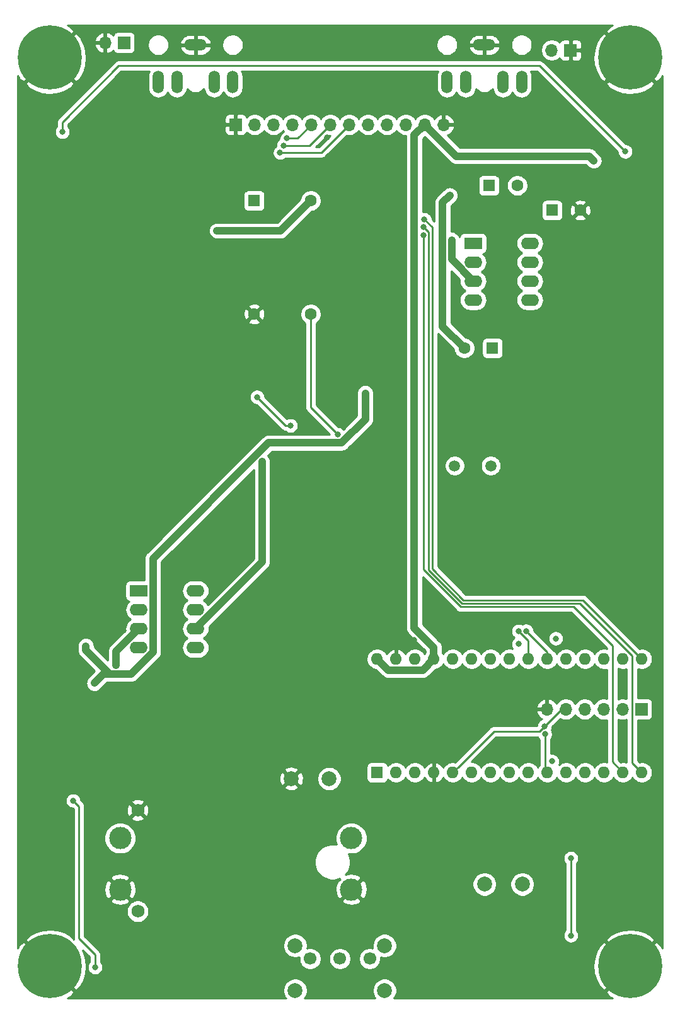
<source format=gbl>
G04 #@! TF.GenerationSoftware,KiCad,Pcbnew,5.1.9+dfsg1-1*
G04 #@! TF.CreationDate,2022-06-11T23:01:35-07:00*
G04 #@! TF.ProjectId,brains_cn,62726169-6e73-45f6-936e-2e6b69636164,rev?*
G04 #@! TF.SameCoordinates,Original*
G04 #@! TF.FileFunction,Copper,L2,Bot*
G04 #@! TF.FilePolarity,Positive*
%FSLAX46Y46*%
G04 Gerber Fmt 4.6, Leading zero omitted, Abs format (unit mm)*
G04 Created by KiCad (PCBNEW 5.1.9+dfsg1-1) date 2022-06-11 23:01:35*
%MOMM*%
%LPD*%
G01*
G04 APERTURE LIST*
G04 #@! TA.AperFunction,ComponentPad*
%ADD10R,1.600000X1.600000*%
G04 #@! TD*
G04 #@! TA.AperFunction,ComponentPad*
%ADD11C,1.600000*%
G04 #@! TD*
G04 #@! TA.AperFunction,ComponentPad*
%ADD12C,3.000000*%
G04 #@! TD*
G04 #@! TA.AperFunction,ComponentPad*
%ADD13R,1.700000X1.700000*%
G04 #@! TD*
G04 #@! TA.AperFunction,ComponentPad*
%ADD14O,1.700000X1.700000*%
G04 #@! TD*
G04 #@! TA.AperFunction,ComponentPad*
%ADD15O,1.600000X1.600000*%
G04 #@! TD*
G04 #@! TA.AperFunction,ComponentPad*
%ADD16O,2.400000X1.600000*%
G04 #@! TD*
G04 #@! TA.AperFunction,ComponentPad*
%ADD17R,2.400000X1.600000*%
G04 #@! TD*
G04 #@! TA.AperFunction,ComponentPad*
%ADD18C,2.000000*%
G04 #@! TD*
G04 #@! TA.AperFunction,ComponentPad*
%ADD19C,1.700000*%
G04 #@! TD*
G04 #@! TA.AperFunction,ComponentPad*
%ADD20C,8.600000*%
G04 #@! TD*
G04 #@! TA.AperFunction,ComponentPad*
%ADD21C,0.900000*%
G04 #@! TD*
G04 #@! TA.AperFunction,ComponentPad*
%ADD22C,1.755000*%
G04 #@! TD*
G04 #@! TA.AperFunction,ComponentPad*
%ADD23O,3.016000X1.508000*%
G04 #@! TD*
G04 #@! TA.AperFunction,ComponentPad*
%ADD24O,1.508000X3.016000*%
G04 #@! TD*
G04 #@! TA.AperFunction,ComponentPad*
%ADD25C,1.500000*%
G04 #@! TD*
G04 #@! TA.AperFunction,ViaPad*
%ADD26C,0.800000*%
G04 #@! TD*
G04 #@! TA.AperFunction,Conductor*
%ADD27C,1.000000*%
G04 #@! TD*
G04 #@! TA.AperFunction,Conductor*
%ADD28C,0.250000*%
G04 #@! TD*
G04 #@! TA.AperFunction,Conductor*
%ADD29C,0.600000*%
G04 #@! TD*
G04 #@! TA.AperFunction,Conductor*
%ADD30C,0.254000*%
G04 #@! TD*
G04 #@! TA.AperFunction,Conductor*
%ADD31C,0.350000*%
G04 #@! TD*
G04 APERTURE END LIST*
D10*
G04 #@! TO.P,C8,1*
G04 #@! TO.N,Net-(C10-Pad1)*
X168500000Y-74000000D03*
D11*
G04 #@! TO.P,C8,2*
G04 #@! TO.N,Net-(C8-Pad2)*
X164700000Y-74000000D03*
G04 #@! TD*
D12*
G04 #@! TO.P,J2,4*
G04 #@! TO.N,GND*
X149530000Y-146690000D03*
G04 #@! TO.P,J2,3*
G04 #@! TO.N,Net-(D41-Pad1)*
X149530000Y-139810000D03*
G04 #@! TO.P,J2,2*
G04 #@! TO.N,+5V*
X118470000Y-139810000D03*
G04 #@! TO.P,J2,1*
G04 #@! TO.N,GND*
X118470000Y-146690000D03*
G04 #@! TD*
D13*
G04 #@! TO.P,J1,1*
G04 #@! TO.N,GND*
X134000000Y-44000000D03*
D14*
G04 #@! TO.P,J1,2*
G04 #@! TO.N,/DISP_RS*
X136540000Y-44000000D03*
G04 #@! TO.P,J1,3*
G04 #@! TO.N,/DISP_EN*
X139080000Y-44000000D03*
G04 #@! TO.P,J1,4*
G04 #@! TO.N,/D0*
X141620000Y-44000000D03*
G04 #@! TO.P,J1,5*
G04 #@! TO.N,/D1*
X144160000Y-44000000D03*
G04 #@! TO.P,J1,6*
G04 #@! TO.N,/D2*
X146700000Y-44000000D03*
G04 #@! TO.P,J1,7*
G04 #@! TO.N,/D3*
X149240000Y-44000000D03*
G04 #@! TO.P,J1,8*
G04 #@! TO.N,/KEY_CLOCK*
X151780000Y-44000000D03*
G04 #@! TO.P,J1,9*
G04 #@! TO.N,/KEY_LATCH*
X154320000Y-44000000D03*
G04 #@! TO.P,J1,10*
G04 #@! TO.N,/KEY_SER*
X156860000Y-44000000D03*
G04 #@! TO.P,J1,11*
G04 #@! TO.N,+5V*
X159400000Y-44000000D03*
G04 #@! TO.P,J1,12*
G04 #@! TO.N,GND*
X161940000Y-44000000D03*
G04 #@! TD*
D10*
G04 #@! TO.P,A1,1*
G04 #@! TO.N,Net-(A1-Pad1)*
X153000000Y-131000000D03*
D15*
G04 #@! TO.P,A1,17*
G04 #@! TO.N,Net-(A1-Pad17)*
X186020000Y-115760000D03*
G04 #@! TO.P,A1,2*
G04 #@! TO.N,Net-(A1-Pad2)*
X155540000Y-131000000D03*
G04 #@! TO.P,A1,18*
G04 #@! TO.N,Net-(A1-Pad18)*
X183480000Y-115760000D03*
G04 #@! TO.P,A1,3*
G04 #@! TO.N,Net-(A1-Pad3)*
X158080000Y-131000000D03*
G04 #@! TO.P,A1,19*
G04 #@! TO.N,/TELCO_WR*
X180940000Y-115760000D03*
G04 #@! TO.P,A1,4*
G04 #@! TO.N,GND*
X160620000Y-131000000D03*
G04 #@! TO.P,A1,20*
G04 #@! TO.N,/TELCO_RD*
X178400000Y-115760000D03*
G04 #@! TO.P,A1,5*
G04 #@! TO.N,/TELCO_IRQ*
X163160000Y-131000000D03*
G04 #@! TO.P,A1,21*
G04 #@! TO.N,/TELCO_CS*
X175860000Y-115760000D03*
G04 #@! TO.P,A1,6*
G04 #@! TO.N,/DISP_RS*
X165700000Y-131000000D03*
G04 #@! TO.P,A1,22*
G04 #@! TO.N,/TELCO_RS0*
X173320000Y-115760000D03*
G04 #@! TO.P,A1,7*
G04 #@! TO.N,/DISP_EN*
X168240000Y-131000000D03*
G04 #@! TO.P,A1,23*
G04 #@! TO.N,Net-(A1-Pad23)*
X170780000Y-115760000D03*
G04 #@! TO.P,A1,8*
G04 #@! TO.N,Net-(A1-Pad8)*
X170780000Y-131000000D03*
G04 #@! TO.P,A1,24*
G04 #@! TO.N,Net-(A1-Pad24)*
X168240000Y-115760000D03*
G04 #@! TO.P,A1,9*
G04 #@! TO.N,/NEOPIXEL*
X173320000Y-131000000D03*
G04 #@! TO.P,A1,25*
G04 #@! TO.N,Net-(A1-Pad25)*
X165700000Y-115760000D03*
G04 #@! TO.P,A1,10*
G04 #@! TO.N,/D0*
X175860000Y-131000000D03*
G04 #@! TO.P,A1,26*
G04 #@! TO.N,Net-(A1-Pad26)*
X163160000Y-115760000D03*
G04 #@! TO.P,A1,11*
G04 #@! TO.N,/D1*
X178400000Y-131000000D03*
G04 #@! TO.P,A1,27*
G04 #@! TO.N,+5V*
X160620000Y-115760000D03*
G04 #@! TO.P,A1,12*
G04 #@! TO.N,/D2*
X180940000Y-131000000D03*
G04 #@! TO.P,A1,28*
G04 #@! TO.N,Net-(A1-Pad28)*
X158080000Y-115760000D03*
G04 #@! TO.P,A1,13*
G04 #@! TO.N,/D3*
X183480000Y-131000000D03*
G04 #@! TO.P,A1,29*
G04 #@! TO.N,GND*
X155540000Y-115760000D03*
G04 #@! TO.P,A1,14*
G04 #@! TO.N,/KEY_CLOCK*
X186020000Y-131000000D03*
G04 #@! TO.P,A1,30*
G04 #@! TO.N,+5V*
X153000000Y-115760000D03*
G04 #@! TO.P,A1,15*
G04 #@! TO.N,/KEY_LATCH*
X188560000Y-131000000D03*
G04 #@! TO.P,A1,16*
G04 #@! TO.N,/KEY_SER*
X188560000Y-115760000D03*
G04 #@! TD*
D16*
G04 #@! TO.P,U2,8*
G04 #@! TO.N,Net-(C15-Pad2)*
X128590000Y-106600000D03*
G04 #@! TO.P,U2,4*
G04 #@! TO.N,Net-(C13-Pad2)*
X120970000Y-114220000D03*
G04 #@! TO.P,U2,7*
G04 #@! TO.N,Net-(R15-Pad2)*
X128590000Y-109140000D03*
G04 #@! TO.P,U2,3*
G04 #@! TO.N,Net-(R2-Pad2)*
X120970000Y-111680000D03*
G04 #@! TO.P,U2,6*
G04 #@! TO.N,+5V*
X128590000Y-111680000D03*
G04 #@! TO.P,U2,2*
G04 #@! TO.N,Net-(C13-Pad1)*
X120970000Y-109140000D03*
G04 #@! TO.P,U2,5*
G04 #@! TO.N,Net-(C21-Pad2)*
X128590000Y-114220000D03*
D17*
G04 #@! TO.P,U2,1*
G04 #@! TO.N,Net-(R14-Pad1)*
X120970000Y-106600000D03*
G04 #@! TD*
G04 #@! TO.P,U3,1*
G04 #@! TO.N,Net-(C5-Pad1)*
X165910000Y-59930000D03*
D16*
G04 #@! TO.P,U3,5*
G04 #@! TO.N,Net-(C10-Pad1)*
X173530000Y-67550000D03*
G04 #@! TO.P,U3,2*
G04 #@! TO.N,Net-(C14-Pad1)*
X165910000Y-62470000D03*
G04 #@! TO.P,U3,6*
G04 #@! TO.N,+5V*
X173530000Y-65010000D03*
G04 #@! TO.P,U3,3*
G04 #@! TO.N,Net-(C1-Pad1)*
X165910000Y-65010000D03*
G04 #@! TO.P,U3,7*
G04 #@! TO.N,Net-(C16-Pad1)*
X173530000Y-62470000D03*
G04 #@! TO.P,U3,4*
G04 #@! TO.N,Net-(C14-Pad2)*
X165910000Y-67550000D03*
G04 #@! TO.P,U3,8*
G04 #@! TO.N,Net-(C5-Pad2)*
X173530000Y-59930000D03*
G04 #@! TD*
D18*
G04 #@! TO.P,SW1,*
G04 #@! TO.N,*
X142000000Y-154250000D03*
X154000000Y-154250000D03*
X154000000Y-160250000D03*
X142000000Y-160250000D03*
D19*
G04 #@! TO.P,SW1,1*
G04 #@! TO.N,Net-(SW1-Pad1)*
X144000000Y-156000000D03*
G04 #@! TO.P,SW1,2*
G04 #@! TO.N,Net-(BT1-Pad1)*
X148000000Y-156000000D03*
G04 #@! TO.P,SW1,3*
G04 #@! TO.N,Net-(F2-Pad1)*
X152000000Y-156000000D03*
G04 #@! TD*
D13*
G04 #@! TO.P,J6,1*
G04 #@! TO.N,/TELCO_WR*
X188500000Y-122500000D03*
D14*
G04 #@! TO.P,J6,2*
G04 #@! TO.N,/TELCO_RD*
X185960000Y-122500000D03*
G04 #@! TO.P,J6,3*
G04 #@! TO.N,/TELCO_CS*
X183420000Y-122500000D03*
G04 #@! TO.P,J6,4*
G04 #@! TO.N,/TELCO_RS0*
X180880000Y-122500000D03*
G04 #@! TO.P,J6,5*
G04 #@! TO.N,/TELCO_IRQ*
X178340000Y-122500000D03*
G04 #@! TO.P,J6,6*
G04 #@! TO.N,GND*
X175800000Y-122500000D03*
G04 #@! TD*
D20*
G04 #@! TO.P,H1,1*
G04 #@! TO.N,GND*
X109000000Y-157000000D03*
D21*
X109000000Y-160225000D03*
X111280419Y-159280419D03*
X112225000Y-157000000D03*
X111280419Y-154719581D03*
X109000000Y-153775000D03*
X106719581Y-154719581D03*
X105775000Y-157000000D03*
X106719581Y-159280419D03*
G04 #@! TD*
G04 #@! TO.P,H2,1*
G04 #@! TO.N,GND*
X184719581Y-159280419D03*
X183775000Y-157000000D03*
X184719581Y-154719581D03*
X187000000Y-153775000D03*
X189280419Y-154719581D03*
X190225000Y-157000000D03*
X189280419Y-159280419D03*
X187000000Y-160225000D03*
D20*
X187000000Y-157000000D03*
G04 #@! TD*
D18*
G04 #@! TO.P,F1,1*
G04 #@! TO.N,Net-(D42-Pad2)*
X146558000Y-131826000D03*
G04 #@! TO.P,F1,2*
G04 #@! TO.N,GND*
X141478000Y-131816000D03*
G04 #@! TD*
D13*
G04 #@! TO.P,LS1,1*
G04 #@! TO.N,Net-(J4-Pad4)*
X119000000Y-33000000D03*
D14*
G04 #@! TO.P,LS1,2*
G04 #@! TO.N,GND*
X116460000Y-33000000D03*
G04 #@! TD*
G04 #@! TO.P,MK1,2*
G04 #@! TO.N,Net-(C1-Pad2)*
X176460000Y-34000000D03*
D13*
G04 #@! TO.P,MK1,1*
G04 #@! TO.N,GND*
X179000000Y-34000000D03*
G04 #@! TD*
D22*
G04 #@! TO.P,BT1,1*
G04 #@! TO.N,Net-(BT1-Pad1)*
X120840000Y-149640000D03*
G04 #@! TO.P,BT1,2*
G04 #@! TO.N,GND*
X120840000Y-136050000D03*
G04 #@! TD*
D11*
G04 #@! TO.P,C5,2*
G04 #@! TO.N,Net-(C5-Pad2)*
X171820000Y-52180000D03*
D10*
G04 #@! TO.P,C5,1*
G04 #@! TO.N,Net-(C5-Pad1)*
X168020000Y-52180000D03*
G04 #@! TD*
G04 #@! TO.P,C16,1*
G04 #@! TO.N,Net-(C16-Pad1)*
X176500000Y-55500000D03*
D11*
G04 #@! TO.P,C16,2*
G04 #@! TO.N,GND*
X180300000Y-55500000D03*
G04 #@! TD*
D18*
G04 #@! TO.P,F2,1*
G04 #@! TO.N,Net-(F2-Pad1)*
X172500000Y-146000000D03*
G04 #@! TO.P,F2,2*
G04 #@! TO.N,Net-(D41-Pad2)*
X167420000Y-145990000D03*
G04 #@! TD*
D20*
G04 #@! TO.P,H3,1*
G04 #@! TO.N,GND*
X187000000Y-35000000D03*
D21*
X190225000Y-35000000D03*
X189280419Y-37280419D03*
X187000000Y-38225000D03*
X184719581Y-37280419D03*
X183775000Y-35000000D03*
X184719581Y-32719581D03*
X187000000Y-31775000D03*
X189280419Y-32719581D03*
G04 #@! TD*
G04 #@! TO.P,H4,1*
G04 #@! TO.N,GND*
X111280419Y-32719581D03*
X109000000Y-31775000D03*
X106719581Y-32719581D03*
X105775000Y-35000000D03*
X106719581Y-37280419D03*
X109000000Y-38225000D03*
X111280419Y-37280419D03*
X112225000Y-35000000D03*
D20*
X109000000Y-35000000D03*
G04 #@! TD*
D23*
G04 #@! TO.P,J4,1*
G04 #@! TO.N,GND*
X128600000Y-33300000D03*
D24*
G04 #@! TO.P,J4,2*
G04 #@! TO.N,Net-(C21-Pad1)*
X123600000Y-38300000D03*
G04 #@! TO.P,J4,3*
X133600000Y-38300000D03*
G04 #@! TO.P,J4,4*
G04 #@! TO.N,Net-(J4-Pad4)*
X126100000Y-38300000D03*
G04 #@! TO.P,J4,5*
X131100000Y-38300000D03*
G04 #@! TD*
G04 #@! TO.P,J5,5*
G04 #@! TO.N,/DTMF_IN*
X169900000Y-38300000D03*
G04 #@! TO.P,J5,4*
X164900000Y-38300000D03*
G04 #@! TO.P,J5,3*
G04 #@! TO.N,Net-(C8-Pad2)*
X172400000Y-38300000D03*
G04 #@! TO.P,J5,2*
X162400000Y-38300000D03*
D23*
G04 #@! TO.P,J5,1*
G04 #@! TO.N,GND*
X167400000Y-33300000D03*
G04 #@! TD*
D10*
G04 #@! TO.P,X1,1*
G04 #@! TO.N,Net-(JP2-Pad1)*
X136470000Y-54210000D03*
D11*
G04 #@! TO.P,X1,14*
G04 #@! TO.N,+5V*
X144090000Y-54210000D03*
G04 #@! TO.P,X1,8*
G04 #@! TO.N,Net-(JP1-Pad2)*
X144090000Y-69450000D03*
G04 #@! TO.P,X1,7*
G04 #@! TO.N,GND*
X136470000Y-69450000D03*
G04 #@! TD*
D25*
G04 #@! TO.P,Y1,1*
G04 #@! TO.N,Net-(C33-Pad2)*
X163400000Y-89800000D03*
G04 #@! TO.P,Y1,2*
G04 #@! TO.N,Net-(C34-Pad2)*
X168280000Y-89800000D03*
G04 #@! TD*
D26*
G04 #@! TO.N,*
X177000000Y-113000000D03*
X172000000Y-113750000D03*
X176500000Y-129500000D03*
G04 #@! TO.N,+5V*
X131500000Y-58250000D03*
X182099999Y-48850001D03*
X137550000Y-89280000D03*
X137550000Y-94050000D03*
G04 #@! TO.N,GND*
X171140000Y-127700000D03*
X162600000Y-121600000D03*
X155900000Y-126710000D03*
X154160000Y-110720000D03*
X158000000Y-113220000D03*
X158020000Y-120350000D03*
X155620000Y-119570000D03*
X170930000Y-118770000D03*
X168300000Y-117920000D03*
X153110000Y-49350000D03*
X178000000Y-119250000D03*
X180750000Y-119250000D03*
X183250000Y-119250000D03*
X174570000Y-110380000D03*
X179680000Y-111840000D03*
X180250000Y-126500000D03*
X186000000Y-126500000D03*
X136500000Y-156750000D03*
X163800000Y-110400000D03*
X186000000Y-118500000D03*
X184000000Y-36000000D03*
X184000000Y-38000000D03*
X172250000Y-148970000D03*
X153501403Y-79251403D03*
X110750000Y-49250000D03*
X153250000Y-45750000D03*
X146250000Y-45750000D03*
X149250000Y-49750000D03*
X170500000Y-137500000D03*
X165500000Y-142750000D03*
X164500000Y-149500000D03*
X147750000Y-159750000D03*
X155500000Y-49500000D03*
X140320000Y-88210000D03*
X135500000Y-78500000D03*
G04 #@! TO.N,/D0*
X175545858Y-125854142D03*
G04 #@! TO.N,/D1*
X140895000Y-45850000D03*
G04 #@! TO.N,/D2*
X140425000Y-46797040D03*
G04 #@! TO.N,/D3*
X139965000Y-47766634D03*
X136858437Y-80581563D03*
X141365010Y-84400002D03*
G04 #@! TO.N,/KEY_CLOCK*
X159220000Y-58830000D03*
G04 #@! TO.N,/KEY_LATCH*
X159260000Y-57730000D03*
G04 #@! TO.N,/KEY_SER*
X159346629Y-56733757D03*
G04 #@! TO.N,/TELCO_IRQ*
X175503481Y-124786459D03*
G04 #@! TO.N,/TELCO_CS*
X173022654Y-111982349D03*
G04 #@! TO.N,/TELCO_RS0*
X172010000Y-111995000D03*
G04 #@! TO.N,Net-(C1-Pad1)*
X163000000Y-59500000D03*
G04 #@! TO.N,/DTMF_OUT*
X113860000Y-114010000D03*
X151410000Y-80070000D03*
X115020000Y-118990000D03*
G04 #@! TO.N,Net-(D4-Pad2)*
X112170000Y-134770000D03*
X115100000Y-157130000D03*
G04 #@! TO.N,Net-(D8-Pad2)*
X186340000Y-47610000D03*
X110710000Y-44970000D03*
G04 #@! TO.N,/NEOPIXEL*
X179030000Y-152870000D03*
X179030000Y-142500000D03*
G04 #@! TO.N,Net-(C8-Pad2)*
X162750000Y-53500000D03*
G04 #@! TO.N,Net-(R2-Pad2)*
X117950000Y-116560000D03*
G04 #@! TO.N,Net-(JP1-Pad2)*
X147727499Y-85612501D03*
G04 #@! TD*
D27*
G04 #@! TO.N,+5V*
X153799999Y-116559999D02*
X153000000Y-115760000D01*
X154500001Y-117260001D02*
X153799999Y-116559999D01*
X160620000Y-115760000D02*
X159119999Y-117260001D01*
X159119999Y-117260001D02*
X154500001Y-117260001D01*
X160620000Y-114211998D02*
X160620000Y-115760000D01*
X158000000Y-111591998D02*
X160620000Y-114211998D01*
X159400000Y-44000000D02*
X158000000Y-45400000D01*
X137550000Y-102720000D02*
X128590000Y-111680000D01*
X137550000Y-94050000D02*
X137550000Y-102720000D01*
X144090000Y-54210000D02*
X140050000Y-58250000D01*
X140050000Y-58250000D02*
X131500000Y-58250000D01*
X159400000Y-44000000D02*
X163650000Y-48250000D01*
X181499998Y-48250000D02*
X182099999Y-48850001D01*
X163650000Y-48250000D02*
X181499998Y-48250000D01*
X158000000Y-45400000D02*
X158000000Y-111591998D01*
X137550000Y-89280000D02*
X137550000Y-94050000D01*
D28*
G04 #@! TO.N,/D0*
X175545858Y-130685858D02*
X175860000Y-131000000D01*
X175545858Y-125854142D02*
X175545858Y-130685858D01*
G04 #@! TO.N,/D1*
X142310000Y-45850000D02*
X144160000Y-44000000D01*
X140895000Y-45850000D02*
X142310000Y-45850000D01*
G04 #@! TO.N,/D2*
X143902960Y-46797040D02*
X146700000Y-44000000D01*
X140425000Y-46797040D02*
X143902960Y-46797040D01*
G04 #@! TO.N,/D3*
X145473366Y-47766634D02*
X149240000Y-44000000D01*
X139965000Y-47766634D02*
X145473366Y-47766634D01*
X141365010Y-84400002D02*
X140676876Y-84400002D01*
X140676876Y-84400002D02*
X136858437Y-80581563D01*
G04 #@! TO.N,/KEY_CLOCK*
X184605001Y-129585001D02*
X186020000Y-131000000D01*
X184605001Y-113980000D02*
X184605001Y-129585001D01*
X179365001Y-108740000D02*
X184605001Y-113980000D01*
X164210000Y-108740000D02*
X179365001Y-108740000D01*
X159220000Y-103750000D02*
X164210000Y-108740000D01*
X159220000Y-58830000D02*
X159220000Y-103750000D01*
G04 #@! TO.N,/KEY_LATCH*
X187250000Y-129690000D02*
X188560000Y-131000000D01*
X187250000Y-115320000D02*
X187250000Y-129690000D01*
X180219990Y-108289990D02*
X187250000Y-115320000D01*
X164396400Y-108289990D02*
X180219990Y-108289990D01*
X159945001Y-103838591D02*
X164396400Y-108289990D01*
X159945001Y-58415001D02*
X159945001Y-103838591D01*
X159260000Y-57730000D02*
X159945001Y-58415001D01*
G04 #@! TO.N,/KEY_SER*
X164582800Y-107839980D02*
X180639980Y-107839980D01*
X160395011Y-103652191D02*
X164582800Y-107839980D01*
X160395011Y-57782139D02*
X160395011Y-103652191D01*
X180639980Y-107839980D02*
X188560000Y-115760000D01*
X159346629Y-56733757D02*
X160395011Y-57782139D01*
G04 #@! TO.N,/TELCO_IRQ*
X163959999Y-130200001D02*
X163160000Y-131000000D01*
X168690917Y-125469083D02*
X163959999Y-130200001D01*
X174820857Y-125469083D02*
X168690917Y-125469083D01*
X175503481Y-124786459D02*
X174820857Y-125469083D01*
X177789940Y-122500000D02*
X178340000Y-122500000D01*
X175503481Y-124786459D02*
X177789940Y-122500000D01*
G04 #@! TO.N,/TELCO_CS*
X175860000Y-114819695D02*
X175860000Y-115760000D01*
X173022654Y-111982349D02*
X175860000Y-114819695D01*
G04 #@! TO.N,/TELCO_RS0*
X173320000Y-113305000D02*
X173320000Y-115760000D01*
X172010000Y-111995000D02*
X173320000Y-113305000D01*
G04 #@! TO.N,Net-(C1-Pad1)*
X166310000Y-65010000D02*
X165910000Y-65010000D01*
D27*
X163000000Y-62100000D02*
X165910000Y-65010000D01*
X163000000Y-59500000D02*
X163000000Y-62100000D01*
G04 #@! TO.N,/DTMF_OUT*
X148255500Y-86712502D02*
X151410000Y-83558002D01*
X138420428Y-86712502D02*
X148255500Y-86712502D01*
X122870010Y-102262920D02*
X138420428Y-86712502D01*
X151410000Y-83558002D02*
X151410000Y-80070000D01*
X122870010Y-114841324D02*
X122870010Y-102262920D01*
X119951324Y-117760010D02*
X122870010Y-114841324D01*
X113860000Y-114575685D02*
X117044325Y-117760010D01*
X113860000Y-114010000D02*
X113860000Y-114575685D01*
X117044325Y-117760010D02*
X119951324Y-117760010D01*
X116249990Y-117760010D02*
X115020000Y-118990000D01*
X117044325Y-117760010D02*
X116249990Y-117760010D01*
D29*
G04 #@! TO.N,Net-(C21-Pad2)*
X128590000Y-114220000D02*
X128190000Y-114220000D01*
D28*
G04 #@! TO.N,Net-(D4-Pad2)*
X112170000Y-134770000D02*
X112960000Y-135560000D01*
X112960000Y-135560000D02*
X112960000Y-153290000D01*
X115100000Y-155430000D02*
X115100000Y-157130000D01*
X112960000Y-153290000D02*
X115100000Y-155430000D01*
G04 #@! TO.N,Net-(D8-Pad2)*
X186340000Y-47610000D02*
X174810000Y-36080000D01*
X174810000Y-36080000D02*
X118290000Y-36080000D01*
X110710000Y-43660000D02*
X110710000Y-44970000D01*
X118290000Y-36080000D02*
X110710000Y-43660000D01*
D27*
G04 #@! TO.N,Net-(C21-Pad1)*
X123600000Y-39054000D02*
X123600000Y-38300000D01*
X133600000Y-38300000D02*
X133600000Y-39054000D01*
D28*
G04 #@! TO.N,/NEOPIXEL*
X179030000Y-152870000D02*
X179030000Y-142500000D01*
D27*
G04 #@! TO.N,Net-(C8-Pad2)*
X172400000Y-37746000D02*
X172400000Y-38500000D01*
X162400000Y-38500000D02*
X162400000Y-37746000D01*
X161799990Y-71099990D02*
X164700000Y-74000000D01*
X161799990Y-54450010D02*
X161799990Y-71099990D01*
X162750000Y-53500000D02*
X161799990Y-54450010D01*
G04 #@! TO.N,Net-(R2-Pad2)*
X120970000Y-111680000D02*
X120570000Y-111680000D01*
X117950000Y-114700000D02*
X117950000Y-116560000D01*
X120970000Y-111680000D02*
X117950000Y-114700000D01*
D28*
G04 #@! TO.N,Net-(JP1-Pad2)*
X144090000Y-69450000D02*
X144090000Y-81975002D01*
X144090000Y-81975002D02*
X147727499Y-85612501D01*
G04 #@! TD*
D30*
G04 #@! TO.N,GND*
X184301560Y-30839606D02*
X184188946Y-30914851D01*
X183696787Y-31517182D01*
X187000000Y-34820395D01*
X187014143Y-34806253D01*
X187193748Y-34985858D01*
X187179605Y-35000000D01*
X190482818Y-38303213D01*
X191085149Y-37811054D01*
X191315000Y-37394807D01*
X191315001Y-154600561D01*
X191160394Y-154301560D01*
X191085149Y-154188946D01*
X190482818Y-153696787D01*
X187179605Y-157000000D01*
X187193748Y-157014143D01*
X187014143Y-157193748D01*
X187000000Y-157179605D01*
X183696787Y-160482818D01*
X184188946Y-161085149D01*
X184605193Y-161315000D01*
X155247239Y-161315000D01*
X155269987Y-161292252D01*
X155448918Y-161024463D01*
X155572168Y-160726912D01*
X155635000Y-160411033D01*
X155635000Y-160088967D01*
X155572168Y-159773088D01*
X155448918Y-159475537D01*
X155269987Y-159207748D01*
X155042252Y-158980013D01*
X154774463Y-158801082D01*
X154476912Y-158677832D01*
X154161033Y-158615000D01*
X153838967Y-158615000D01*
X153523088Y-158677832D01*
X153225537Y-158801082D01*
X152957748Y-158980013D01*
X152730013Y-159207748D01*
X152551082Y-159475537D01*
X152427832Y-159773088D01*
X152365000Y-160088967D01*
X152365000Y-160411033D01*
X152427832Y-160726912D01*
X152551082Y-161024463D01*
X152730013Y-161292252D01*
X152752761Y-161315000D01*
X143247239Y-161315000D01*
X143269987Y-161292252D01*
X143448918Y-161024463D01*
X143572168Y-160726912D01*
X143635000Y-160411033D01*
X143635000Y-160088967D01*
X143572168Y-159773088D01*
X143448918Y-159475537D01*
X143269987Y-159207748D01*
X143042252Y-158980013D01*
X142774463Y-158801082D01*
X142476912Y-158677832D01*
X142161033Y-158615000D01*
X141838967Y-158615000D01*
X141523088Y-158677832D01*
X141225537Y-158801082D01*
X140957748Y-158980013D01*
X140730013Y-159207748D01*
X140551082Y-159475537D01*
X140427832Y-159773088D01*
X140365000Y-160088967D01*
X140365000Y-160411033D01*
X140427832Y-160726912D01*
X140551082Y-161024463D01*
X140730013Y-161292252D01*
X140752761Y-161315000D01*
X111399441Y-161315000D01*
X111698440Y-161160394D01*
X111811054Y-161085149D01*
X112303213Y-160482818D01*
X109000000Y-157179605D01*
X108985858Y-157193748D01*
X108806253Y-157014143D01*
X108820395Y-157000000D01*
X105517182Y-153696787D01*
X104914851Y-154188946D01*
X104685000Y-154605193D01*
X104685000Y-153517182D01*
X105696787Y-153517182D01*
X109000000Y-156820395D01*
X109014143Y-156806253D01*
X109193748Y-156985858D01*
X109179605Y-157000000D01*
X112482818Y-160303213D01*
X113085149Y-159811054D01*
X113555063Y-158960067D01*
X113849929Y-158033757D01*
X113958414Y-157067719D01*
X113876351Y-156099079D01*
X113606893Y-155165062D01*
X113442677Y-154847479D01*
X114340000Y-155744802D01*
X114340001Y-156426288D01*
X114296063Y-156470226D01*
X114182795Y-156639744D01*
X114104774Y-156828102D01*
X114065000Y-157028061D01*
X114065000Y-157231939D01*
X114104774Y-157431898D01*
X114182795Y-157620256D01*
X114296063Y-157789774D01*
X114440226Y-157933937D01*
X114609744Y-158047205D01*
X114798102Y-158125226D01*
X114998061Y-158165000D01*
X115201939Y-158165000D01*
X115401898Y-158125226D01*
X115590256Y-158047205D01*
X115759774Y-157933937D01*
X115903937Y-157789774D01*
X116017205Y-157620256D01*
X116095226Y-157431898D01*
X116135000Y-157231939D01*
X116135000Y-157028061D01*
X116095226Y-156828102D01*
X116017205Y-156639744D01*
X115903937Y-156470226D01*
X115860000Y-156426289D01*
X115860000Y-155467322D01*
X115863676Y-155429999D01*
X115860000Y-155392676D01*
X115860000Y-155392667D01*
X115849003Y-155281014D01*
X115805546Y-155137753D01*
X115760441Y-155053368D01*
X115734974Y-155005723D01*
X115663799Y-154918997D01*
X115640001Y-154889999D01*
X115611004Y-154866202D01*
X114833769Y-154088967D01*
X140365000Y-154088967D01*
X140365000Y-154411033D01*
X140427832Y-154726912D01*
X140551082Y-155024463D01*
X140730013Y-155292252D01*
X140957748Y-155519987D01*
X141225537Y-155698918D01*
X141523088Y-155822168D01*
X141838967Y-155885000D01*
X142161033Y-155885000D01*
X142476912Y-155822168D01*
X142525264Y-155802140D01*
X142515000Y-155853740D01*
X142515000Y-156146260D01*
X142572068Y-156433158D01*
X142684010Y-156703411D01*
X142846525Y-156946632D01*
X143053368Y-157153475D01*
X143296589Y-157315990D01*
X143566842Y-157427932D01*
X143853740Y-157485000D01*
X144146260Y-157485000D01*
X144433158Y-157427932D01*
X144703411Y-157315990D01*
X144946632Y-157153475D01*
X145153475Y-156946632D01*
X145315990Y-156703411D01*
X145427932Y-156433158D01*
X145485000Y-156146260D01*
X145485000Y-155853740D01*
X146515000Y-155853740D01*
X146515000Y-156146260D01*
X146572068Y-156433158D01*
X146684010Y-156703411D01*
X146846525Y-156946632D01*
X147053368Y-157153475D01*
X147296589Y-157315990D01*
X147566842Y-157427932D01*
X147853740Y-157485000D01*
X148146260Y-157485000D01*
X148433158Y-157427932D01*
X148703411Y-157315990D01*
X148946632Y-157153475D01*
X149153475Y-156946632D01*
X149315990Y-156703411D01*
X149427932Y-156433158D01*
X149485000Y-156146260D01*
X149485000Y-155853740D01*
X150515000Y-155853740D01*
X150515000Y-156146260D01*
X150572068Y-156433158D01*
X150684010Y-156703411D01*
X150846525Y-156946632D01*
X151053368Y-157153475D01*
X151296589Y-157315990D01*
X151566842Y-157427932D01*
X151853740Y-157485000D01*
X152146260Y-157485000D01*
X152433158Y-157427932D01*
X152703411Y-157315990D01*
X152946632Y-157153475D01*
X153153475Y-156946632D01*
X153163064Y-156932281D01*
X182041586Y-156932281D01*
X182123649Y-157900921D01*
X182393107Y-158834938D01*
X182839606Y-159698440D01*
X182914851Y-159811054D01*
X183517182Y-160303213D01*
X186820395Y-157000000D01*
X183517182Y-153696787D01*
X182914851Y-154188946D01*
X182444937Y-155039933D01*
X182150071Y-155966243D01*
X182041586Y-156932281D01*
X153163064Y-156932281D01*
X153315990Y-156703411D01*
X153427932Y-156433158D01*
X153485000Y-156146260D01*
X153485000Y-155853740D01*
X153474736Y-155802140D01*
X153523088Y-155822168D01*
X153838967Y-155885000D01*
X154161033Y-155885000D01*
X154476912Y-155822168D01*
X154774463Y-155698918D01*
X155042252Y-155519987D01*
X155269987Y-155292252D01*
X155448918Y-155024463D01*
X155572168Y-154726912D01*
X155635000Y-154411033D01*
X155635000Y-154088967D01*
X155572168Y-153773088D01*
X155448918Y-153475537D01*
X155269987Y-153207748D01*
X155042252Y-152980013D01*
X154774463Y-152801082D01*
X154476912Y-152677832D01*
X154161033Y-152615000D01*
X153838967Y-152615000D01*
X153523088Y-152677832D01*
X153225537Y-152801082D01*
X152957748Y-152980013D01*
X152730013Y-153207748D01*
X152551082Y-153475537D01*
X152427832Y-153773088D01*
X152365000Y-154088967D01*
X152365000Y-154411033D01*
X152395543Y-154564586D01*
X152146260Y-154515000D01*
X151853740Y-154515000D01*
X151566842Y-154572068D01*
X151296589Y-154684010D01*
X151053368Y-154846525D01*
X150846525Y-155053368D01*
X150684010Y-155296589D01*
X150572068Y-155566842D01*
X150515000Y-155853740D01*
X149485000Y-155853740D01*
X149427932Y-155566842D01*
X149315990Y-155296589D01*
X149153475Y-155053368D01*
X148946632Y-154846525D01*
X148703411Y-154684010D01*
X148433158Y-154572068D01*
X148146260Y-154515000D01*
X147853740Y-154515000D01*
X147566842Y-154572068D01*
X147296589Y-154684010D01*
X147053368Y-154846525D01*
X146846525Y-155053368D01*
X146684010Y-155296589D01*
X146572068Y-155566842D01*
X146515000Y-155853740D01*
X145485000Y-155853740D01*
X145427932Y-155566842D01*
X145315990Y-155296589D01*
X145153475Y-155053368D01*
X144946632Y-154846525D01*
X144703411Y-154684010D01*
X144433158Y-154572068D01*
X144146260Y-154515000D01*
X143853740Y-154515000D01*
X143604457Y-154564586D01*
X143635000Y-154411033D01*
X143635000Y-154088967D01*
X143572168Y-153773088D01*
X143448918Y-153475537D01*
X143269987Y-153207748D01*
X143042252Y-152980013D01*
X142774463Y-152801082D01*
X142476912Y-152677832D01*
X142161033Y-152615000D01*
X141838967Y-152615000D01*
X141523088Y-152677832D01*
X141225537Y-152801082D01*
X140957748Y-152980013D01*
X140730013Y-153207748D01*
X140551082Y-153475537D01*
X140427832Y-153773088D01*
X140365000Y-154088967D01*
X114833769Y-154088967D01*
X113720000Y-152975199D01*
X113720000Y-149491032D01*
X119327500Y-149491032D01*
X119327500Y-149788968D01*
X119385625Y-150081180D01*
X119499640Y-150356437D01*
X119665165Y-150604162D01*
X119875838Y-150814835D01*
X120123563Y-150980360D01*
X120398820Y-151094375D01*
X120691032Y-151152500D01*
X120988968Y-151152500D01*
X121281180Y-151094375D01*
X121556437Y-150980360D01*
X121804162Y-150814835D01*
X122014835Y-150604162D01*
X122180360Y-150356437D01*
X122294375Y-150081180D01*
X122352500Y-149788968D01*
X122352500Y-149491032D01*
X122294375Y-149198820D01*
X122180360Y-148923563D01*
X122014835Y-148675838D01*
X121804162Y-148465165D01*
X121556437Y-148299640D01*
X121281180Y-148185625D01*
X121261212Y-148181653D01*
X148217952Y-148181653D01*
X148373962Y-148497214D01*
X148748745Y-148688020D01*
X149153551Y-148802044D01*
X149572824Y-148834902D01*
X149990451Y-148785334D01*
X150390383Y-148655243D01*
X150686038Y-148497214D01*
X150842048Y-148181653D01*
X149530000Y-146869605D01*
X148217952Y-148181653D01*
X121261212Y-148181653D01*
X120988968Y-148127500D01*
X120691032Y-148127500D01*
X120398820Y-148185625D01*
X120123563Y-148299640D01*
X119875838Y-148465165D01*
X119665165Y-148675838D01*
X119499640Y-148923563D01*
X119385625Y-149198820D01*
X119327500Y-149491032D01*
X113720000Y-149491032D01*
X113720000Y-148181653D01*
X117157952Y-148181653D01*
X117313962Y-148497214D01*
X117688745Y-148688020D01*
X118093551Y-148802044D01*
X118512824Y-148834902D01*
X118930451Y-148785334D01*
X119330383Y-148655243D01*
X119626038Y-148497214D01*
X119782048Y-148181653D01*
X118470000Y-146869605D01*
X117157952Y-148181653D01*
X113720000Y-148181653D01*
X113720000Y-146732824D01*
X116325098Y-146732824D01*
X116374666Y-147150451D01*
X116504757Y-147550383D01*
X116662786Y-147846038D01*
X116978347Y-148002048D01*
X118290395Y-146690000D01*
X118649605Y-146690000D01*
X119961653Y-148002048D01*
X120277214Y-147846038D01*
X120468020Y-147471255D01*
X120582044Y-147066449D01*
X120614902Y-146647176D01*
X120565334Y-146229549D01*
X120435243Y-145829617D01*
X120277214Y-145533962D01*
X119961653Y-145377952D01*
X118649605Y-146690000D01*
X118290395Y-146690000D01*
X116978347Y-145377952D01*
X116662786Y-145533962D01*
X116471980Y-145908745D01*
X116357956Y-146313551D01*
X116325098Y-146732824D01*
X113720000Y-146732824D01*
X113720000Y-145198347D01*
X117157952Y-145198347D01*
X118470000Y-146510395D01*
X119782048Y-145198347D01*
X119626038Y-144882786D01*
X119251255Y-144691980D01*
X118846449Y-144577956D01*
X118427176Y-144545098D01*
X118009549Y-144594666D01*
X117609617Y-144724757D01*
X117313962Y-144882786D01*
X117157952Y-145198347D01*
X113720000Y-145198347D01*
X113720000Y-142772143D01*
X144585000Y-142772143D01*
X144585000Y-143247857D01*
X144677807Y-143714429D01*
X144859855Y-144153931D01*
X145124147Y-144549473D01*
X145460527Y-144885853D01*
X145856069Y-145150145D01*
X146295571Y-145332193D01*
X146762143Y-145425000D01*
X147237857Y-145425000D01*
X147704429Y-145332193D01*
X147960994Y-145225920D01*
X147923653Y-145263261D01*
X148038345Y-145377953D01*
X147722786Y-145533962D01*
X147531980Y-145908745D01*
X147417956Y-146313551D01*
X147385098Y-146732824D01*
X147434666Y-147150451D01*
X147564757Y-147550383D01*
X147722786Y-147846038D01*
X148038347Y-148002048D01*
X149350395Y-146690000D01*
X149709605Y-146690000D01*
X151021653Y-148002048D01*
X151337214Y-147846038D01*
X151528020Y-147471255D01*
X151642044Y-147066449D01*
X151674902Y-146647176D01*
X151625334Y-146229549D01*
X151495243Y-145829617D01*
X151494896Y-145828967D01*
X165785000Y-145828967D01*
X165785000Y-146151033D01*
X165847832Y-146466912D01*
X165971082Y-146764463D01*
X166150013Y-147032252D01*
X166377748Y-147259987D01*
X166645537Y-147438918D01*
X166943088Y-147562168D01*
X167258967Y-147625000D01*
X167581033Y-147625000D01*
X167896912Y-147562168D01*
X168194463Y-147438918D01*
X168462252Y-147259987D01*
X168689987Y-147032252D01*
X168868918Y-146764463D01*
X168992168Y-146466912D01*
X169055000Y-146151033D01*
X169055000Y-145838967D01*
X170865000Y-145838967D01*
X170865000Y-146161033D01*
X170927832Y-146476912D01*
X171051082Y-146774463D01*
X171230013Y-147042252D01*
X171457748Y-147269987D01*
X171725537Y-147448918D01*
X172023088Y-147572168D01*
X172338967Y-147635000D01*
X172661033Y-147635000D01*
X172976912Y-147572168D01*
X173274463Y-147448918D01*
X173542252Y-147269987D01*
X173769987Y-147042252D01*
X173948918Y-146774463D01*
X174072168Y-146476912D01*
X174135000Y-146161033D01*
X174135000Y-145838967D01*
X174072168Y-145523088D01*
X173948918Y-145225537D01*
X173769987Y-144957748D01*
X173542252Y-144730013D01*
X173274463Y-144551082D01*
X172976912Y-144427832D01*
X172661033Y-144365000D01*
X172338967Y-144365000D01*
X172023088Y-144427832D01*
X171725537Y-144551082D01*
X171457748Y-144730013D01*
X171230013Y-144957748D01*
X171051082Y-145225537D01*
X170927832Y-145523088D01*
X170865000Y-145838967D01*
X169055000Y-145838967D01*
X169055000Y-145828967D01*
X168992168Y-145513088D01*
X168868918Y-145215537D01*
X168689987Y-144947748D01*
X168462252Y-144720013D01*
X168194463Y-144541082D01*
X167896912Y-144417832D01*
X167581033Y-144355000D01*
X167258967Y-144355000D01*
X166943088Y-144417832D01*
X166645537Y-144541082D01*
X166377748Y-144720013D01*
X166150013Y-144947748D01*
X165971082Y-145215537D01*
X165847832Y-145513088D01*
X165785000Y-145828967D01*
X151494896Y-145828967D01*
X151337214Y-145533962D01*
X151021653Y-145377952D01*
X149709605Y-146690000D01*
X149350395Y-146690000D01*
X149336253Y-146675858D01*
X149515858Y-146496253D01*
X149530000Y-146510395D01*
X150842048Y-145198347D01*
X150686038Y-144882786D01*
X150311255Y-144691980D01*
X149906449Y-144577956D01*
X149487176Y-144545098D01*
X149069549Y-144594666D01*
X148715491Y-144709835D01*
X148875853Y-144549473D01*
X149140145Y-144153931D01*
X149322193Y-143714429D01*
X149415000Y-143247857D01*
X149415000Y-142772143D01*
X149340591Y-142398061D01*
X177995000Y-142398061D01*
X177995000Y-142601939D01*
X178034774Y-142801898D01*
X178112795Y-142990256D01*
X178226063Y-143159774D01*
X178270001Y-143203712D01*
X178270000Y-152166289D01*
X178226063Y-152210226D01*
X178112795Y-152379744D01*
X178034774Y-152568102D01*
X177995000Y-152768061D01*
X177995000Y-152971939D01*
X178034774Y-153171898D01*
X178112795Y-153360256D01*
X178226063Y-153529774D01*
X178370226Y-153673937D01*
X178539744Y-153787205D01*
X178728102Y-153865226D01*
X178928061Y-153905000D01*
X179131939Y-153905000D01*
X179331898Y-153865226D01*
X179520256Y-153787205D01*
X179689774Y-153673937D01*
X179833937Y-153529774D01*
X179842350Y-153517182D01*
X183696787Y-153517182D01*
X187000000Y-156820395D01*
X190303213Y-153517182D01*
X189811054Y-152914851D01*
X188960067Y-152444937D01*
X188033757Y-152150071D01*
X187067719Y-152041586D01*
X186099079Y-152123649D01*
X185165062Y-152393107D01*
X184301560Y-152839606D01*
X184188946Y-152914851D01*
X183696787Y-153517182D01*
X179842350Y-153517182D01*
X179947205Y-153360256D01*
X180025226Y-153171898D01*
X180065000Y-152971939D01*
X180065000Y-152768061D01*
X180025226Y-152568102D01*
X179947205Y-152379744D01*
X179833937Y-152210226D01*
X179790000Y-152166289D01*
X179790000Y-143203711D01*
X179833937Y-143159774D01*
X179947205Y-142990256D01*
X180025226Y-142801898D01*
X180065000Y-142601939D01*
X180065000Y-142398061D01*
X180025226Y-142198102D01*
X179947205Y-142009744D01*
X179833937Y-141840226D01*
X179689774Y-141696063D01*
X179520256Y-141582795D01*
X179331898Y-141504774D01*
X179131939Y-141465000D01*
X178928061Y-141465000D01*
X178728102Y-141504774D01*
X178539744Y-141582795D01*
X178370226Y-141696063D01*
X178226063Y-141840226D01*
X178112795Y-142009744D01*
X178034774Y-142198102D01*
X177995000Y-142398061D01*
X149340591Y-142398061D01*
X149322193Y-142305571D01*
X149159651Y-141913160D01*
X149319721Y-141945000D01*
X149740279Y-141945000D01*
X150152756Y-141862953D01*
X150541302Y-141702012D01*
X150890983Y-141468363D01*
X151188363Y-141170983D01*
X151422012Y-140821302D01*
X151582953Y-140432756D01*
X151665000Y-140020279D01*
X151665000Y-139599721D01*
X151582953Y-139187244D01*
X151422012Y-138798698D01*
X151188363Y-138449017D01*
X150890983Y-138151637D01*
X150541302Y-137917988D01*
X150152756Y-137757047D01*
X149740279Y-137675000D01*
X149319721Y-137675000D01*
X148907244Y-137757047D01*
X148518698Y-137917988D01*
X148169017Y-138151637D01*
X147871637Y-138449017D01*
X147637988Y-138798698D01*
X147477047Y-139187244D01*
X147395000Y-139599721D01*
X147395000Y-140020279D01*
X147477047Y-140432756D01*
X147571762Y-140661418D01*
X147237857Y-140595000D01*
X146762143Y-140595000D01*
X146295571Y-140687807D01*
X145856069Y-140869855D01*
X145460527Y-141134147D01*
X145124147Y-141470527D01*
X144859855Y-141866069D01*
X144677807Y-142305571D01*
X144585000Y-142772143D01*
X113720000Y-142772143D01*
X113720000Y-139599721D01*
X116335000Y-139599721D01*
X116335000Y-140020279D01*
X116417047Y-140432756D01*
X116577988Y-140821302D01*
X116811637Y-141170983D01*
X117109017Y-141468363D01*
X117458698Y-141702012D01*
X117847244Y-141862953D01*
X118259721Y-141945000D01*
X118680279Y-141945000D01*
X119092756Y-141862953D01*
X119481302Y-141702012D01*
X119830983Y-141468363D01*
X120128363Y-141170983D01*
X120362012Y-140821302D01*
X120522953Y-140432756D01*
X120605000Y-140020279D01*
X120605000Y-139599721D01*
X120522953Y-139187244D01*
X120362012Y-138798698D01*
X120128363Y-138449017D01*
X119830983Y-138151637D01*
X119481302Y-137917988D01*
X119092756Y-137757047D01*
X118680279Y-137675000D01*
X118259721Y-137675000D01*
X117847244Y-137757047D01*
X117458698Y-137917988D01*
X117109017Y-138151637D01*
X116811637Y-138449017D01*
X116577988Y-138798698D01*
X116417047Y-139187244D01*
X116335000Y-139599721D01*
X113720000Y-139599721D01*
X113720000Y-137098024D01*
X119971581Y-137098024D01*
X120052543Y-137349907D01*
X120321274Y-137478555D01*
X120609938Y-137552304D01*
X120907444Y-137568321D01*
X121202358Y-137525989D01*
X121483346Y-137426936D01*
X121627457Y-137349907D01*
X121708419Y-137098024D01*
X120840000Y-136229605D01*
X119971581Y-137098024D01*
X113720000Y-137098024D01*
X113720000Y-136117444D01*
X119321679Y-136117444D01*
X119364011Y-136412358D01*
X119463064Y-136693346D01*
X119540093Y-136837457D01*
X119791976Y-136918419D01*
X120660395Y-136050000D01*
X121019605Y-136050000D01*
X121888024Y-136918419D01*
X122139907Y-136837457D01*
X122268555Y-136568726D01*
X122342304Y-136280062D01*
X122358321Y-135982556D01*
X122315989Y-135687642D01*
X122216936Y-135406654D01*
X122139907Y-135262543D01*
X121888024Y-135181581D01*
X121019605Y-136050000D01*
X120660395Y-136050000D01*
X119791976Y-135181581D01*
X119540093Y-135262543D01*
X119411445Y-135531274D01*
X119337696Y-135819938D01*
X119321679Y-136117444D01*
X113720000Y-136117444D01*
X113720000Y-135597325D01*
X113723676Y-135560000D01*
X113720000Y-135522675D01*
X113720000Y-135522667D01*
X113709003Y-135411014D01*
X113665546Y-135267753D01*
X113594974Y-135135724D01*
X113500001Y-135019999D01*
X113478040Y-135001976D01*
X119971581Y-135001976D01*
X120840000Y-135870395D01*
X121708419Y-135001976D01*
X121627457Y-134750093D01*
X121358726Y-134621445D01*
X121070062Y-134547696D01*
X120772556Y-134531679D01*
X120477642Y-134574011D01*
X120196654Y-134673064D01*
X120052543Y-134750093D01*
X119971581Y-135001976D01*
X113478040Y-135001976D01*
X113471004Y-134996202D01*
X113205000Y-134730198D01*
X113205000Y-134668061D01*
X113165226Y-134468102D01*
X113087205Y-134279744D01*
X112973937Y-134110226D01*
X112829774Y-133966063D01*
X112660256Y-133852795D01*
X112471898Y-133774774D01*
X112271939Y-133735000D01*
X112068061Y-133735000D01*
X111868102Y-133774774D01*
X111679744Y-133852795D01*
X111510226Y-133966063D01*
X111366063Y-134110226D01*
X111252795Y-134279744D01*
X111174774Y-134468102D01*
X111135000Y-134668061D01*
X111135000Y-134871939D01*
X111174774Y-135071898D01*
X111252795Y-135260256D01*
X111366063Y-135429774D01*
X111510226Y-135573937D01*
X111679744Y-135687205D01*
X111868102Y-135765226D01*
X112068061Y-135805000D01*
X112130198Y-135805000D01*
X112200000Y-135874802D01*
X112200001Y-153252667D01*
X112196324Y-153290000D01*
X112207116Y-153399574D01*
X111811054Y-152914851D01*
X110960067Y-152444937D01*
X110033757Y-152150071D01*
X109067719Y-152041586D01*
X108099079Y-152123649D01*
X107165062Y-152393107D01*
X106301560Y-152839606D01*
X106188946Y-152914851D01*
X105696787Y-153517182D01*
X104685000Y-153517182D01*
X104685000Y-132951413D01*
X140522192Y-132951413D01*
X140617956Y-133215814D01*
X140907571Y-133356704D01*
X141219108Y-133438384D01*
X141540595Y-133457718D01*
X141859675Y-133413961D01*
X142164088Y-133308795D01*
X142338044Y-133215814D01*
X142433808Y-132951413D01*
X141478000Y-131995605D01*
X140522192Y-132951413D01*
X104685000Y-132951413D01*
X104685000Y-131878595D01*
X139836282Y-131878595D01*
X139880039Y-132197675D01*
X139985205Y-132502088D01*
X140078186Y-132676044D01*
X140342587Y-132771808D01*
X141298395Y-131816000D01*
X141657605Y-131816000D01*
X142613413Y-132771808D01*
X142877814Y-132676044D01*
X143018704Y-132386429D01*
X143100384Y-132074892D01*
X143119718Y-131753405D01*
X143107591Y-131664967D01*
X144923000Y-131664967D01*
X144923000Y-131987033D01*
X144985832Y-132302912D01*
X145109082Y-132600463D01*
X145288013Y-132868252D01*
X145515748Y-133095987D01*
X145783537Y-133274918D01*
X146081088Y-133398168D01*
X146396967Y-133461000D01*
X146719033Y-133461000D01*
X147034912Y-133398168D01*
X147332463Y-133274918D01*
X147600252Y-133095987D01*
X147827987Y-132868252D01*
X148006918Y-132600463D01*
X148130168Y-132302912D01*
X148193000Y-131987033D01*
X148193000Y-131664967D01*
X148130168Y-131349088D01*
X148006918Y-131051537D01*
X147827987Y-130783748D01*
X147600252Y-130556013D01*
X147332463Y-130377082D01*
X147034912Y-130253832D01*
X146764280Y-130200000D01*
X151561928Y-130200000D01*
X151561928Y-131800000D01*
X151574188Y-131924482D01*
X151610498Y-132044180D01*
X151669463Y-132154494D01*
X151748815Y-132251185D01*
X151845506Y-132330537D01*
X151955820Y-132389502D01*
X152075518Y-132425812D01*
X152200000Y-132438072D01*
X153800000Y-132438072D01*
X153924482Y-132425812D01*
X154044180Y-132389502D01*
X154154494Y-132330537D01*
X154251185Y-132251185D01*
X154330537Y-132154494D01*
X154389502Y-132044180D01*
X154425812Y-131924482D01*
X154426643Y-131916039D01*
X154625241Y-132114637D01*
X154860273Y-132271680D01*
X155121426Y-132379853D01*
X155398665Y-132435000D01*
X155681335Y-132435000D01*
X155958574Y-132379853D01*
X156219727Y-132271680D01*
X156454759Y-132114637D01*
X156654637Y-131914759D01*
X156810000Y-131682241D01*
X156965363Y-131914759D01*
X157165241Y-132114637D01*
X157400273Y-132271680D01*
X157661426Y-132379853D01*
X157938665Y-132435000D01*
X158221335Y-132435000D01*
X158498574Y-132379853D01*
X158759727Y-132271680D01*
X158994759Y-132114637D01*
X159194637Y-131914759D01*
X159351680Y-131679727D01*
X159356067Y-131669135D01*
X159467615Y-131855131D01*
X159656586Y-132063519D01*
X159882580Y-132231037D01*
X160136913Y-132351246D01*
X160270961Y-132391904D01*
X160493000Y-132269915D01*
X160493000Y-131127000D01*
X160473000Y-131127000D01*
X160473000Y-130873000D01*
X160493000Y-130873000D01*
X160493000Y-129730085D01*
X160270961Y-129608096D01*
X160136913Y-129648754D01*
X159882580Y-129768963D01*
X159656586Y-129936481D01*
X159467615Y-130144869D01*
X159356067Y-130330865D01*
X159351680Y-130320273D01*
X159194637Y-130085241D01*
X158994759Y-129885363D01*
X158759727Y-129728320D01*
X158498574Y-129620147D01*
X158221335Y-129565000D01*
X157938665Y-129565000D01*
X157661426Y-129620147D01*
X157400273Y-129728320D01*
X157165241Y-129885363D01*
X156965363Y-130085241D01*
X156810000Y-130317759D01*
X156654637Y-130085241D01*
X156454759Y-129885363D01*
X156219727Y-129728320D01*
X155958574Y-129620147D01*
X155681335Y-129565000D01*
X155398665Y-129565000D01*
X155121426Y-129620147D01*
X154860273Y-129728320D01*
X154625241Y-129885363D01*
X154426643Y-130083961D01*
X154425812Y-130075518D01*
X154389502Y-129955820D01*
X154330537Y-129845506D01*
X154251185Y-129748815D01*
X154154494Y-129669463D01*
X154044180Y-129610498D01*
X153924482Y-129574188D01*
X153800000Y-129561928D01*
X152200000Y-129561928D01*
X152075518Y-129574188D01*
X151955820Y-129610498D01*
X151845506Y-129669463D01*
X151748815Y-129748815D01*
X151669463Y-129845506D01*
X151610498Y-129955820D01*
X151574188Y-130075518D01*
X151561928Y-130200000D01*
X146764280Y-130200000D01*
X146719033Y-130191000D01*
X146396967Y-130191000D01*
X146081088Y-130253832D01*
X145783537Y-130377082D01*
X145515748Y-130556013D01*
X145288013Y-130783748D01*
X145109082Y-131051537D01*
X144985832Y-131349088D01*
X144923000Y-131664967D01*
X143107591Y-131664967D01*
X143075961Y-131434325D01*
X142970795Y-131129912D01*
X142877814Y-130955956D01*
X142613413Y-130860192D01*
X141657605Y-131816000D01*
X141298395Y-131816000D01*
X140342587Y-130860192D01*
X140078186Y-130955956D01*
X139937296Y-131245571D01*
X139855616Y-131557108D01*
X139836282Y-131878595D01*
X104685000Y-131878595D01*
X104685000Y-130680587D01*
X140522192Y-130680587D01*
X141478000Y-131636395D01*
X142433808Y-130680587D01*
X142338044Y-130416186D01*
X142048429Y-130275296D01*
X141736892Y-130193616D01*
X141415405Y-130174282D01*
X141096325Y-130218039D01*
X140791912Y-130323205D01*
X140617956Y-130416186D01*
X140522192Y-130680587D01*
X104685000Y-130680587D01*
X104685000Y-122143109D01*
X174358519Y-122143109D01*
X174479186Y-122373000D01*
X175673000Y-122373000D01*
X175673000Y-121179845D01*
X175443110Y-121058524D01*
X175295901Y-121103175D01*
X175033080Y-121228359D01*
X174799731Y-121402412D01*
X174604822Y-121618645D01*
X174455843Y-121868748D01*
X174358519Y-122143109D01*
X104685000Y-122143109D01*
X104685000Y-114575685D01*
X112719509Y-114575685D01*
X112725000Y-114631436D01*
X112725000Y-114631437D01*
X112741423Y-114798184D01*
X112806324Y-115012132D01*
X112911717Y-115209308D01*
X113053552Y-115382134D01*
X113096860Y-115417676D01*
X115042025Y-117362842D01*
X114178012Y-118226857D01*
X114071717Y-118356378D01*
X113966324Y-118553554D01*
X113901423Y-118767502D01*
X113879509Y-118990000D01*
X113901423Y-119212498D01*
X113966324Y-119426446D01*
X114071717Y-119623622D01*
X114213552Y-119796448D01*
X114386378Y-119938283D01*
X114583554Y-120043676D01*
X114797502Y-120108577D01*
X115020000Y-120130491D01*
X115242498Y-120108577D01*
X115456446Y-120043676D01*
X115653622Y-119938283D01*
X115783143Y-119831988D01*
X116720122Y-118895010D01*
X116988573Y-118895010D01*
X117044325Y-118900501D01*
X117100077Y-118895010D01*
X119895573Y-118895010D01*
X119951324Y-118900501D01*
X120007075Y-118895010D01*
X120007076Y-118895010D01*
X120173823Y-118878587D01*
X120387771Y-118813686D01*
X120584947Y-118708294D01*
X120757773Y-118566459D01*
X120793320Y-118523145D01*
X123633151Y-115683315D01*
X123676459Y-115647773D01*
X123818294Y-115474947D01*
X123923686Y-115277771D01*
X123988587Y-115063823D01*
X124005010Y-114897076D01*
X124005010Y-114897067D01*
X124010500Y-114841325D01*
X124005010Y-114785583D01*
X124005010Y-102733051D01*
X136415000Y-90323062D01*
X136415001Y-93994239D01*
X136415000Y-93994249D01*
X136415001Y-102249866D01*
X130236666Y-108428203D01*
X130188932Y-108338899D01*
X130009608Y-108120392D01*
X129791101Y-107941068D01*
X129658142Y-107870000D01*
X129791101Y-107798932D01*
X130009608Y-107619608D01*
X130188932Y-107401101D01*
X130322182Y-107151808D01*
X130404236Y-106881309D01*
X130431943Y-106600000D01*
X130404236Y-106318691D01*
X130322182Y-106048192D01*
X130188932Y-105798899D01*
X130009608Y-105580392D01*
X129791101Y-105401068D01*
X129541808Y-105267818D01*
X129271309Y-105185764D01*
X129060492Y-105165000D01*
X128119508Y-105165000D01*
X127908691Y-105185764D01*
X127638192Y-105267818D01*
X127388899Y-105401068D01*
X127170392Y-105580392D01*
X126991068Y-105798899D01*
X126857818Y-106048192D01*
X126775764Y-106318691D01*
X126748057Y-106600000D01*
X126775764Y-106881309D01*
X126857818Y-107151808D01*
X126991068Y-107401101D01*
X127170392Y-107619608D01*
X127388899Y-107798932D01*
X127521858Y-107870000D01*
X127388899Y-107941068D01*
X127170392Y-108120392D01*
X126991068Y-108338899D01*
X126857818Y-108588192D01*
X126775764Y-108858691D01*
X126748057Y-109140000D01*
X126775764Y-109421309D01*
X126857818Y-109691808D01*
X126991068Y-109941101D01*
X127170392Y-110159608D01*
X127388899Y-110338932D01*
X127521858Y-110410000D01*
X127388899Y-110481068D01*
X127170392Y-110660392D01*
X126991068Y-110878899D01*
X126857818Y-111128192D01*
X126775764Y-111398691D01*
X126748057Y-111680000D01*
X126775764Y-111961309D01*
X126857818Y-112231808D01*
X126991068Y-112481101D01*
X127170392Y-112699608D01*
X127388899Y-112878932D01*
X127521858Y-112950000D01*
X127388899Y-113021068D01*
X127170392Y-113200392D01*
X126991068Y-113418899D01*
X126857818Y-113668192D01*
X126775764Y-113938691D01*
X126748057Y-114220000D01*
X126775764Y-114501309D01*
X126857818Y-114771808D01*
X126991068Y-115021101D01*
X127170392Y-115239608D01*
X127388899Y-115418932D01*
X127638192Y-115552182D01*
X127908691Y-115634236D01*
X128119508Y-115655000D01*
X129060492Y-115655000D01*
X129271309Y-115634236D01*
X129541808Y-115552182D01*
X129791101Y-115418932D01*
X130009608Y-115239608D01*
X130188932Y-115021101D01*
X130322182Y-114771808D01*
X130404236Y-114501309D01*
X130431943Y-114220000D01*
X130404236Y-113938691D01*
X130322182Y-113668192D01*
X130188932Y-113418899D01*
X130009608Y-113200392D01*
X129791101Y-113021068D01*
X129658142Y-112950000D01*
X129791101Y-112878932D01*
X130009608Y-112699608D01*
X130188932Y-112481101D01*
X130322182Y-112231808D01*
X130404236Y-111961309D01*
X130431943Y-111680000D01*
X130410710Y-111464421D01*
X138313146Y-103561987D01*
X138356449Y-103526449D01*
X138498284Y-103353623D01*
X138603676Y-103156447D01*
X138668577Y-102942499D01*
X138685000Y-102775752D01*
X138690491Y-102720000D01*
X138685000Y-102664248D01*
X138685000Y-89224248D01*
X138668577Y-89057501D01*
X138603676Y-88843553D01*
X138498284Y-88646377D01*
X138356449Y-88473551D01*
X138305952Y-88432109D01*
X138890560Y-87847502D01*
X148199749Y-87847502D01*
X148255500Y-87852993D01*
X148311251Y-87847502D01*
X148311252Y-87847502D01*
X148477999Y-87831079D01*
X148691947Y-87766178D01*
X148889123Y-87660786D01*
X149061949Y-87518951D01*
X149097496Y-87475637D01*
X152173146Y-84399989D01*
X152216449Y-84364451D01*
X152270933Y-84298063D01*
X152358284Y-84191625D01*
X152463676Y-83994449D01*
X152528577Y-83780501D01*
X152550491Y-83558002D01*
X152545000Y-83502250D01*
X152545000Y-80014248D01*
X152528577Y-79847501D01*
X152463676Y-79633553D01*
X152358284Y-79436377D01*
X152216449Y-79263551D01*
X152043623Y-79121716D01*
X151846447Y-79016324D01*
X151632499Y-78951423D01*
X151410000Y-78929509D01*
X151187502Y-78951423D01*
X150973554Y-79016324D01*
X150776378Y-79121716D01*
X150603552Y-79263551D01*
X150461717Y-79436377D01*
X150356325Y-79633553D01*
X150291424Y-79847501D01*
X150275001Y-80014248D01*
X150275000Y-83087869D01*
X148470790Y-84892081D01*
X148387273Y-84808564D01*
X148217755Y-84695296D01*
X148029397Y-84617275D01*
X147829438Y-84577501D01*
X147767302Y-84577501D01*
X144850000Y-81660201D01*
X144850000Y-70668043D01*
X145004759Y-70564637D01*
X145204637Y-70364759D01*
X145361680Y-70129727D01*
X145469853Y-69868574D01*
X145525000Y-69591335D01*
X145525000Y-69308665D01*
X145469853Y-69031426D01*
X145361680Y-68770273D01*
X145204637Y-68535241D01*
X145004759Y-68335363D01*
X144769727Y-68178320D01*
X144508574Y-68070147D01*
X144231335Y-68015000D01*
X143948665Y-68015000D01*
X143671426Y-68070147D01*
X143410273Y-68178320D01*
X143175241Y-68335363D01*
X142975363Y-68535241D01*
X142818320Y-68770273D01*
X142710147Y-69031426D01*
X142655000Y-69308665D01*
X142655000Y-69591335D01*
X142710147Y-69868574D01*
X142818320Y-70129727D01*
X142975363Y-70364759D01*
X143175241Y-70564637D01*
X143330000Y-70668043D01*
X143330001Y-81937670D01*
X143326324Y-81975002D01*
X143340998Y-82123987D01*
X143384454Y-82267248D01*
X143455026Y-82399278D01*
X143526201Y-82486004D01*
X143550000Y-82515003D01*
X143578998Y-82538801D01*
X146617697Y-85577502D01*
X138476179Y-85577502D01*
X138420427Y-85572011D01*
X138364676Y-85577502D01*
X138197929Y-85593925D01*
X137983981Y-85658826D01*
X137786805Y-85764218D01*
X137613979Y-85906053D01*
X137578439Y-85949359D01*
X122106870Y-101420929D01*
X122063562Y-101456471D01*
X121921727Y-101629297D01*
X121901936Y-101666324D01*
X121816334Y-101826474D01*
X121751433Y-102040422D01*
X121729519Y-102262920D01*
X121735011Y-102318681D01*
X121735011Y-105161928D01*
X119770000Y-105161928D01*
X119645518Y-105174188D01*
X119525820Y-105210498D01*
X119415506Y-105269463D01*
X119318815Y-105348815D01*
X119239463Y-105445506D01*
X119180498Y-105555820D01*
X119144188Y-105675518D01*
X119131928Y-105800000D01*
X119131928Y-107400000D01*
X119144188Y-107524482D01*
X119180498Y-107644180D01*
X119239463Y-107754494D01*
X119318815Y-107851185D01*
X119415506Y-107930537D01*
X119525820Y-107989502D01*
X119645518Y-108025812D01*
X119663482Y-108027581D01*
X119550392Y-108120392D01*
X119371068Y-108338899D01*
X119237818Y-108588192D01*
X119155764Y-108858691D01*
X119128057Y-109140000D01*
X119155764Y-109421309D01*
X119237818Y-109691808D01*
X119371068Y-109941101D01*
X119550392Y-110159608D01*
X119768899Y-110338932D01*
X119901858Y-110410000D01*
X119768899Y-110481068D01*
X119550392Y-110660392D01*
X119371068Y-110878899D01*
X119237818Y-111128192D01*
X119155764Y-111398691D01*
X119128057Y-111680000D01*
X119149290Y-111895578D01*
X117186865Y-113858004D01*
X117143551Y-113893551D01*
X117001716Y-114066377D01*
X116923881Y-114211998D01*
X116896324Y-114263554D01*
X116831423Y-114477502D01*
X116809509Y-114700000D01*
X116815000Y-114755752D01*
X116815001Y-115925553D01*
X114995000Y-114105554D01*
X114995000Y-113954248D01*
X114978577Y-113787501D01*
X114913676Y-113573553D01*
X114808284Y-113376377D01*
X114666449Y-113203551D01*
X114493623Y-113061716D01*
X114296446Y-112956324D01*
X114082498Y-112891423D01*
X113860000Y-112869509D01*
X113637501Y-112891423D01*
X113423553Y-112956324D01*
X113226377Y-113061716D01*
X113053551Y-113203551D01*
X112911716Y-113376377D01*
X112806324Y-113573554D01*
X112741423Y-113787502D01*
X112725000Y-113954249D01*
X112725000Y-114519934D01*
X112719509Y-114575685D01*
X104685000Y-114575685D01*
X104685000Y-80479624D01*
X135823437Y-80479624D01*
X135823437Y-80683502D01*
X135863211Y-80883461D01*
X135941232Y-81071819D01*
X136054500Y-81241337D01*
X136198663Y-81385500D01*
X136368181Y-81498768D01*
X136556539Y-81576789D01*
X136756498Y-81616563D01*
X136818636Y-81616563D01*
X140113077Y-84911005D01*
X140136875Y-84940003D01*
X140252600Y-85034976D01*
X140384629Y-85105548D01*
X140527890Y-85149005D01*
X140639543Y-85160002D01*
X140639552Y-85160002D01*
X140663675Y-85162378D01*
X140705236Y-85203939D01*
X140874754Y-85317207D01*
X141063112Y-85395228D01*
X141263071Y-85435002D01*
X141466949Y-85435002D01*
X141666908Y-85395228D01*
X141855266Y-85317207D01*
X142024784Y-85203939D01*
X142168947Y-85059776D01*
X142282215Y-84890258D01*
X142360236Y-84701900D01*
X142400010Y-84501941D01*
X142400010Y-84298063D01*
X142360236Y-84098104D01*
X142282215Y-83909746D01*
X142168947Y-83740228D01*
X142024784Y-83596065D01*
X141855266Y-83482797D01*
X141666908Y-83404776D01*
X141466949Y-83365002D01*
X141263071Y-83365002D01*
X141063112Y-83404776D01*
X140874754Y-83482797D01*
X140850607Y-83498931D01*
X137893437Y-80541762D01*
X137893437Y-80479624D01*
X137853663Y-80279665D01*
X137775642Y-80091307D01*
X137662374Y-79921789D01*
X137518211Y-79777626D01*
X137348693Y-79664358D01*
X137160335Y-79586337D01*
X136960376Y-79546563D01*
X136756498Y-79546563D01*
X136556539Y-79586337D01*
X136368181Y-79664358D01*
X136198663Y-79777626D01*
X136054500Y-79921789D01*
X135941232Y-80091307D01*
X135863211Y-80279665D01*
X135823437Y-80479624D01*
X104685000Y-80479624D01*
X104685000Y-70442702D01*
X135656903Y-70442702D01*
X135728486Y-70686671D01*
X135983996Y-70807571D01*
X136258184Y-70876300D01*
X136540512Y-70890217D01*
X136820130Y-70848787D01*
X137086292Y-70753603D01*
X137211514Y-70686671D01*
X137283097Y-70442702D01*
X136470000Y-69629605D01*
X135656903Y-70442702D01*
X104685000Y-70442702D01*
X104685000Y-69520512D01*
X135029783Y-69520512D01*
X135071213Y-69800130D01*
X135166397Y-70066292D01*
X135233329Y-70191514D01*
X135477298Y-70263097D01*
X136290395Y-69450000D01*
X136649605Y-69450000D01*
X137462702Y-70263097D01*
X137706671Y-70191514D01*
X137827571Y-69936004D01*
X137896300Y-69661816D01*
X137910217Y-69379488D01*
X137868787Y-69099870D01*
X137773603Y-68833708D01*
X137706671Y-68708486D01*
X137462702Y-68636903D01*
X136649605Y-69450000D01*
X136290395Y-69450000D01*
X135477298Y-68636903D01*
X135233329Y-68708486D01*
X135112429Y-68963996D01*
X135043700Y-69238184D01*
X135029783Y-69520512D01*
X104685000Y-69520512D01*
X104685000Y-68457298D01*
X135656903Y-68457298D01*
X136470000Y-69270395D01*
X137283097Y-68457298D01*
X137211514Y-68213329D01*
X136956004Y-68092429D01*
X136681816Y-68023700D01*
X136399488Y-68009783D01*
X136119870Y-68051213D01*
X135853708Y-68146397D01*
X135728486Y-68213329D01*
X135656903Y-68457298D01*
X104685000Y-68457298D01*
X104685000Y-58250000D01*
X130359509Y-58250000D01*
X130381423Y-58472499D01*
X130446324Y-58686447D01*
X130551716Y-58883623D01*
X130693551Y-59056449D01*
X130866377Y-59198284D01*
X131063553Y-59303676D01*
X131277501Y-59368577D01*
X131444248Y-59385000D01*
X139994249Y-59385000D01*
X140050000Y-59390491D01*
X140105751Y-59385000D01*
X140105752Y-59385000D01*
X140272499Y-59368577D01*
X140486447Y-59303676D01*
X140683623Y-59198284D01*
X140856449Y-59056449D01*
X140891996Y-59013135D01*
X144267282Y-55637850D01*
X144508574Y-55589853D01*
X144769727Y-55481680D01*
X145004759Y-55324637D01*
X145204637Y-55124759D01*
X145361680Y-54889727D01*
X145469853Y-54628574D01*
X145525000Y-54351335D01*
X145525000Y-54068665D01*
X145469853Y-53791426D01*
X145361680Y-53530273D01*
X145204637Y-53295241D01*
X145004759Y-53095363D01*
X144769727Y-52938320D01*
X144508574Y-52830147D01*
X144231335Y-52775000D01*
X143948665Y-52775000D01*
X143671426Y-52830147D01*
X143410273Y-52938320D01*
X143175241Y-53095363D01*
X142975363Y-53295241D01*
X142818320Y-53530273D01*
X142710147Y-53791426D01*
X142662150Y-54032718D01*
X139579869Y-57115000D01*
X131444248Y-57115000D01*
X131277501Y-57131423D01*
X131063553Y-57196324D01*
X130866377Y-57301716D01*
X130693551Y-57443551D01*
X130551716Y-57616377D01*
X130446324Y-57813553D01*
X130381423Y-58027501D01*
X130359509Y-58250000D01*
X104685000Y-58250000D01*
X104685000Y-53410000D01*
X135031928Y-53410000D01*
X135031928Y-55010000D01*
X135044188Y-55134482D01*
X135080498Y-55254180D01*
X135139463Y-55364494D01*
X135218815Y-55461185D01*
X135315506Y-55540537D01*
X135425820Y-55599502D01*
X135545518Y-55635812D01*
X135670000Y-55648072D01*
X137270000Y-55648072D01*
X137394482Y-55635812D01*
X137514180Y-55599502D01*
X137624494Y-55540537D01*
X137721185Y-55461185D01*
X137800537Y-55364494D01*
X137859502Y-55254180D01*
X137895812Y-55134482D01*
X137908072Y-55010000D01*
X137908072Y-53410000D01*
X137895812Y-53285518D01*
X137859502Y-53165820D01*
X137800537Y-53055506D01*
X137721185Y-52958815D01*
X137624494Y-52879463D01*
X137514180Y-52820498D01*
X137394482Y-52784188D01*
X137270000Y-52771928D01*
X135670000Y-52771928D01*
X135545518Y-52784188D01*
X135425820Y-52820498D01*
X135315506Y-52879463D01*
X135218815Y-52958815D01*
X135139463Y-53055506D01*
X135080498Y-53165820D01*
X135044188Y-53285518D01*
X135031928Y-53410000D01*
X104685000Y-53410000D01*
X104685000Y-44868061D01*
X109675000Y-44868061D01*
X109675000Y-45071939D01*
X109714774Y-45271898D01*
X109792795Y-45460256D01*
X109906063Y-45629774D01*
X110050226Y-45773937D01*
X110219744Y-45887205D01*
X110408102Y-45965226D01*
X110608061Y-46005000D01*
X110811939Y-46005000D01*
X111011898Y-45965226D01*
X111200256Y-45887205D01*
X111369774Y-45773937D01*
X111513937Y-45629774D01*
X111627205Y-45460256D01*
X111705226Y-45271898D01*
X111745000Y-45071939D01*
X111745000Y-44868061D01*
X111741408Y-44850000D01*
X132511928Y-44850000D01*
X132524188Y-44974482D01*
X132560498Y-45094180D01*
X132619463Y-45204494D01*
X132698815Y-45301185D01*
X132795506Y-45380537D01*
X132905820Y-45439502D01*
X133025518Y-45475812D01*
X133150000Y-45488072D01*
X133714250Y-45485000D01*
X133873000Y-45326250D01*
X133873000Y-44127000D01*
X132673750Y-44127000D01*
X132515000Y-44285750D01*
X132511928Y-44850000D01*
X111741408Y-44850000D01*
X111705226Y-44668102D01*
X111627205Y-44479744D01*
X111513937Y-44310226D01*
X111470000Y-44266289D01*
X111470000Y-43974801D01*
X112294801Y-43150000D01*
X132511928Y-43150000D01*
X132515000Y-43714250D01*
X132673750Y-43873000D01*
X133873000Y-43873000D01*
X133873000Y-42673750D01*
X134127000Y-42673750D01*
X134127000Y-43873000D01*
X134147000Y-43873000D01*
X134147000Y-44127000D01*
X134127000Y-44127000D01*
X134127000Y-45326250D01*
X134285750Y-45485000D01*
X134850000Y-45488072D01*
X134974482Y-45475812D01*
X135094180Y-45439502D01*
X135204494Y-45380537D01*
X135301185Y-45301185D01*
X135380537Y-45204494D01*
X135439502Y-45094180D01*
X135461513Y-45021620D01*
X135593368Y-45153475D01*
X135836589Y-45315990D01*
X136106842Y-45427932D01*
X136393740Y-45485000D01*
X136686260Y-45485000D01*
X136973158Y-45427932D01*
X137243411Y-45315990D01*
X137486632Y-45153475D01*
X137693475Y-44946632D01*
X137810000Y-44772240D01*
X137926525Y-44946632D01*
X138133368Y-45153475D01*
X138376589Y-45315990D01*
X138646842Y-45427932D01*
X138933740Y-45485000D01*
X139226260Y-45485000D01*
X139513158Y-45427932D01*
X139783411Y-45315990D01*
X140026632Y-45153475D01*
X140233475Y-44946632D01*
X140350000Y-44772240D01*
X140445891Y-44915751D01*
X140404744Y-44932795D01*
X140235226Y-45046063D01*
X140091063Y-45190226D01*
X139977795Y-45359744D01*
X139899774Y-45548102D01*
X139860000Y-45748061D01*
X139860000Y-45929777D01*
X139765226Y-45993103D01*
X139621063Y-46137266D01*
X139507795Y-46306784D01*
X139429774Y-46495142D01*
X139390000Y-46695101D01*
X139390000Y-46898979D01*
X139391242Y-46905223D01*
X139305226Y-46962697D01*
X139161063Y-47106860D01*
X139047795Y-47276378D01*
X138969774Y-47464736D01*
X138930000Y-47664695D01*
X138930000Y-47868573D01*
X138969774Y-48068532D01*
X139047795Y-48256890D01*
X139161063Y-48426408D01*
X139305226Y-48570571D01*
X139474744Y-48683839D01*
X139663102Y-48761860D01*
X139863061Y-48801634D01*
X140066939Y-48801634D01*
X140266898Y-48761860D01*
X140455256Y-48683839D01*
X140624774Y-48570571D01*
X140668711Y-48526634D01*
X145436044Y-48526634D01*
X145473366Y-48530310D01*
X145510688Y-48526634D01*
X145510699Y-48526634D01*
X145622352Y-48515637D01*
X145765613Y-48472180D01*
X145897642Y-48401608D01*
X146013367Y-48306635D01*
X146037170Y-48277631D01*
X148873592Y-45441210D01*
X149093740Y-45485000D01*
X149386260Y-45485000D01*
X149673158Y-45427932D01*
X149943411Y-45315990D01*
X150186632Y-45153475D01*
X150393475Y-44946632D01*
X150510000Y-44772240D01*
X150626525Y-44946632D01*
X150833368Y-45153475D01*
X151076589Y-45315990D01*
X151346842Y-45427932D01*
X151633740Y-45485000D01*
X151926260Y-45485000D01*
X152213158Y-45427932D01*
X152483411Y-45315990D01*
X152726632Y-45153475D01*
X152933475Y-44946632D01*
X153050000Y-44772240D01*
X153166525Y-44946632D01*
X153373368Y-45153475D01*
X153616589Y-45315990D01*
X153886842Y-45427932D01*
X154173740Y-45485000D01*
X154466260Y-45485000D01*
X154753158Y-45427932D01*
X155023411Y-45315990D01*
X155266632Y-45153475D01*
X155473475Y-44946632D01*
X155590000Y-44772240D01*
X155706525Y-44946632D01*
X155913368Y-45153475D01*
X156156589Y-45315990D01*
X156426842Y-45427932D01*
X156713740Y-45485000D01*
X156865000Y-45485000D01*
X156865001Y-111536236D01*
X156859509Y-111591998D01*
X156881423Y-111814496D01*
X156946324Y-112028444D01*
X156993362Y-112116446D01*
X157051717Y-112225621D01*
X157193552Y-112398447D01*
X157236860Y-112433989D01*
X159485000Y-114682131D01*
X159485000Y-114875716D01*
X159350000Y-115077759D01*
X159194637Y-114845241D01*
X158994759Y-114645363D01*
X158759727Y-114488320D01*
X158498574Y-114380147D01*
X158221335Y-114325000D01*
X157938665Y-114325000D01*
X157661426Y-114380147D01*
X157400273Y-114488320D01*
X157165241Y-114645363D01*
X156965363Y-114845241D01*
X156808320Y-115080273D01*
X156803933Y-115090865D01*
X156692385Y-114904869D01*
X156503414Y-114696481D01*
X156277420Y-114528963D01*
X156023087Y-114408754D01*
X155889039Y-114368096D01*
X155667000Y-114490085D01*
X155667000Y-115633000D01*
X155687000Y-115633000D01*
X155687000Y-115887000D01*
X155667000Y-115887000D01*
X155667000Y-115907000D01*
X155413000Y-115907000D01*
X155413000Y-115887000D01*
X155393000Y-115887000D01*
X155393000Y-115633000D01*
X155413000Y-115633000D01*
X155413000Y-114490085D01*
X155190961Y-114368096D01*
X155056913Y-114408754D01*
X154802580Y-114528963D01*
X154576586Y-114696481D01*
X154387615Y-114904869D01*
X154276067Y-115090865D01*
X154271680Y-115080273D01*
X154114637Y-114845241D01*
X153914759Y-114645363D01*
X153679727Y-114488320D01*
X153418574Y-114380147D01*
X153141335Y-114325000D01*
X152858665Y-114325000D01*
X152581426Y-114380147D01*
X152320273Y-114488320D01*
X152085241Y-114645363D01*
X151885363Y-114845241D01*
X151728320Y-115080273D01*
X151620147Y-115341426D01*
X151565000Y-115618665D01*
X151565000Y-115901335D01*
X151620147Y-116178574D01*
X151728320Y-116439727D01*
X151885363Y-116674759D01*
X152085241Y-116874637D01*
X152320273Y-117031680D01*
X152581426Y-117139853D01*
X152822718Y-117187850D01*
X153036855Y-117401987D01*
X153036861Y-117401992D01*
X153658005Y-118023136D01*
X153693552Y-118066450D01*
X153866378Y-118208285D01*
X154063554Y-118313677D01*
X154277502Y-118378578D01*
X154444249Y-118395001D01*
X154444258Y-118395001D01*
X154500000Y-118400491D01*
X154555742Y-118395001D01*
X159064248Y-118395001D01*
X159119999Y-118400492D01*
X159175750Y-118395001D01*
X159175751Y-118395001D01*
X159342498Y-118378578D01*
X159556446Y-118313677D01*
X159753622Y-118208285D01*
X159926448Y-118066450D01*
X159961995Y-118023136D01*
X160797282Y-117187850D01*
X161038574Y-117139853D01*
X161299727Y-117031680D01*
X161534759Y-116874637D01*
X161734637Y-116674759D01*
X161890000Y-116442241D01*
X162045363Y-116674759D01*
X162245241Y-116874637D01*
X162480273Y-117031680D01*
X162741426Y-117139853D01*
X163018665Y-117195000D01*
X163301335Y-117195000D01*
X163578574Y-117139853D01*
X163839727Y-117031680D01*
X164074759Y-116874637D01*
X164274637Y-116674759D01*
X164430000Y-116442241D01*
X164585363Y-116674759D01*
X164785241Y-116874637D01*
X165020273Y-117031680D01*
X165281426Y-117139853D01*
X165558665Y-117195000D01*
X165841335Y-117195000D01*
X166118574Y-117139853D01*
X166379727Y-117031680D01*
X166614759Y-116874637D01*
X166814637Y-116674759D01*
X166970000Y-116442241D01*
X167125363Y-116674759D01*
X167325241Y-116874637D01*
X167560273Y-117031680D01*
X167821426Y-117139853D01*
X168098665Y-117195000D01*
X168381335Y-117195000D01*
X168658574Y-117139853D01*
X168919727Y-117031680D01*
X169154759Y-116874637D01*
X169354637Y-116674759D01*
X169510000Y-116442241D01*
X169665363Y-116674759D01*
X169865241Y-116874637D01*
X170100273Y-117031680D01*
X170361426Y-117139853D01*
X170638665Y-117195000D01*
X170921335Y-117195000D01*
X171198574Y-117139853D01*
X171459727Y-117031680D01*
X171694759Y-116874637D01*
X171894637Y-116674759D01*
X172050000Y-116442241D01*
X172205363Y-116674759D01*
X172405241Y-116874637D01*
X172640273Y-117031680D01*
X172901426Y-117139853D01*
X173178665Y-117195000D01*
X173461335Y-117195000D01*
X173738574Y-117139853D01*
X173999727Y-117031680D01*
X174234759Y-116874637D01*
X174434637Y-116674759D01*
X174590000Y-116442241D01*
X174745363Y-116674759D01*
X174945241Y-116874637D01*
X175180273Y-117031680D01*
X175441426Y-117139853D01*
X175718665Y-117195000D01*
X176001335Y-117195000D01*
X176278574Y-117139853D01*
X176539727Y-117031680D01*
X176774759Y-116874637D01*
X176974637Y-116674759D01*
X177130000Y-116442241D01*
X177285363Y-116674759D01*
X177485241Y-116874637D01*
X177720273Y-117031680D01*
X177981426Y-117139853D01*
X178258665Y-117195000D01*
X178541335Y-117195000D01*
X178818574Y-117139853D01*
X179079727Y-117031680D01*
X179314759Y-116874637D01*
X179514637Y-116674759D01*
X179670000Y-116442241D01*
X179825363Y-116674759D01*
X180025241Y-116874637D01*
X180260273Y-117031680D01*
X180521426Y-117139853D01*
X180798665Y-117195000D01*
X181081335Y-117195000D01*
X181358574Y-117139853D01*
X181619727Y-117031680D01*
X181854759Y-116874637D01*
X182054637Y-116674759D01*
X182210000Y-116442241D01*
X182365363Y-116674759D01*
X182565241Y-116874637D01*
X182800273Y-117031680D01*
X183061426Y-117139853D01*
X183338665Y-117195000D01*
X183621335Y-117195000D01*
X183845001Y-117150509D01*
X183845001Y-121070446D01*
X183566260Y-121015000D01*
X183273740Y-121015000D01*
X182986842Y-121072068D01*
X182716589Y-121184010D01*
X182473368Y-121346525D01*
X182266525Y-121553368D01*
X182150000Y-121727760D01*
X182033475Y-121553368D01*
X181826632Y-121346525D01*
X181583411Y-121184010D01*
X181313158Y-121072068D01*
X181026260Y-121015000D01*
X180733740Y-121015000D01*
X180446842Y-121072068D01*
X180176589Y-121184010D01*
X179933368Y-121346525D01*
X179726525Y-121553368D01*
X179610000Y-121727760D01*
X179493475Y-121553368D01*
X179286632Y-121346525D01*
X179043411Y-121184010D01*
X178773158Y-121072068D01*
X178486260Y-121015000D01*
X178193740Y-121015000D01*
X177906842Y-121072068D01*
X177636589Y-121184010D01*
X177393368Y-121346525D01*
X177186525Y-121553368D01*
X177064805Y-121735534D01*
X176995178Y-121618645D01*
X176800269Y-121402412D01*
X176566920Y-121228359D01*
X176304099Y-121103175D01*
X176156890Y-121058524D01*
X175927000Y-121179845D01*
X175927000Y-122373000D01*
X175947000Y-122373000D01*
X175947000Y-122627000D01*
X175927000Y-122627000D01*
X175927000Y-122647000D01*
X175673000Y-122647000D01*
X175673000Y-122627000D01*
X174479186Y-122627000D01*
X174358519Y-122856891D01*
X174455843Y-123131252D01*
X174604822Y-123381355D01*
X174799731Y-123597588D01*
X175033080Y-123771641D01*
X175133458Y-123819452D01*
X175013225Y-123869254D01*
X174843707Y-123982522D01*
X174699544Y-124126685D01*
X174586276Y-124296203D01*
X174508255Y-124484561D01*
X174468481Y-124684520D01*
X174468481Y-124709083D01*
X168728239Y-124709083D01*
X168690916Y-124705407D01*
X168653593Y-124709083D01*
X168653584Y-124709083D01*
X168541931Y-124720080D01*
X168398670Y-124763537D01*
X168266641Y-124834109D01*
X168266639Y-124834110D01*
X168266640Y-124834110D01*
X168179913Y-124905284D01*
X168179909Y-124905288D01*
X168150916Y-124929082D01*
X168127122Y-124958075D01*
X163483887Y-129601312D01*
X163301335Y-129565000D01*
X163018665Y-129565000D01*
X162741426Y-129620147D01*
X162480273Y-129728320D01*
X162245241Y-129885363D01*
X162045363Y-130085241D01*
X161888320Y-130320273D01*
X161883933Y-130330865D01*
X161772385Y-130144869D01*
X161583414Y-129936481D01*
X161357420Y-129768963D01*
X161103087Y-129648754D01*
X160969039Y-129608096D01*
X160747000Y-129730085D01*
X160747000Y-130873000D01*
X160767000Y-130873000D01*
X160767000Y-131127000D01*
X160747000Y-131127000D01*
X160747000Y-132269915D01*
X160969039Y-132391904D01*
X161103087Y-132351246D01*
X161357420Y-132231037D01*
X161583414Y-132063519D01*
X161772385Y-131855131D01*
X161883933Y-131669135D01*
X161888320Y-131679727D01*
X162045363Y-131914759D01*
X162245241Y-132114637D01*
X162480273Y-132271680D01*
X162741426Y-132379853D01*
X163018665Y-132435000D01*
X163301335Y-132435000D01*
X163578574Y-132379853D01*
X163839727Y-132271680D01*
X164074759Y-132114637D01*
X164274637Y-131914759D01*
X164430000Y-131682241D01*
X164585363Y-131914759D01*
X164785241Y-132114637D01*
X165020273Y-132271680D01*
X165281426Y-132379853D01*
X165558665Y-132435000D01*
X165841335Y-132435000D01*
X166118574Y-132379853D01*
X166379727Y-132271680D01*
X166614759Y-132114637D01*
X166814637Y-131914759D01*
X166970000Y-131682241D01*
X167125363Y-131914759D01*
X167325241Y-132114637D01*
X167560273Y-132271680D01*
X167821426Y-132379853D01*
X168098665Y-132435000D01*
X168381335Y-132435000D01*
X168658574Y-132379853D01*
X168919727Y-132271680D01*
X169154759Y-132114637D01*
X169354637Y-131914759D01*
X169510000Y-131682241D01*
X169665363Y-131914759D01*
X169865241Y-132114637D01*
X170100273Y-132271680D01*
X170361426Y-132379853D01*
X170638665Y-132435000D01*
X170921335Y-132435000D01*
X171198574Y-132379853D01*
X171459727Y-132271680D01*
X171694759Y-132114637D01*
X171894637Y-131914759D01*
X172050000Y-131682241D01*
X172205363Y-131914759D01*
X172405241Y-132114637D01*
X172640273Y-132271680D01*
X172901426Y-132379853D01*
X173178665Y-132435000D01*
X173461335Y-132435000D01*
X173738574Y-132379853D01*
X173999727Y-132271680D01*
X174234759Y-132114637D01*
X174434637Y-131914759D01*
X174590000Y-131682241D01*
X174745363Y-131914759D01*
X174945241Y-132114637D01*
X175180273Y-132271680D01*
X175441426Y-132379853D01*
X175718665Y-132435000D01*
X176001335Y-132435000D01*
X176278574Y-132379853D01*
X176539727Y-132271680D01*
X176774759Y-132114637D01*
X176974637Y-131914759D01*
X177130000Y-131682241D01*
X177285363Y-131914759D01*
X177485241Y-132114637D01*
X177720273Y-132271680D01*
X177981426Y-132379853D01*
X178258665Y-132435000D01*
X178541335Y-132435000D01*
X178818574Y-132379853D01*
X179079727Y-132271680D01*
X179314759Y-132114637D01*
X179514637Y-131914759D01*
X179670000Y-131682241D01*
X179825363Y-131914759D01*
X180025241Y-132114637D01*
X180260273Y-132271680D01*
X180521426Y-132379853D01*
X180798665Y-132435000D01*
X181081335Y-132435000D01*
X181358574Y-132379853D01*
X181619727Y-132271680D01*
X181854759Y-132114637D01*
X182054637Y-131914759D01*
X182210000Y-131682241D01*
X182365363Y-131914759D01*
X182565241Y-132114637D01*
X182800273Y-132271680D01*
X183061426Y-132379853D01*
X183338665Y-132435000D01*
X183621335Y-132435000D01*
X183898574Y-132379853D01*
X184159727Y-132271680D01*
X184394759Y-132114637D01*
X184594637Y-131914759D01*
X184750000Y-131682241D01*
X184905363Y-131914759D01*
X185105241Y-132114637D01*
X185340273Y-132271680D01*
X185601426Y-132379853D01*
X185878665Y-132435000D01*
X186161335Y-132435000D01*
X186438574Y-132379853D01*
X186699727Y-132271680D01*
X186934759Y-132114637D01*
X187134637Y-131914759D01*
X187290000Y-131682241D01*
X187445363Y-131914759D01*
X187645241Y-132114637D01*
X187880273Y-132271680D01*
X188141426Y-132379853D01*
X188418665Y-132435000D01*
X188701335Y-132435000D01*
X188978574Y-132379853D01*
X189239727Y-132271680D01*
X189474759Y-132114637D01*
X189674637Y-131914759D01*
X189831680Y-131679727D01*
X189939853Y-131418574D01*
X189995000Y-131141335D01*
X189995000Y-130858665D01*
X189939853Y-130581426D01*
X189831680Y-130320273D01*
X189674637Y-130085241D01*
X189474759Y-129885363D01*
X189239727Y-129728320D01*
X188978574Y-129620147D01*
X188701335Y-129565000D01*
X188418665Y-129565000D01*
X188236114Y-129601312D01*
X188010000Y-129375199D01*
X188010000Y-123988072D01*
X189350000Y-123988072D01*
X189474482Y-123975812D01*
X189594180Y-123939502D01*
X189704494Y-123880537D01*
X189801185Y-123801185D01*
X189880537Y-123704494D01*
X189939502Y-123594180D01*
X189975812Y-123474482D01*
X189988072Y-123350000D01*
X189988072Y-121650000D01*
X189975812Y-121525518D01*
X189939502Y-121405820D01*
X189880537Y-121295506D01*
X189801185Y-121198815D01*
X189704494Y-121119463D01*
X189594180Y-121060498D01*
X189474482Y-121024188D01*
X189350000Y-121011928D01*
X188010000Y-121011928D01*
X188010000Y-117085415D01*
X188141426Y-117139853D01*
X188418665Y-117195000D01*
X188701335Y-117195000D01*
X188978574Y-117139853D01*
X189239727Y-117031680D01*
X189474759Y-116874637D01*
X189674637Y-116674759D01*
X189831680Y-116439727D01*
X189939853Y-116178574D01*
X189995000Y-115901335D01*
X189995000Y-115618665D01*
X189939853Y-115341426D01*
X189831680Y-115080273D01*
X189674637Y-114845241D01*
X189474759Y-114645363D01*
X189239727Y-114488320D01*
X188978574Y-114380147D01*
X188701335Y-114325000D01*
X188418665Y-114325000D01*
X188236114Y-114361312D01*
X181203784Y-107328983D01*
X181179981Y-107299979D01*
X181064256Y-107205006D01*
X180932227Y-107134434D01*
X180788966Y-107090977D01*
X180677313Y-107079980D01*
X180677302Y-107079980D01*
X180639980Y-107076304D01*
X180602658Y-107079980D01*
X164897602Y-107079980D01*
X161155011Y-103337390D01*
X161155011Y-89663589D01*
X162015000Y-89663589D01*
X162015000Y-89936411D01*
X162068225Y-90203989D01*
X162172629Y-90456043D01*
X162324201Y-90682886D01*
X162517114Y-90875799D01*
X162743957Y-91027371D01*
X162996011Y-91131775D01*
X163263589Y-91185000D01*
X163536411Y-91185000D01*
X163803989Y-91131775D01*
X164056043Y-91027371D01*
X164282886Y-90875799D01*
X164475799Y-90682886D01*
X164627371Y-90456043D01*
X164731775Y-90203989D01*
X164785000Y-89936411D01*
X164785000Y-89663589D01*
X166895000Y-89663589D01*
X166895000Y-89936411D01*
X166948225Y-90203989D01*
X167052629Y-90456043D01*
X167204201Y-90682886D01*
X167397114Y-90875799D01*
X167623957Y-91027371D01*
X167876011Y-91131775D01*
X168143589Y-91185000D01*
X168416411Y-91185000D01*
X168683989Y-91131775D01*
X168936043Y-91027371D01*
X169162886Y-90875799D01*
X169355799Y-90682886D01*
X169507371Y-90456043D01*
X169611775Y-90203989D01*
X169665000Y-89936411D01*
X169665000Y-89663589D01*
X169611775Y-89396011D01*
X169507371Y-89143957D01*
X169355799Y-88917114D01*
X169162886Y-88724201D01*
X168936043Y-88572629D01*
X168683989Y-88468225D01*
X168416411Y-88415000D01*
X168143589Y-88415000D01*
X167876011Y-88468225D01*
X167623957Y-88572629D01*
X167397114Y-88724201D01*
X167204201Y-88917114D01*
X167052629Y-89143957D01*
X166948225Y-89396011D01*
X166895000Y-89663589D01*
X164785000Y-89663589D01*
X164731775Y-89396011D01*
X164627371Y-89143957D01*
X164475799Y-88917114D01*
X164282886Y-88724201D01*
X164056043Y-88572629D01*
X163803989Y-88468225D01*
X163536411Y-88415000D01*
X163263589Y-88415000D01*
X162996011Y-88468225D01*
X162743957Y-88572629D01*
X162517114Y-88724201D01*
X162324201Y-88917114D01*
X162172629Y-89143957D01*
X162068225Y-89396011D01*
X162015000Y-89663589D01*
X161155011Y-89663589D01*
X161155011Y-72060142D01*
X163272150Y-74177282D01*
X163320147Y-74418574D01*
X163428320Y-74679727D01*
X163585363Y-74914759D01*
X163785241Y-75114637D01*
X164020273Y-75271680D01*
X164281426Y-75379853D01*
X164558665Y-75435000D01*
X164841335Y-75435000D01*
X165118574Y-75379853D01*
X165379727Y-75271680D01*
X165614759Y-75114637D01*
X165814637Y-74914759D01*
X165971680Y-74679727D01*
X166079853Y-74418574D01*
X166135000Y-74141335D01*
X166135000Y-73858665D01*
X166079853Y-73581426D01*
X165971680Y-73320273D01*
X165891317Y-73200000D01*
X167061928Y-73200000D01*
X167061928Y-74800000D01*
X167074188Y-74924482D01*
X167110498Y-75044180D01*
X167169463Y-75154494D01*
X167248815Y-75251185D01*
X167345506Y-75330537D01*
X167455820Y-75389502D01*
X167575518Y-75425812D01*
X167700000Y-75438072D01*
X169300000Y-75438072D01*
X169424482Y-75425812D01*
X169544180Y-75389502D01*
X169654494Y-75330537D01*
X169751185Y-75251185D01*
X169830537Y-75154494D01*
X169889502Y-75044180D01*
X169925812Y-74924482D01*
X169938072Y-74800000D01*
X169938072Y-73200000D01*
X169925812Y-73075518D01*
X169889502Y-72955820D01*
X169830537Y-72845506D01*
X169751185Y-72748815D01*
X169654494Y-72669463D01*
X169544180Y-72610498D01*
X169424482Y-72574188D01*
X169300000Y-72561928D01*
X167700000Y-72561928D01*
X167575518Y-72574188D01*
X167455820Y-72610498D01*
X167345506Y-72669463D01*
X167248815Y-72748815D01*
X167169463Y-72845506D01*
X167110498Y-72955820D01*
X167074188Y-73075518D01*
X167061928Y-73200000D01*
X165891317Y-73200000D01*
X165814637Y-73085241D01*
X165614759Y-72885363D01*
X165379727Y-72728320D01*
X165118574Y-72620147D01*
X164877282Y-72572150D01*
X162934990Y-70629859D01*
X162934990Y-63640121D01*
X164089290Y-64794422D01*
X164068057Y-65010000D01*
X164095764Y-65291309D01*
X164177818Y-65561808D01*
X164311068Y-65811101D01*
X164490392Y-66029608D01*
X164708899Y-66208932D01*
X164841858Y-66280000D01*
X164708899Y-66351068D01*
X164490392Y-66530392D01*
X164311068Y-66748899D01*
X164177818Y-66998192D01*
X164095764Y-67268691D01*
X164068057Y-67550000D01*
X164095764Y-67831309D01*
X164177818Y-68101808D01*
X164311068Y-68351101D01*
X164490392Y-68569608D01*
X164708899Y-68748932D01*
X164958192Y-68882182D01*
X165228691Y-68964236D01*
X165439508Y-68985000D01*
X166380492Y-68985000D01*
X166591309Y-68964236D01*
X166861808Y-68882182D01*
X167111101Y-68748932D01*
X167329608Y-68569608D01*
X167508932Y-68351101D01*
X167642182Y-68101808D01*
X167724236Y-67831309D01*
X167751943Y-67550000D01*
X167724236Y-67268691D01*
X167642182Y-66998192D01*
X167508932Y-66748899D01*
X167329608Y-66530392D01*
X167111101Y-66351068D01*
X166978142Y-66280000D01*
X167111101Y-66208932D01*
X167329608Y-66029608D01*
X167508932Y-65811101D01*
X167642182Y-65561808D01*
X167724236Y-65291309D01*
X167751943Y-65010000D01*
X167724236Y-64728691D01*
X167642182Y-64458192D01*
X167508932Y-64208899D01*
X167329608Y-63990392D01*
X167111101Y-63811068D01*
X166978142Y-63740000D01*
X167111101Y-63668932D01*
X167329608Y-63489608D01*
X167508932Y-63271101D01*
X167642182Y-63021808D01*
X167724236Y-62751309D01*
X167751943Y-62470000D01*
X167724236Y-62188691D01*
X167642182Y-61918192D01*
X167508932Y-61668899D01*
X167329608Y-61450392D01*
X167216518Y-61357581D01*
X167234482Y-61355812D01*
X167354180Y-61319502D01*
X167464494Y-61260537D01*
X167561185Y-61181185D01*
X167640537Y-61084494D01*
X167699502Y-60974180D01*
X167735812Y-60854482D01*
X167748072Y-60730000D01*
X167748072Y-59930000D01*
X171688057Y-59930000D01*
X171715764Y-60211309D01*
X171797818Y-60481808D01*
X171931068Y-60731101D01*
X172110392Y-60949608D01*
X172328899Y-61128932D01*
X172461858Y-61200000D01*
X172328899Y-61271068D01*
X172110392Y-61450392D01*
X171931068Y-61668899D01*
X171797818Y-61918192D01*
X171715764Y-62188691D01*
X171688057Y-62470000D01*
X171715764Y-62751309D01*
X171797818Y-63021808D01*
X171931068Y-63271101D01*
X172110392Y-63489608D01*
X172328899Y-63668932D01*
X172461858Y-63740000D01*
X172328899Y-63811068D01*
X172110392Y-63990392D01*
X171931068Y-64208899D01*
X171797818Y-64458192D01*
X171715764Y-64728691D01*
X171688057Y-65010000D01*
X171715764Y-65291309D01*
X171797818Y-65561808D01*
X171931068Y-65811101D01*
X172110392Y-66029608D01*
X172328899Y-66208932D01*
X172461858Y-66280000D01*
X172328899Y-66351068D01*
X172110392Y-66530392D01*
X171931068Y-66748899D01*
X171797818Y-66998192D01*
X171715764Y-67268691D01*
X171688057Y-67550000D01*
X171715764Y-67831309D01*
X171797818Y-68101808D01*
X171931068Y-68351101D01*
X172110392Y-68569608D01*
X172328899Y-68748932D01*
X172578192Y-68882182D01*
X172848691Y-68964236D01*
X173059508Y-68985000D01*
X174000492Y-68985000D01*
X174211309Y-68964236D01*
X174481808Y-68882182D01*
X174731101Y-68748932D01*
X174949608Y-68569608D01*
X175128932Y-68351101D01*
X175262182Y-68101808D01*
X175344236Y-67831309D01*
X175371943Y-67550000D01*
X175344236Y-67268691D01*
X175262182Y-66998192D01*
X175128932Y-66748899D01*
X174949608Y-66530392D01*
X174731101Y-66351068D01*
X174598142Y-66280000D01*
X174731101Y-66208932D01*
X174949608Y-66029608D01*
X175128932Y-65811101D01*
X175262182Y-65561808D01*
X175344236Y-65291309D01*
X175371943Y-65010000D01*
X175344236Y-64728691D01*
X175262182Y-64458192D01*
X175128932Y-64208899D01*
X174949608Y-63990392D01*
X174731101Y-63811068D01*
X174598142Y-63740000D01*
X174731101Y-63668932D01*
X174949608Y-63489608D01*
X175128932Y-63271101D01*
X175262182Y-63021808D01*
X175344236Y-62751309D01*
X175371943Y-62470000D01*
X175344236Y-62188691D01*
X175262182Y-61918192D01*
X175128932Y-61668899D01*
X174949608Y-61450392D01*
X174731101Y-61271068D01*
X174598142Y-61200000D01*
X174731101Y-61128932D01*
X174949608Y-60949608D01*
X175128932Y-60731101D01*
X175262182Y-60481808D01*
X175344236Y-60211309D01*
X175371943Y-59930000D01*
X175344236Y-59648691D01*
X175262182Y-59378192D01*
X175128932Y-59128899D01*
X174949608Y-58910392D01*
X174731101Y-58731068D01*
X174481808Y-58597818D01*
X174211309Y-58515764D01*
X174000492Y-58495000D01*
X173059508Y-58495000D01*
X172848691Y-58515764D01*
X172578192Y-58597818D01*
X172328899Y-58731068D01*
X172110392Y-58910392D01*
X171931068Y-59128899D01*
X171797818Y-59378192D01*
X171715764Y-59648691D01*
X171688057Y-59930000D01*
X167748072Y-59930000D01*
X167748072Y-59130000D01*
X167735812Y-59005518D01*
X167699502Y-58885820D01*
X167640537Y-58775506D01*
X167561185Y-58678815D01*
X167464494Y-58599463D01*
X167354180Y-58540498D01*
X167234482Y-58504188D01*
X167110000Y-58491928D01*
X164710000Y-58491928D01*
X164585518Y-58504188D01*
X164465820Y-58540498D01*
X164355506Y-58599463D01*
X164258815Y-58678815D01*
X164179463Y-58775506D01*
X164120498Y-58885820D01*
X164084188Y-59005518D01*
X164072395Y-59125260D01*
X164053676Y-59063553D01*
X163948284Y-58866377D01*
X163806449Y-58693551D01*
X163633623Y-58551716D01*
X163436446Y-58446324D01*
X163222498Y-58381423D01*
X163000000Y-58359509D01*
X162934990Y-58365912D01*
X162934990Y-54920141D01*
X163155131Y-54700000D01*
X175061928Y-54700000D01*
X175061928Y-56300000D01*
X175074188Y-56424482D01*
X175110498Y-56544180D01*
X175169463Y-56654494D01*
X175248815Y-56751185D01*
X175345506Y-56830537D01*
X175455820Y-56889502D01*
X175575518Y-56925812D01*
X175700000Y-56938072D01*
X177300000Y-56938072D01*
X177424482Y-56925812D01*
X177544180Y-56889502D01*
X177654494Y-56830537D01*
X177751185Y-56751185D01*
X177830537Y-56654494D01*
X177889502Y-56544180D01*
X177905117Y-56492702D01*
X179486903Y-56492702D01*
X179558486Y-56736671D01*
X179813996Y-56857571D01*
X180088184Y-56926300D01*
X180370512Y-56940217D01*
X180650130Y-56898787D01*
X180916292Y-56803603D01*
X181041514Y-56736671D01*
X181113097Y-56492702D01*
X180300000Y-55679605D01*
X179486903Y-56492702D01*
X177905117Y-56492702D01*
X177925812Y-56424482D01*
X177938072Y-56300000D01*
X177938072Y-55570512D01*
X178859783Y-55570512D01*
X178901213Y-55850130D01*
X178996397Y-56116292D01*
X179063329Y-56241514D01*
X179307298Y-56313097D01*
X180120395Y-55500000D01*
X180479605Y-55500000D01*
X181292702Y-56313097D01*
X181536671Y-56241514D01*
X181657571Y-55986004D01*
X181726300Y-55711816D01*
X181740217Y-55429488D01*
X181698787Y-55149870D01*
X181603603Y-54883708D01*
X181536671Y-54758486D01*
X181292702Y-54686903D01*
X180479605Y-55500000D01*
X180120395Y-55500000D01*
X179307298Y-54686903D01*
X179063329Y-54758486D01*
X178942429Y-55013996D01*
X178873700Y-55288184D01*
X178859783Y-55570512D01*
X177938072Y-55570512D01*
X177938072Y-54700000D01*
X177925812Y-54575518D01*
X177905118Y-54507298D01*
X179486903Y-54507298D01*
X180300000Y-55320395D01*
X181113097Y-54507298D01*
X181041514Y-54263329D01*
X180786004Y-54142429D01*
X180511816Y-54073700D01*
X180229488Y-54059783D01*
X179949870Y-54101213D01*
X179683708Y-54196397D01*
X179558486Y-54263329D01*
X179486903Y-54507298D01*
X177905118Y-54507298D01*
X177889502Y-54455820D01*
X177830537Y-54345506D01*
X177751185Y-54248815D01*
X177654494Y-54169463D01*
X177544180Y-54110498D01*
X177424482Y-54074188D01*
X177300000Y-54061928D01*
X175700000Y-54061928D01*
X175575518Y-54074188D01*
X175455820Y-54110498D01*
X175345506Y-54169463D01*
X175248815Y-54248815D01*
X175169463Y-54345506D01*
X175110498Y-54455820D01*
X175074188Y-54575518D01*
X175061928Y-54700000D01*
X163155131Y-54700000D01*
X163591988Y-54263144D01*
X163698283Y-54133623D01*
X163803676Y-53936447D01*
X163868577Y-53722499D01*
X163890491Y-53500001D01*
X163868577Y-53277502D01*
X163803676Y-53063554D01*
X163698283Y-52866378D01*
X163556448Y-52693552D01*
X163383622Y-52551717D01*
X163186446Y-52446324D01*
X162972498Y-52381423D01*
X162749999Y-52359509D01*
X162527501Y-52381423D01*
X162313553Y-52446324D01*
X162116377Y-52551717D01*
X161986856Y-52658012D01*
X161036854Y-53608015D01*
X160993541Y-53643561D01*
X160851706Y-53816387D01*
X160760245Y-53987501D01*
X160746314Y-54013564D01*
X160681413Y-54227512D01*
X160659499Y-54450010D01*
X160664990Y-54505761D01*
X160664990Y-56977316D01*
X160381629Y-56693956D01*
X160381629Y-56631818D01*
X160341855Y-56431859D01*
X160263834Y-56243501D01*
X160150566Y-56073983D01*
X160006403Y-55929820D01*
X159836885Y-55816552D01*
X159648527Y-55738531D01*
X159448568Y-55698757D01*
X159244690Y-55698757D01*
X159135000Y-55720576D01*
X159135000Y-51380000D01*
X166581928Y-51380000D01*
X166581928Y-52980000D01*
X166594188Y-53104482D01*
X166630498Y-53224180D01*
X166689463Y-53334494D01*
X166768815Y-53431185D01*
X166865506Y-53510537D01*
X166975820Y-53569502D01*
X167095518Y-53605812D01*
X167220000Y-53618072D01*
X168820000Y-53618072D01*
X168944482Y-53605812D01*
X169064180Y-53569502D01*
X169174494Y-53510537D01*
X169271185Y-53431185D01*
X169350537Y-53334494D01*
X169409502Y-53224180D01*
X169445812Y-53104482D01*
X169458072Y-52980000D01*
X169458072Y-52038665D01*
X170385000Y-52038665D01*
X170385000Y-52321335D01*
X170440147Y-52598574D01*
X170548320Y-52859727D01*
X170705363Y-53094759D01*
X170905241Y-53294637D01*
X171140273Y-53451680D01*
X171401426Y-53559853D01*
X171678665Y-53615000D01*
X171961335Y-53615000D01*
X172238574Y-53559853D01*
X172499727Y-53451680D01*
X172734759Y-53294637D01*
X172934637Y-53094759D01*
X173091680Y-52859727D01*
X173199853Y-52598574D01*
X173255000Y-52321335D01*
X173255000Y-52038665D01*
X173199853Y-51761426D01*
X173091680Y-51500273D01*
X172934637Y-51265241D01*
X172734759Y-51065363D01*
X172499727Y-50908320D01*
X172238574Y-50800147D01*
X171961335Y-50745000D01*
X171678665Y-50745000D01*
X171401426Y-50800147D01*
X171140273Y-50908320D01*
X170905241Y-51065363D01*
X170705363Y-51265241D01*
X170548320Y-51500273D01*
X170440147Y-51761426D01*
X170385000Y-52038665D01*
X169458072Y-52038665D01*
X169458072Y-51380000D01*
X169445812Y-51255518D01*
X169409502Y-51135820D01*
X169350537Y-51025506D01*
X169271185Y-50928815D01*
X169174494Y-50849463D01*
X169064180Y-50790498D01*
X168944482Y-50754188D01*
X168820000Y-50741928D01*
X167220000Y-50741928D01*
X167095518Y-50754188D01*
X166975820Y-50790498D01*
X166865506Y-50849463D01*
X166768815Y-50928815D01*
X166689463Y-51025506D01*
X166630498Y-51135820D01*
X166594188Y-51255518D01*
X166581928Y-51380000D01*
X159135000Y-51380000D01*
X159135000Y-45870131D01*
X159400000Y-45605131D01*
X162808013Y-49013146D01*
X162843551Y-49056449D01*
X162886854Y-49091987D01*
X162886856Y-49091989D01*
X163016377Y-49198284D01*
X163213553Y-49303676D01*
X163427501Y-49368577D01*
X163650000Y-49390491D01*
X163705752Y-49385000D01*
X181029866Y-49385000D01*
X181336856Y-49691990D01*
X181466377Y-49798285D01*
X181663552Y-49903677D01*
X181877500Y-49968578D01*
X182099999Y-49990492D01*
X182322498Y-49968578D01*
X182536446Y-49903677D01*
X182733622Y-49798285D01*
X182906448Y-49656450D01*
X183048283Y-49483624D01*
X183153675Y-49286448D01*
X183218576Y-49072500D01*
X183240490Y-48850001D01*
X183218576Y-48627502D01*
X183153675Y-48413554D01*
X183048283Y-48216379D01*
X182941988Y-48086858D01*
X182341993Y-47486864D01*
X182306447Y-47443551D01*
X182133621Y-47301716D01*
X181936445Y-47196324D01*
X181722497Y-47131423D01*
X181555750Y-47115000D01*
X181555749Y-47115000D01*
X181499998Y-47109509D01*
X181444247Y-47115000D01*
X164120133Y-47115000D01*
X162411765Y-45406633D01*
X162444099Y-45396825D01*
X162706920Y-45271641D01*
X162940269Y-45097588D01*
X163135178Y-44881355D01*
X163284157Y-44631252D01*
X163381481Y-44356891D01*
X163260814Y-44127000D01*
X162067000Y-44127000D01*
X162067000Y-44147000D01*
X161813000Y-44147000D01*
X161813000Y-44127000D01*
X161793000Y-44127000D01*
X161793000Y-43873000D01*
X161813000Y-43873000D01*
X161813000Y-42679845D01*
X162067000Y-42679845D01*
X162067000Y-43873000D01*
X163260814Y-43873000D01*
X163381481Y-43643109D01*
X163284157Y-43368748D01*
X163135178Y-43118645D01*
X162940269Y-42902412D01*
X162706920Y-42728359D01*
X162444099Y-42603175D01*
X162296890Y-42558524D01*
X162067000Y-42679845D01*
X161813000Y-42679845D01*
X161583110Y-42558524D01*
X161435901Y-42603175D01*
X161173080Y-42728359D01*
X160939731Y-42902412D01*
X160744822Y-43118645D01*
X160675195Y-43235534D01*
X160553475Y-43053368D01*
X160346632Y-42846525D01*
X160103411Y-42684010D01*
X159833158Y-42572068D01*
X159546260Y-42515000D01*
X159253740Y-42515000D01*
X158966842Y-42572068D01*
X158696589Y-42684010D01*
X158453368Y-42846525D01*
X158246525Y-43053368D01*
X158130000Y-43227760D01*
X158013475Y-43053368D01*
X157806632Y-42846525D01*
X157563411Y-42684010D01*
X157293158Y-42572068D01*
X157006260Y-42515000D01*
X156713740Y-42515000D01*
X156426842Y-42572068D01*
X156156589Y-42684010D01*
X155913368Y-42846525D01*
X155706525Y-43053368D01*
X155590000Y-43227760D01*
X155473475Y-43053368D01*
X155266632Y-42846525D01*
X155023411Y-42684010D01*
X154753158Y-42572068D01*
X154466260Y-42515000D01*
X154173740Y-42515000D01*
X153886842Y-42572068D01*
X153616589Y-42684010D01*
X153373368Y-42846525D01*
X153166525Y-43053368D01*
X153050000Y-43227760D01*
X152933475Y-43053368D01*
X152726632Y-42846525D01*
X152483411Y-42684010D01*
X152213158Y-42572068D01*
X151926260Y-42515000D01*
X151633740Y-42515000D01*
X151346842Y-42572068D01*
X151076589Y-42684010D01*
X150833368Y-42846525D01*
X150626525Y-43053368D01*
X150510000Y-43227760D01*
X150393475Y-43053368D01*
X150186632Y-42846525D01*
X149943411Y-42684010D01*
X149673158Y-42572068D01*
X149386260Y-42515000D01*
X149093740Y-42515000D01*
X148806842Y-42572068D01*
X148536589Y-42684010D01*
X148293368Y-42846525D01*
X148086525Y-43053368D01*
X147970000Y-43227760D01*
X147853475Y-43053368D01*
X147646632Y-42846525D01*
X147403411Y-42684010D01*
X147133158Y-42572068D01*
X146846260Y-42515000D01*
X146553740Y-42515000D01*
X146266842Y-42572068D01*
X145996589Y-42684010D01*
X145753368Y-42846525D01*
X145546525Y-43053368D01*
X145430000Y-43227760D01*
X145313475Y-43053368D01*
X145106632Y-42846525D01*
X144863411Y-42684010D01*
X144593158Y-42572068D01*
X144306260Y-42515000D01*
X144013740Y-42515000D01*
X143726842Y-42572068D01*
X143456589Y-42684010D01*
X143213368Y-42846525D01*
X143006525Y-43053368D01*
X142890000Y-43227760D01*
X142773475Y-43053368D01*
X142566632Y-42846525D01*
X142323411Y-42684010D01*
X142053158Y-42572068D01*
X141766260Y-42515000D01*
X141473740Y-42515000D01*
X141186842Y-42572068D01*
X140916589Y-42684010D01*
X140673368Y-42846525D01*
X140466525Y-43053368D01*
X140350000Y-43227760D01*
X140233475Y-43053368D01*
X140026632Y-42846525D01*
X139783411Y-42684010D01*
X139513158Y-42572068D01*
X139226260Y-42515000D01*
X138933740Y-42515000D01*
X138646842Y-42572068D01*
X138376589Y-42684010D01*
X138133368Y-42846525D01*
X137926525Y-43053368D01*
X137810000Y-43227760D01*
X137693475Y-43053368D01*
X137486632Y-42846525D01*
X137243411Y-42684010D01*
X136973158Y-42572068D01*
X136686260Y-42515000D01*
X136393740Y-42515000D01*
X136106842Y-42572068D01*
X135836589Y-42684010D01*
X135593368Y-42846525D01*
X135461513Y-42978380D01*
X135439502Y-42905820D01*
X135380537Y-42795506D01*
X135301185Y-42698815D01*
X135204494Y-42619463D01*
X135094180Y-42560498D01*
X134974482Y-42524188D01*
X134850000Y-42511928D01*
X134285750Y-42515000D01*
X134127000Y-42673750D01*
X133873000Y-42673750D01*
X133714250Y-42515000D01*
X133150000Y-42511928D01*
X133025518Y-42524188D01*
X132905820Y-42560498D01*
X132795506Y-42619463D01*
X132698815Y-42698815D01*
X132619463Y-42795506D01*
X132560498Y-42905820D01*
X132524188Y-43025518D01*
X132511928Y-43150000D01*
X112294801Y-43150000D01*
X118604802Y-36840000D01*
X122402396Y-36840000D01*
X122310524Y-37011881D01*
X122231098Y-37273709D01*
X122211000Y-37477770D01*
X122211000Y-39122229D01*
X122231098Y-39326290D01*
X122310523Y-39588118D01*
X122439501Y-39829419D01*
X122613077Y-40040922D01*
X122824580Y-40214499D01*
X123065881Y-40343477D01*
X123327709Y-40422902D01*
X123600000Y-40449720D01*
X123872290Y-40422902D01*
X124134118Y-40343477D01*
X124375419Y-40214499D01*
X124586922Y-40040923D01*
X124760499Y-39829420D01*
X124850000Y-39661975D01*
X124939501Y-39829419D01*
X125113077Y-40040922D01*
X125324580Y-40214499D01*
X125565881Y-40343477D01*
X125827709Y-40422902D01*
X126100000Y-40449720D01*
X126372290Y-40422902D01*
X126634118Y-40343477D01*
X126875419Y-40214499D01*
X127086922Y-40040923D01*
X127260499Y-39829420D01*
X127389477Y-39588119D01*
X127468902Y-39326291D01*
X127480590Y-39207616D01*
X127485363Y-39214759D01*
X127685241Y-39414637D01*
X127920273Y-39571680D01*
X128181426Y-39679853D01*
X128458665Y-39735000D01*
X128741335Y-39735000D01*
X129018574Y-39679853D01*
X129279727Y-39571680D01*
X129514759Y-39414637D01*
X129714637Y-39214759D01*
X129719410Y-39207616D01*
X129731098Y-39326290D01*
X129810523Y-39588118D01*
X129939501Y-39829419D01*
X130113077Y-40040922D01*
X130324580Y-40214499D01*
X130565881Y-40343477D01*
X130827709Y-40422902D01*
X131100000Y-40449720D01*
X131372290Y-40422902D01*
X131634118Y-40343477D01*
X131875419Y-40214499D01*
X132086922Y-40040923D01*
X132260499Y-39829420D01*
X132350000Y-39661975D01*
X132439501Y-39829419D01*
X132613077Y-40040922D01*
X132824580Y-40214499D01*
X133065881Y-40343477D01*
X133327709Y-40422902D01*
X133600000Y-40449720D01*
X133872290Y-40422902D01*
X134134118Y-40343477D01*
X134375419Y-40214499D01*
X134586922Y-40040923D01*
X134760499Y-39829420D01*
X134889477Y-39588119D01*
X134968902Y-39326291D01*
X134989000Y-39122230D01*
X134989000Y-37477770D01*
X134968902Y-37273709D01*
X134889477Y-37011881D01*
X134797605Y-36840000D01*
X161202396Y-36840000D01*
X161110524Y-37011881D01*
X161031098Y-37273709D01*
X161011000Y-37477770D01*
X161011000Y-39122229D01*
X161031098Y-39326290D01*
X161110523Y-39588118D01*
X161239501Y-39829419D01*
X161413077Y-40040922D01*
X161624580Y-40214499D01*
X161865881Y-40343477D01*
X162127709Y-40422902D01*
X162400000Y-40449720D01*
X162672290Y-40422902D01*
X162934118Y-40343477D01*
X163175419Y-40214499D01*
X163386922Y-40040923D01*
X163560499Y-39829420D01*
X163650000Y-39661975D01*
X163739501Y-39829419D01*
X163913077Y-40040922D01*
X164124580Y-40214499D01*
X164365881Y-40343477D01*
X164627709Y-40422902D01*
X164900000Y-40449720D01*
X165172290Y-40422902D01*
X165434118Y-40343477D01*
X165675419Y-40214499D01*
X165886922Y-40040923D01*
X166060499Y-39829420D01*
X166189477Y-39588119D01*
X166268902Y-39326291D01*
X166280590Y-39207616D01*
X166285363Y-39214759D01*
X166485241Y-39414637D01*
X166720273Y-39571680D01*
X166981426Y-39679853D01*
X167258665Y-39735000D01*
X167541335Y-39735000D01*
X167818574Y-39679853D01*
X168079727Y-39571680D01*
X168314759Y-39414637D01*
X168514637Y-39214759D01*
X168519410Y-39207616D01*
X168531098Y-39326290D01*
X168610523Y-39588118D01*
X168739501Y-39829419D01*
X168913077Y-40040922D01*
X169124580Y-40214499D01*
X169365881Y-40343477D01*
X169627709Y-40422902D01*
X169900000Y-40449720D01*
X170172290Y-40422902D01*
X170434118Y-40343477D01*
X170675419Y-40214499D01*
X170886922Y-40040923D01*
X171060499Y-39829420D01*
X171150000Y-39661975D01*
X171239501Y-39829419D01*
X171413077Y-40040922D01*
X171624580Y-40214499D01*
X171865881Y-40343477D01*
X172127709Y-40422902D01*
X172400000Y-40449720D01*
X172672290Y-40422902D01*
X172934118Y-40343477D01*
X173175419Y-40214499D01*
X173386922Y-40040923D01*
X173560499Y-39829420D01*
X173689477Y-39588119D01*
X173768902Y-39326291D01*
X173789000Y-39122230D01*
X173789000Y-37477770D01*
X173768902Y-37273709D01*
X173689477Y-37011881D01*
X173597605Y-36840000D01*
X174495199Y-36840000D01*
X185305000Y-47649803D01*
X185305000Y-47711939D01*
X185344774Y-47911898D01*
X185422795Y-48100256D01*
X185536063Y-48269774D01*
X185680226Y-48413937D01*
X185849744Y-48527205D01*
X186038102Y-48605226D01*
X186238061Y-48645000D01*
X186441939Y-48645000D01*
X186641898Y-48605226D01*
X186830256Y-48527205D01*
X186999774Y-48413937D01*
X187143937Y-48269774D01*
X187257205Y-48100256D01*
X187335226Y-47911898D01*
X187375000Y-47711939D01*
X187375000Y-47508061D01*
X187335226Y-47308102D01*
X187257205Y-47119744D01*
X187143937Y-46950226D01*
X186999774Y-46806063D01*
X186830256Y-46692795D01*
X186641898Y-46614774D01*
X186441939Y-46575000D01*
X186379803Y-46575000D01*
X178287620Y-38482818D01*
X183696787Y-38482818D01*
X184188946Y-39085149D01*
X185039933Y-39555063D01*
X185966243Y-39849929D01*
X186932281Y-39958414D01*
X187900921Y-39876351D01*
X188834938Y-39606893D01*
X189698440Y-39160394D01*
X189811054Y-39085149D01*
X190303213Y-38482818D01*
X187000000Y-35179605D01*
X183696787Y-38482818D01*
X178287620Y-38482818D01*
X175373804Y-35569003D01*
X175350001Y-35539999D01*
X175234276Y-35445026D01*
X175102247Y-35374454D01*
X174958986Y-35330997D01*
X174847333Y-35320000D01*
X174847322Y-35320000D01*
X174810000Y-35316324D01*
X174772678Y-35320000D01*
X118327323Y-35320000D01*
X118290000Y-35316324D01*
X118252677Y-35320000D01*
X118252667Y-35320000D01*
X118141014Y-35330997D01*
X117997753Y-35374454D01*
X117865724Y-35445026D01*
X117749999Y-35539999D01*
X117726201Y-35568997D01*
X110199003Y-43096196D01*
X110169999Y-43119999D01*
X110138803Y-43158012D01*
X110075026Y-43235724D01*
X110066862Y-43250998D01*
X110004454Y-43367754D01*
X109960997Y-43511015D01*
X109950000Y-43622668D01*
X109950000Y-43622678D01*
X109946324Y-43660000D01*
X109950000Y-43697323D01*
X109950000Y-44266289D01*
X109906063Y-44310226D01*
X109792795Y-44479744D01*
X109714774Y-44668102D01*
X109675000Y-44868061D01*
X104685000Y-44868061D01*
X104685000Y-38482818D01*
X105696787Y-38482818D01*
X106188946Y-39085149D01*
X107039933Y-39555063D01*
X107966243Y-39849929D01*
X108932281Y-39958414D01*
X109900921Y-39876351D01*
X110834938Y-39606893D01*
X111698440Y-39160394D01*
X111811054Y-39085149D01*
X112303213Y-38482818D01*
X109000000Y-35179605D01*
X105696787Y-38482818D01*
X104685000Y-38482818D01*
X104685000Y-37399441D01*
X104839606Y-37698440D01*
X104914851Y-37811054D01*
X105517182Y-38303213D01*
X108820395Y-35000000D01*
X109179605Y-35000000D01*
X112482818Y-38303213D01*
X113085149Y-37811054D01*
X113555063Y-36960067D01*
X113849929Y-36033757D01*
X113958414Y-35067719D01*
X113876351Y-34099079D01*
X113662235Y-33356891D01*
X115018519Y-33356891D01*
X115115843Y-33631252D01*
X115264822Y-33881355D01*
X115459731Y-34097588D01*
X115693080Y-34271641D01*
X115955901Y-34396825D01*
X116103110Y-34441476D01*
X116333000Y-34320155D01*
X116333000Y-33127000D01*
X115139186Y-33127000D01*
X115018519Y-33356891D01*
X113662235Y-33356891D01*
X113606893Y-33165062D01*
X113337002Y-32643109D01*
X115018519Y-32643109D01*
X115139186Y-32873000D01*
X116333000Y-32873000D01*
X116333000Y-31679845D01*
X116587000Y-31679845D01*
X116587000Y-32873000D01*
X116607000Y-32873000D01*
X116607000Y-33127000D01*
X116587000Y-33127000D01*
X116587000Y-34320155D01*
X116816890Y-34441476D01*
X116964099Y-34396825D01*
X117226920Y-34271641D01*
X117460269Y-34097588D01*
X117536034Y-34013534D01*
X117560498Y-34094180D01*
X117619463Y-34204494D01*
X117698815Y-34301185D01*
X117795506Y-34380537D01*
X117905820Y-34439502D01*
X118025518Y-34475812D01*
X118150000Y-34488072D01*
X119850000Y-34488072D01*
X119974482Y-34475812D01*
X120094180Y-34439502D01*
X120204494Y-34380537D01*
X120301185Y-34301185D01*
X120380537Y-34204494D01*
X120439502Y-34094180D01*
X120475812Y-33974482D01*
X120488072Y-33850000D01*
X120488072Y-33158665D01*
X122165000Y-33158665D01*
X122165000Y-33441335D01*
X122220147Y-33718574D01*
X122328320Y-33979727D01*
X122485363Y-34214759D01*
X122685241Y-34414637D01*
X122920273Y-34571680D01*
X123181426Y-34679853D01*
X123458665Y-34735000D01*
X123741335Y-34735000D01*
X124018574Y-34679853D01*
X124279727Y-34571680D01*
X124514759Y-34414637D01*
X124714637Y-34214759D01*
X124871680Y-33979727D01*
X124979853Y-33718574D01*
X124995121Y-33641814D01*
X126499714Y-33641814D01*
X126514130Y-33714215D01*
X126620531Y-33966091D01*
X126774026Y-34192369D01*
X126968716Y-34384354D01*
X127197120Y-34534668D01*
X127450460Y-34637534D01*
X127719000Y-34689000D01*
X128473000Y-34689000D01*
X128473000Y-33427000D01*
X128727000Y-33427000D01*
X128727000Y-34689000D01*
X129481000Y-34689000D01*
X129749540Y-34637534D01*
X130002880Y-34534668D01*
X130231284Y-34384354D01*
X130425974Y-34192369D01*
X130579469Y-33966091D01*
X130685870Y-33714215D01*
X130700286Y-33641814D01*
X130577677Y-33427000D01*
X128727000Y-33427000D01*
X128473000Y-33427000D01*
X126622323Y-33427000D01*
X126499714Y-33641814D01*
X124995121Y-33641814D01*
X125035000Y-33441335D01*
X125035000Y-33158665D01*
X124995122Y-32958186D01*
X126499714Y-32958186D01*
X126622323Y-33173000D01*
X128473000Y-33173000D01*
X128473000Y-31911000D01*
X128727000Y-31911000D01*
X128727000Y-33173000D01*
X130577677Y-33173000D01*
X130585858Y-33158665D01*
X132165000Y-33158665D01*
X132165000Y-33441335D01*
X132220147Y-33718574D01*
X132328320Y-33979727D01*
X132485363Y-34214759D01*
X132685241Y-34414637D01*
X132920273Y-34571680D01*
X133181426Y-34679853D01*
X133458665Y-34735000D01*
X133741335Y-34735000D01*
X134018574Y-34679853D01*
X134279727Y-34571680D01*
X134514759Y-34414637D01*
X134714637Y-34214759D01*
X134871680Y-33979727D01*
X134979853Y-33718574D01*
X135035000Y-33441335D01*
X135035000Y-33158665D01*
X160965000Y-33158665D01*
X160965000Y-33441335D01*
X161020147Y-33718574D01*
X161128320Y-33979727D01*
X161285363Y-34214759D01*
X161485241Y-34414637D01*
X161720273Y-34571680D01*
X161981426Y-34679853D01*
X162258665Y-34735000D01*
X162541335Y-34735000D01*
X162818574Y-34679853D01*
X163079727Y-34571680D01*
X163314759Y-34414637D01*
X163514637Y-34214759D01*
X163671680Y-33979727D01*
X163779853Y-33718574D01*
X163795121Y-33641814D01*
X165299714Y-33641814D01*
X165314130Y-33714215D01*
X165420531Y-33966091D01*
X165574026Y-34192369D01*
X165768716Y-34384354D01*
X165997120Y-34534668D01*
X166250460Y-34637534D01*
X166519000Y-34689000D01*
X167273000Y-34689000D01*
X167273000Y-33427000D01*
X167527000Y-33427000D01*
X167527000Y-34689000D01*
X168281000Y-34689000D01*
X168549540Y-34637534D01*
X168802880Y-34534668D01*
X169031284Y-34384354D01*
X169225974Y-34192369D01*
X169379469Y-33966091D01*
X169485870Y-33714215D01*
X169500286Y-33641814D01*
X169377677Y-33427000D01*
X167527000Y-33427000D01*
X167273000Y-33427000D01*
X165422323Y-33427000D01*
X165299714Y-33641814D01*
X163795121Y-33641814D01*
X163835000Y-33441335D01*
X163835000Y-33158665D01*
X163795122Y-32958186D01*
X165299714Y-32958186D01*
X165422323Y-33173000D01*
X167273000Y-33173000D01*
X167273000Y-31911000D01*
X167527000Y-31911000D01*
X167527000Y-33173000D01*
X169377677Y-33173000D01*
X169385858Y-33158665D01*
X170965000Y-33158665D01*
X170965000Y-33441335D01*
X171020147Y-33718574D01*
X171128320Y-33979727D01*
X171285363Y-34214759D01*
X171485241Y-34414637D01*
X171720273Y-34571680D01*
X171981426Y-34679853D01*
X172258665Y-34735000D01*
X172541335Y-34735000D01*
X172818574Y-34679853D01*
X173079727Y-34571680D01*
X173314759Y-34414637D01*
X173514637Y-34214759D01*
X173671680Y-33979727D01*
X173723865Y-33853740D01*
X174975000Y-33853740D01*
X174975000Y-34146260D01*
X175032068Y-34433158D01*
X175144010Y-34703411D01*
X175306525Y-34946632D01*
X175513368Y-35153475D01*
X175756589Y-35315990D01*
X176026842Y-35427932D01*
X176313740Y-35485000D01*
X176606260Y-35485000D01*
X176893158Y-35427932D01*
X177163411Y-35315990D01*
X177406632Y-35153475D01*
X177538487Y-35021620D01*
X177560498Y-35094180D01*
X177619463Y-35204494D01*
X177698815Y-35301185D01*
X177795506Y-35380537D01*
X177905820Y-35439502D01*
X178025518Y-35475812D01*
X178150000Y-35488072D01*
X178714250Y-35485000D01*
X178873000Y-35326250D01*
X178873000Y-34127000D01*
X179127000Y-34127000D01*
X179127000Y-35326250D01*
X179285750Y-35485000D01*
X179850000Y-35488072D01*
X179974482Y-35475812D01*
X180094180Y-35439502D01*
X180204494Y-35380537D01*
X180301185Y-35301185D01*
X180380537Y-35204494D01*
X180439502Y-35094180D01*
X180475812Y-34974482D01*
X180479968Y-34932281D01*
X182041586Y-34932281D01*
X182123649Y-35900921D01*
X182393107Y-36834938D01*
X182839606Y-37698440D01*
X182914851Y-37811054D01*
X183517182Y-38303213D01*
X186820395Y-35000000D01*
X183517182Y-31696787D01*
X182914851Y-32188946D01*
X182444937Y-33039933D01*
X182150071Y-33966243D01*
X182041586Y-34932281D01*
X180479968Y-34932281D01*
X180488072Y-34850000D01*
X180485000Y-34285750D01*
X180326250Y-34127000D01*
X179127000Y-34127000D01*
X178873000Y-34127000D01*
X178853000Y-34127000D01*
X178853000Y-33873000D01*
X178873000Y-33873000D01*
X178873000Y-32673750D01*
X179127000Y-32673750D01*
X179127000Y-33873000D01*
X180326250Y-33873000D01*
X180485000Y-33714250D01*
X180488072Y-33150000D01*
X180475812Y-33025518D01*
X180439502Y-32905820D01*
X180380537Y-32795506D01*
X180301185Y-32698815D01*
X180204494Y-32619463D01*
X180094180Y-32560498D01*
X179974482Y-32524188D01*
X179850000Y-32511928D01*
X179285750Y-32515000D01*
X179127000Y-32673750D01*
X178873000Y-32673750D01*
X178714250Y-32515000D01*
X178150000Y-32511928D01*
X178025518Y-32524188D01*
X177905820Y-32560498D01*
X177795506Y-32619463D01*
X177698815Y-32698815D01*
X177619463Y-32795506D01*
X177560498Y-32905820D01*
X177538487Y-32978380D01*
X177406632Y-32846525D01*
X177163411Y-32684010D01*
X176893158Y-32572068D01*
X176606260Y-32515000D01*
X176313740Y-32515000D01*
X176026842Y-32572068D01*
X175756589Y-32684010D01*
X175513368Y-32846525D01*
X175306525Y-33053368D01*
X175144010Y-33296589D01*
X175032068Y-33566842D01*
X174975000Y-33853740D01*
X173723865Y-33853740D01*
X173779853Y-33718574D01*
X173835000Y-33441335D01*
X173835000Y-33158665D01*
X173779853Y-32881426D01*
X173671680Y-32620273D01*
X173514637Y-32385241D01*
X173314759Y-32185363D01*
X173079727Y-32028320D01*
X172818574Y-31920147D01*
X172541335Y-31865000D01*
X172258665Y-31865000D01*
X171981426Y-31920147D01*
X171720273Y-32028320D01*
X171485241Y-32185363D01*
X171285363Y-32385241D01*
X171128320Y-32620273D01*
X171020147Y-32881426D01*
X170965000Y-33158665D01*
X169385858Y-33158665D01*
X169500286Y-32958186D01*
X169485870Y-32885785D01*
X169379469Y-32633909D01*
X169225974Y-32407631D01*
X169031284Y-32215646D01*
X168802880Y-32065332D01*
X168549540Y-31962466D01*
X168281000Y-31911000D01*
X167527000Y-31911000D01*
X167273000Y-31911000D01*
X166519000Y-31911000D01*
X166250460Y-31962466D01*
X165997120Y-32065332D01*
X165768716Y-32215646D01*
X165574026Y-32407631D01*
X165420531Y-32633909D01*
X165314130Y-32885785D01*
X165299714Y-32958186D01*
X163795122Y-32958186D01*
X163779853Y-32881426D01*
X163671680Y-32620273D01*
X163514637Y-32385241D01*
X163314759Y-32185363D01*
X163079727Y-32028320D01*
X162818574Y-31920147D01*
X162541335Y-31865000D01*
X162258665Y-31865000D01*
X161981426Y-31920147D01*
X161720273Y-32028320D01*
X161485241Y-32185363D01*
X161285363Y-32385241D01*
X161128320Y-32620273D01*
X161020147Y-32881426D01*
X160965000Y-33158665D01*
X135035000Y-33158665D01*
X134979853Y-32881426D01*
X134871680Y-32620273D01*
X134714637Y-32385241D01*
X134514759Y-32185363D01*
X134279727Y-32028320D01*
X134018574Y-31920147D01*
X133741335Y-31865000D01*
X133458665Y-31865000D01*
X133181426Y-31920147D01*
X132920273Y-32028320D01*
X132685241Y-32185363D01*
X132485363Y-32385241D01*
X132328320Y-32620273D01*
X132220147Y-32881426D01*
X132165000Y-33158665D01*
X130585858Y-33158665D01*
X130700286Y-32958186D01*
X130685870Y-32885785D01*
X130579469Y-32633909D01*
X130425974Y-32407631D01*
X130231284Y-32215646D01*
X130002880Y-32065332D01*
X129749540Y-31962466D01*
X129481000Y-31911000D01*
X128727000Y-31911000D01*
X128473000Y-31911000D01*
X127719000Y-31911000D01*
X127450460Y-31962466D01*
X127197120Y-32065332D01*
X126968716Y-32215646D01*
X126774026Y-32407631D01*
X126620531Y-32633909D01*
X126514130Y-32885785D01*
X126499714Y-32958186D01*
X124995122Y-32958186D01*
X124979853Y-32881426D01*
X124871680Y-32620273D01*
X124714637Y-32385241D01*
X124514759Y-32185363D01*
X124279727Y-32028320D01*
X124018574Y-31920147D01*
X123741335Y-31865000D01*
X123458665Y-31865000D01*
X123181426Y-31920147D01*
X122920273Y-32028320D01*
X122685241Y-32185363D01*
X122485363Y-32385241D01*
X122328320Y-32620273D01*
X122220147Y-32881426D01*
X122165000Y-33158665D01*
X120488072Y-33158665D01*
X120488072Y-32150000D01*
X120475812Y-32025518D01*
X120439502Y-31905820D01*
X120380537Y-31795506D01*
X120301185Y-31698815D01*
X120204494Y-31619463D01*
X120094180Y-31560498D01*
X119974482Y-31524188D01*
X119850000Y-31511928D01*
X118150000Y-31511928D01*
X118025518Y-31524188D01*
X117905820Y-31560498D01*
X117795506Y-31619463D01*
X117698815Y-31698815D01*
X117619463Y-31795506D01*
X117560498Y-31905820D01*
X117536034Y-31986466D01*
X117460269Y-31902412D01*
X117226920Y-31728359D01*
X116964099Y-31603175D01*
X116816890Y-31558524D01*
X116587000Y-31679845D01*
X116333000Y-31679845D01*
X116103110Y-31558524D01*
X115955901Y-31603175D01*
X115693080Y-31728359D01*
X115459731Y-31902412D01*
X115264822Y-32118645D01*
X115115843Y-32368748D01*
X115018519Y-32643109D01*
X113337002Y-32643109D01*
X113160394Y-32301560D01*
X113085149Y-32188946D01*
X112482818Y-31696787D01*
X109179605Y-35000000D01*
X108820395Y-35000000D01*
X108806253Y-34985858D01*
X108985858Y-34806253D01*
X109000000Y-34820395D01*
X112303213Y-31517182D01*
X111811054Y-30914851D01*
X111394807Y-30685000D01*
X184600559Y-30685000D01*
X184301560Y-30839606D01*
G04 #@! TA.AperFunction,Conductor*
D31*
G36*
X184301560Y-30839606D02*
G01*
X184188946Y-30914851D01*
X183696787Y-31517182D01*
X187000000Y-34820395D01*
X187014143Y-34806253D01*
X187193748Y-34985858D01*
X187179605Y-35000000D01*
X190482818Y-38303213D01*
X191085149Y-37811054D01*
X191315000Y-37394807D01*
X191315001Y-154600561D01*
X191160394Y-154301560D01*
X191085149Y-154188946D01*
X190482818Y-153696787D01*
X187179605Y-157000000D01*
X187193748Y-157014143D01*
X187014143Y-157193748D01*
X187000000Y-157179605D01*
X183696787Y-160482818D01*
X184188946Y-161085149D01*
X184605193Y-161315000D01*
X155247239Y-161315000D01*
X155269987Y-161292252D01*
X155448918Y-161024463D01*
X155572168Y-160726912D01*
X155635000Y-160411033D01*
X155635000Y-160088967D01*
X155572168Y-159773088D01*
X155448918Y-159475537D01*
X155269987Y-159207748D01*
X155042252Y-158980013D01*
X154774463Y-158801082D01*
X154476912Y-158677832D01*
X154161033Y-158615000D01*
X153838967Y-158615000D01*
X153523088Y-158677832D01*
X153225537Y-158801082D01*
X152957748Y-158980013D01*
X152730013Y-159207748D01*
X152551082Y-159475537D01*
X152427832Y-159773088D01*
X152365000Y-160088967D01*
X152365000Y-160411033D01*
X152427832Y-160726912D01*
X152551082Y-161024463D01*
X152730013Y-161292252D01*
X152752761Y-161315000D01*
X143247239Y-161315000D01*
X143269987Y-161292252D01*
X143448918Y-161024463D01*
X143572168Y-160726912D01*
X143635000Y-160411033D01*
X143635000Y-160088967D01*
X143572168Y-159773088D01*
X143448918Y-159475537D01*
X143269987Y-159207748D01*
X143042252Y-158980013D01*
X142774463Y-158801082D01*
X142476912Y-158677832D01*
X142161033Y-158615000D01*
X141838967Y-158615000D01*
X141523088Y-158677832D01*
X141225537Y-158801082D01*
X140957748Y-158980013D01*
X140730013Y-159207748D01*
X140551082Y-159475537D01*
X140427832Y-159773088D01*
X140365000Y-160088967D01*
X140365000Y-160411033D01*
X140427832Y-160726912D01*
X140551082Y-161024463D01*
X140730013Y-161292252D01*
X140752761Y-161315000D01*
X111399441Y-161315000D01*
X111698440Y-161160394D01*
X111811054Y-161085149D01*
X112303213Y-160482818D01*
X109000000Y-157179605D01*
X108985858Y-157193748D01*
X108806253Y-157014143D01*
X108820395Y-157000000D01*
X105517182Y-153696787D01*
X104914851Y-154188946D01*
X104685000Y-154605193D01*
X104685000Y-153517182D01*
X105696787Y-153517182D01*
X109000000Y-156820395D01*
X109014143Y-156806253D01*
X109193748Y-156985858D01*
X109179605Y-157000000D01*
X112482818Y-160303213D01*
X113085149Y-159811054D01*
X113555063Y-158960067D01*
X113849929Y-158033757D01*
X113958414Y-157067719D01*
X113876351Y-156099079D01*
X113606893Y-155165062D01*
X113442677Y-154847479D01*
X114340000Y-155744802D01*
X114340001Y-156426288D01*
X114296063Y-156470226D01*
X114182795Y-156639744D01*
X114104774Y-156828102D01*
X114065000Y-157028061D01*
X114065000Y-157231939D01*
X114104774Y-157431898D01*
X114182795Y-157620256D01*
X114296063Y-157789774D01*
X114440226Y-157933937D01*
X114609744Y-158047205D01*
X114798102Y-158125226D01*
X114998061Y-158165000D01*
X115201939Y-158165000D01*
X115401898Y-158125226D01*
X115590256Y-158047205D01*
X115759774Y-157933937D01*
X115903937Y-157789774D01*
X116017205Y-157620256D01*
X116095226Y-157431898D01*
X116135000Y-157231939D01*
X116135000Y-157028061D01*
X116095226Y-156828102D01*
X116017205Y-156639744D01*
X115903937Y-156470226D01*
X115860000Y-156426289D01*
X115860000Y-155467322D01*
X115863676Y-155429999D01*
X115860000Y-155392676D01*
X115860000Y-155392667D01*
X115849003Y-155281014D01*
X115805546Y-155137753D01*
X115760441Y-155053368D01*
X115734974Y-155005723D01*
X115663799Y-154918997D01*
X115640001Y-154889999D01*
X115611004Y-154866202D01*
X114833769Y-154088967D01*
X140365000Y-154088967D01*
X140365000Y-154411033D01*
X140427832Y-154726912D01*
X140551082Y-155024463D01*
X140730013Y-155292252D01*
X140957748Y-155519987D01*
X141225537Y-155698918D01*
X141523088Y-155822168D01*
X141838967Y-155885000D01*
X142161033Y-155885000D01*
X142476912Y-155822168D01*
X142525264Y-155802140D01*
X142515000Y-155853740D01*
X142515000Y-156146260D01*
X142572068Y-156433158D01*
X142684010Y-156703411D01*
X142846525Y-156946632D01*
X143053368Y-157153475D01*
X143296589Y-157315990D01*
X143566842Y-157427932D01*
X143853740Y-157485000D01*
X144146260Y-157485000D01*
X144433158Y-157427932D01*
X144703411Y-157315990D01*
X144946632Y-157153475D01*
X145153475Y-156946632D01*
X145315990Y-156703411D01*
X145427932Y-156433158D01*
X145485000Y-156146260D01*
X145485000Y-155853740D01*
X146515000Y-155853740D01*
X146515000Y-156146260D01*
X146572068Y-156433158D01*
X146684010Y-156703411D01*
X146846525Y-156946632D01*
X147053368Y-157153475D01*
X147296589Y-157315990D01*
X147566842Y-157427932D01*
X147853740Y-157485000D01*
X148146260Y-157485000D01*
X148433158Y-157427932D01*
X148703411Y-157315990D01*
X148946632Y-157153475D01*
X149153475Y-156946632D01*
X149315990Y-156703411D01*
X149427932Y-156433158D01*
X149485000Y-156146260D01*
X149485000Y-155853740D01*
X150515000Y-155853740D01*
X150515000Y-156146260D01*
X150572068Y-156433158D01*
X150684010Y-156703411D01*
X150846525Y-156946632D01*
X151053368Y-157153475D01*
X151296589Y-157315990D01*
X151566842Y-157427932D01*
X151853740Y-157485000D01*
X152146260Y-157485000D01*
X152433158Y-157427932D01*
X152703411Y-157315990D01*
X152946632Y-157153475D01*
X153153475Y-156946632D01*
X153163064Y-156932281D01*
X182041586Y-156932281D01*
X182123649Y-157900921D01*
X182393107Y-158834938D01*
X182839606Y-159698440D01*
X182914851Y-159811054D01*
X183517182Y-160303213D01*
X186820395Y-157000000D01*
X183517182Y-153696787D01*
X182914851Y-154188946D01*
X182444937Y-155039933D01*
X182150071Y-155966243D01*
X182041586Y-156932281D01*
X153163064Y-156932281D01*
X153315990Y-156703411D01*
X153427932Y-156433158D01*
X153485000Y-156146260D01*
X153485000Y-155853740D01*
X153474736Y-155802140D01*
X153523088Y-155822168D01*
X153838967Y-155885000D01*
X154161033Y-155885000D01*
X154476912Y-155822168D01*
X154774463Y-155698918D01*
X155042252Y-155519987D01*
X155269987Y-155292252D01*
X155448918Y-155024463D01*
X155572168Y-154726912D01*
X155635000Y-154411033D01*
X155635000Y-154088967D01*
X155572168Y-153773088D01*
X155448918Y-153475537D01*
X155269987Y-153207748D01*
X155042252Y-152980013D01*
X154774463Y-152801082D01*
X154476912Y-152677832D01*
X154161033Y-152615000D01*
X153838967Y-152615000D01*
X153523088Y-152677832D01*
X153225537Y-152801082D01*
X152957748Y-152980013D01*
X152730013Y-153207748D01*
X152551082Y-153475537D01*
X152427832Y-153773088D01*
X152365000Y-154088967D01*
X152365000Y-154411033D01*
X152395543Y-154564586D01*
X152146260Y-154515000D01*
X151853740Y-154515000D01*
X151566842Y-154572068D01*
X151296589Y-154684010D01*
X151053368Y-154846525D01*
X150846525Y-155053368D01*
X150684010Y-155296589D01*
X150572068Y-155566842D01*
X150515000Y-155853740D01*
X149485000Y-155853740D01*
X149427932Y-155566842D01*
X149315990Y-155296589D01*
X149153475Y-155053368D01*
X148946632Y-154846525D01*
X148703411Y-154684010D01*
X148433158Y-154572068D01*
X148146260Y-154515000D01*
X147853740Y-154515000D01*
X147566842Y-154572068D01*
X147296589Y-154684010D01*
X147053368Y-154846525D01*
X146846525Y-155053368D01*
X146684010Y-155296589D01*
X146572068Y-155566842D01*
X146515000Y-155853740D01*
X145485000Y-155853740D01*
X145427932Y-155566842D01*
X145315990Y-155296589D01*
X145153475Y-155053368D01*
X144946632Y-154846525D01*
X144703411Y-154684010D01*
X144433158Y-154572068D01*
X144146260Y-154515000D01*
X143853740Y-154515000D01*
X143604457Y-154564586D01*
X143635000Y-154411033D01*
X143635000Y-154088967D01*
X143572168Y-153773088D01*
X143448918Y-153475537D01*
X143269987Y-153207748D01*
X143042252Y-152980013D01*
X142774463Y-152801082D01*
X142476912Y-152677832D01*
X142161033Y-152615000D01*
X141838967Y-152615000D01*
X141523088Y-152677832D01*
X141225537Y-152801082D01*
X140957748Y-152980013D01*
X140730013Y-153207748D01*
X140551082Y-153475537D01*
X140427832Y-153773088D01*
X140365000Y-154088967D01*
X114833769Y-154088967D01*
X113720000Y-152975199D01*
X113720000Y-149491032D01*
X119327500Y-149491032D01*
X119327500Y-149788968D01*
X119385625Y-150081180D01*
X119499640Y-150356437D01*
X119665165Y-150604162D01*
X119875838Y-150814835D01*
X120123563Y-150980360D01*
X120398820Y-151094375D01*
X120691032Y-151152500D01*
X120988968Y-151152500D01*
X121281180Y-151094375D01*
X121556437Y-150980360D01*
X121804162Y-150814835D01*
X122014835Y-150604162D01*
X122180360Y-150356437D01*
X122294375Y-150081180D01*
X122352500Y-149788968D01*
X122352500Y-149491032D01*
X122294375Y-149198820D01*
X122180360Y-148923563D01*
X122014835Y-148675838D01*
X121804162Y-148465165D01*
X121556437Y-148299640D01*
X121281180Y-148185625D01*
X121261212Y-148181653D01*
X148217952Y-148181653D01*
X148373962Y-148497214D01*
X148748745Y-148688020D01*
X149153551Y-148802044D01*
X149572824Y-148834902D01*
X149990451Y-148785334D01*
X150390383Y-148655243D01*
X150686038Y-148497214D01*
X150842048Y-148181653D01*
X149530000Y-146869605D01*
X148217952Y-148181653D01*
X121261212Y-148181653D01*
X120988968Y-148127500D01*
X120691032Y-148127500D01*
X120398820Y-148185625D01*
X120123563Y-148299640D01*
X119875838Y-148465165D01*
X119665165Y-148675838D01*
X119499640Y-148923563D01*
X119385625Y-149198820D01*
X119327500Y-149491032D01*
X113720000Y-149491032D01*
X113720000Y-148181653D01*
X117157952Y-148181653D01*
X117313962Y-148497214D01*
X117688745Y-148688020D01*
X118093551Y-148802044D01*
X118512824Y-148834902D01*
X118930451Y-148785334D01*
X119330383Y-148655243D01*
X119626038Y-148497214D01*
X119782048Y-148181653D01*
X118470000Y-146869605D01*
X117157952Y-148181653D01*
X113720000Y-148181653D01*
X113720000Y-146732824D01*
X116325098Y-146732824D01*
X116374666Y-147150451D01*
X116504757Y-147550383D01*
X116662786Y-147846038D01*
X116978347Y-148002048D01*
X118290395Y-146690000D01*
X118649605Y-146690000D01*
X119961653Y-148002048D01*
X120277214Y-147846038D01*
X120468020Y-147471255D01*
X120582044Y-147066449D01*
X120614902Y-146647176D01*
X120565334Y-146229549D01*
X120435243Y-145829617D01*
X120277214Y-145533962D01*
X119961653Y-145377952D01*
X118649605Y-146690000D01*
X118290395Y-146690000D01*
X116978347Y-145377952D01*
X116662786Y-145533962D01*
X116471980Y-145908745D01*
X116357956Y-146313551D01*
X116325098Y-146732824D01*
X113720000Y-146732824D01*
X113720000Y-145198347D01*
X117157952Y-145198347D01*
X118470000Y-146510395D01*
X119782048Y-145198347D01*
X119626038Y-144882786D01*
X119251255Y-144691980D01*
X118846449Y-144577956D01*
X118427176Y-144545098D01*
X118009549Y-144594666D01*
X117609617Y-144724757D01*
X117313962Y-144882786D01*
X117157952Y-145198347D01*
X113720000Y-145198347D01*
X113720000Y-142772143D01*
X144585000Y-142772143D01*
X144585000Y-143247857D01*
X144677807Y-143714429D01*
X144859855Y-144153931D01*
X145124147Y-144549473D01*
X145460527Y-144885853D01*
X145856069Y-145150145D01*
X146295571Y-145332193D01*
X146762143Y-145425000D01*
X147237857Y-145425000D01*
X147704429Y-145332193D01*
X147960994Y-145225920D01*
X147923653Y-145263261D01*
X148038345Y-145377953D01*
X147722786Y-145533962D01*
X147531980Y-145908745D01*
X147417956Y-146313551D01*
X147385098Y-146732824D01*
X147434666Y-147150451D01*
X147564757Y-147550383D01*
X147722786Y-147846038D01*
X148038347Y-148002048D01*
X149350395Y-146690000D01*
X149709605Y-146690000D01*
X151021653Y-148002048D01*
X151337214Y-147846038D01*
X151528020Y-147471255D01*
X151642044Y-147066449D01*
X151674902Y-146647176D01*
X151625334Y-146229549D01*
X151495243Y-145829617D01*
X151494896Y-145828967D01*
X165785000Y-145828967D01*
X165785000Y-146151033D01*
X165847832Y-146466912D01*
X165971082Y-146764463D01*
X166150013Y-147032252D01*
X166377748Y-147259987D01*
X166645537Y-147438918D01*
X166943088Y-147562168D01*
X167258967Y-147625000D01*
X167581033Y-147625000D01*
X167896912Y-147562168D01*
X168194463Y-147438918D01*
X168462252Y-147259987D01*
X168689987Y-147032252D01*
X168868918Y-146764463D01*
X168992168Y-146466912D01*
X169055000Y-146151033D01*
X169055000Y-145838967D01*
X170865000Y-145838967D01*
X170865000Y-146161033D01*
X170927832Y-146476912D01*
X171051082Y-146774463D01*
X171230013Y-147042252D01*
X171457748Y-147269987D01*
X171725537Y-147448918D01*
X172023088Y-147572168D01*
X172338967Y-147635000D01*
X172661033Y-147635000D01*
X172976912Y-147572168D01*
X173274463Y-147448918D01*
X173542252Y-147269987D01*
X173769987Y-147042252D01*
X173948918Y-146774463D01*
X174072168Y-146476912D01*
X174135000Y-146161033D01*
X174135000Y-145838967D01*
X174072168Y-145523088D01*
X173948918Y-145225537D01*
X173769987Y-144957748D01*
X173542252Y-144730013D01*
X173274463Y-144551082D01*
X172976912Y-144427832D01*
X172661033Y-144365000D01*
X172338967Y-144365000D01*
X172023088Y-144427832D01*
X171725537Y-144551082D01*
X171457748Y-144730013D01*
X171230013Y-144957748D01*
X171051082Y-145225537D01*
X170927832Y-145523088D01*
X170865000Y-145838967D01*
X169055000Y-145838967D01*
X169055000Y-145828967D01*
X168992168Y-145513088D01*
X168868918Y-145215537D01*
X168689987Y-144947748D01*
X168462252Y-144720013D01*
X168194463Y-144541082D01*
X167896912Y-144417832D01*
X167581033Y-144355000D01*
X167258967Y-144355000D01*
X166943088Y-144417832D01*
X166645537Y-144541082D01*
X166377748Y-144720013D01*
X166150013Y-144947748D01*
X165971082Y-145215537D01*
X165847832Y-145513088D01*
X165785000Y-145828967D01*
X151494896Y-145828967D01*
X151337214Y-145533962D01*
X151021653Y-145377952D01*
X149709605Y-146690000D01*
X149350395Y-146690000D01*
X149336253Y-146675858D01*
X149515858Y-146496253D01*
X149530000Y-146510395D01*
X150842048Y-145198347D01*
X150686038Y-144882786D01*
X150311255Y-144691980D01*
X149906449Y-144577956D01*
X149487176Y-144545098D01*
X149069549Y-144594666D01*
X148715491Y-144709835D01*
X148875853Y-144549473D01*
X149140145Y-144153931D01*
X149322193Y-143714429D01*
X149415000Y-143247857D01*
X149415000Y-142772143D01*
X149340591Y-142398061D01*
X177995000Y-142398061D01*
X177995000Y-142601939D01*
X178034774Y-142801898D01*
X178112795Y-142990256D01*
X178226063Y-143159774D01*
X178270001Y-143203712D01*
X178270000Y-152166289D01*
X178226063Y-152210226D01*
X178112795Y-152379744D01*
X178034774Y-152568102D01*
X177995000Y-152768061D01*
X177995000Y-152971939D01*
X178034774Y-153171898D01*
X178112795Y-153360256D01*
X178226063Y-153529774D01*
X178370226Y-153673937D01*
X178539744Y-153787205D01*
X178728102Y-153865226D01*
X178928061Y-153905000D01*
X179131939Y-153905000D01*
X179331898Y-153865226D01*
X179520256Y-153787205D01*
X179689774Y-153673937D01*
X179833937Y-153529774D01*
X179842350Y-153517182D01*
X183696787Y-153517182D01*
X187000000Y-156820395D01*
X190303213Y-153517182D01*
X189811054Y-152914851D01*
X188960067Y-152444937D01*
X188033757Y-152150071D01*
X187067719Y-152041586D01*
X186099079Y-152123649D01*
X185165062Y-152393107D01*
X184301560Y-152839606D01*
X184188946Y-152914851D01*
X183696787Y-153517182D01*
X179842350Y-153517182D01*
X179947205Y-153360256D01*
X180025226Y-153171898D01*
X180065000Y-152971939D01*
X180065000Y-152768061D01*
X180025226Y-152568102D01*
X179947205Y-152379744D01*
X179833937Y-152210226D01*
X179790000Y-152166289D01*
X179790000Y-143203711D01*
X179833937Y-143159774D01*
X179947205Y-142990256D01*
X180025226Y-142801898D01*
X180065000Y-142601939D01*
X180065000Y-142398061D01*
X180025226Y-142198102D01*
X179947205Y-142009744D01*
X179833937Y-141840226D01*
X179689774Y-141696063D01*
X179520256Y-141582795D01*
X179331898Y-141504774D01*
X179131939Y-141465000D01*
X178928061Y-141465000D01*
X178728102Y-141504774D01*
X178539744Y-141582795D01*
X178370226Y-141696063D01*
X178226063Y-141840226D01*
X178112795Y-142009744D01*
X178034774Y-142198102D01*
X177995000Y-142398061D01*
X149340591Y-142398061D01*
X149322193Y-142305571D01*
X149159651Y-141913160D01*
X149319721Y-141945000D01*
X149740279Y-141945000D01*
X150152756Y-141862953D01*
X150541302Y-141702012D01*
X150890983Y-141468363D01*
X151188363Y-141170983D01*
X151422012Y-140821302D01*
X151582953Y-140432756D01*
X151665000Y-140020279D01*
X151665000Y-139599721D01*
X151582953Y-139187244D01*
X151422012Y-138798698D01*
X151188363Y-138449017D01*
X150890983Y-138151637D01*
X150541302Y-137917988D01*
X150152756Y-137757047D01*
X149740279Y-137675000D01*
X149319721Y-137675000D01*
X148907244Y-137757047D01*
X148518698Y-137917988D01*
X148169017Y-138151637D01*
X147871637Y-138449017D01*
X147637988Y-138798698D01*
X147477047Y-139187244D01*
X147395000Y-139599721D01*
X147395000Y-140020279D01*
X147477047Y-140432756D01*
X147571762Y-140661418D01*
X147237857Y-140595000D01*
X146762143Y-140595000D01*
X146295571Y-140687807D01*
X145856069Y-140869855D01*
X145460527Y-141134147D01*
X145124147Y-141470527D01*
X144859855Y-141866069D01*
X144677807Y-142305571D01*
X144585000Y-142772143D01*
X113720000Y-142772143D01*
X113720000Y-139599721D01*
X116335000Y-139599721D01*
X116335000Y-140020279D01*
X116417047Y-140432756D01*
X116577988Y-140821302D01*
X116811637Y-141170983D01*
X117109017Y-141468363D01*
X117458698Y-141702012D01*
X117847244Y-141862953D01*
X118259721Y-141945000D01*
X118680279Y-141945000D01*
X119092756Y-141862953D01*
X119481302Y-141702012D01*
X119830983Y-141468363D01*
X120128363Y-141170983D01*
X120362012Y-140821302D01*
X120522953Y-140432756D01*
X120605000Y-140020279D01*
X120605000Y-139599721D01*
X120522953Y-139187244D01*
X120362012Y-138798698D01*
X120128363Y-138449017D01*
X119830983Y-138151637D01*
X119481302Y-137917988D01*
X119092756Y-137757047D01*
X118680279Y-137675000D01*
X118259721Y-137675000D01*
X117847244Y-137757047D01*
X117458698Y-137917988D01*
X117109017Y-138151637D01*
X116811637Y-138449017D01*
X116577988Y-138798698D01*
X116417047Y-139187244D01*
X116335000Y-139599721D01*
X113720000Y-139599721D01*
X113720000Y-137098024D01*
X119971581Y-137098024D01*
X120052543Y-137349907D01*
X120321274Y-137478555D01*
X120609938Y-137552304D01*
X120907444Y-137568321D01*
X121202358Y-137525989D01*
X121483346Y-137426936D01*
X121627457Y-137349907D01*
X121708419Y-137098024D01*
X120840000Y-136229605D01*
X119971581Y-137098024D01*
X113720000Y-137098024D01*
X113720000Y-136117444D01*
X119321679Y-136117444D01*
X119364011Y-136412358D01*
X119463064Y-136693346D01*
X119540093Y-136837457D01*
X119791976Y-136918419D01*
X120660395Y-136050000D01*
X121019605Y-136050000D01*
X121888024Y-136918419D01*
X122139907Y-136837457D01*
X122268555Y-136568726D01*
X122342304Y-136280062D01*
X122358321Y-135982556D01*
X122315989Y-135687642D01*
X122216936Y-135406654D01*
X122139907Y-135262543D01*
X121888024Y-135181581D01*
X121019605Y-136050000D01*
X120660395Y-136050000D01*
X119791976Y-135181581D01*
X119540093Y-135262543D01*
X119411445Y-135531274D01*
X119337696Y-135819938D01*
X119321679Y-136117444D01*
X113720000Y-136117444D01*
X113720000Y-135597325D01*
X113723676Y-135560000D01*
X113720000Y-135522675D01*
X113720000Y-135522667D01*
X113709003Y-135411014D01*
X113665546Y-135267753D01*
X113594974Y-135135724D01*
X113500001Y-135019999D01*
X113478040Y-135001976D01*
X119971581Y-135001976D01*
X120840000Y-135870395D01*
X121708419Y-135001976D01*
X121627457Y-134750093D01*
X121358726Y-134621445D01*
X121070062Y-134547696D01*
X120772556Y-134531679D01*
X120477642Y-134574011D01*
X120196654Y-134673064D01*
X120052543Y-134750093D01*
X119971581Y-135001976D01*
X113478040Y-135001976D01*
X113471004Y-134996202D01*
X113205000Y-134730198D01*
X113205000Y-134668061D01*
X113165226Y-134468102D01*
X113087205Y-134279744D01*
X112973937Y-134110226D01*
X112829774Y-133966063D01*
X112660256Y-133852795D01*
X112471898Y-133774774D01*
X112271939Y-133735000D01*
X112068061Y-133735000D01*
X111868102Y-133774774D01*
X111679744Y-133852795D01*
X111510226Y-133966063D01*
X111366063Y-134110226D01*
X111252795Y-134279744D01*
X111174774Y-134468102D01*
X111135000Y-134668061D01*
X111135000Y-134871939D01*
X111174774Y-135071898D01*
X111252795Y-135260256D01*
X111366063Y-135429774D01*
X111510226Y-135573937D01*
X111679744Y-135687205D01*
X111868102Y-135765226D01*
X112068061Y-135805000D01*
X112130198Y-135805000D01*
X112200000Y-135874802D01*
X112200001Y-153252667D01*
X112196324Y-153290000D01*
X112207116Y-153399574D01*
X111811054Y-152914851D01*
X110960067Y-152444937D01*
X110033757Y-152150071D01*
X109067719Y-152041586D01*
X108099079Y-152123649D01*
X107165062Y-152393107D01*
X106301560Y-152839606D01*
X106188946Y-152914851D01*
X105696787Y-153517182D01*
X104685000Y-153517182D01*
X104685000Y-132951413D01*
X140522192Y-132951413D01*
X140617956Y-133215814D01*
X140907571Y-133356704D01*
X141219108Y-133438384D01*
X141540595Y-133457718D01*
X141859675Y-133413961D01*
X142164088Y-133308795D01*
X142338044Y-133215814D01*
X142433808Y-132951413D01*
X141478000Y-131995605D01*
X140522192Y-132951413D01*
X104685000Y-132951413D01*
X104685000Y-131878595D01*
X139836282Y-131878595D01*
X139880039Y-132197675D01*
X139985205Y-132502088D01*
X140078186Y-132676044D01*
X140342587Y-132771808D01*
X141298395Y-131816000D01*
X141657605Y-131816000D01*
X142613413Y-132771808D01*
X142877814Y-132676044D01*
X143018704Y-132386429D01*
X143100384Y-132074892D01*
X143119718Y-131753405D01*
X143107591Y-131664967D01*
X144923000Y-131664967D01*
X144923000Y-131987033D01*
X144985832Y-132302912D01*
X145109082Y-132600463D01*
X145288013Y-132868252D01*
X145515748Y-133095987D01*
X145783537Y-133274918D01*
X146081088Y-133398168D01*
X146396967Y-133461000D01*
X146719033Y-133461000D01*
X147034912Y-133398168D01*
X147332463Y-133274918D01*
X147600252Y-133095987D01*
X147827987Y-132868252D01*
X148006918Y-132600463D01*
X148130168Y-132302912D01*
X148193000Y-131987033D01*
X148193000Y-131664967D01*
X148130168Y-131349088D01*
X148006918Y-131051537D01*
X147827987Y-130783748D01*
X147600252Y-130556013D01*
X147332463Y-130377082D01*
X147034912Y-130253832D01*
X146764280Y-130200000D01*
X151561928Y-130200000D01*
X151561928Y-131800000D01*
X151574188Y-131924482D01*
X151610498Y-132044180D01*
X151669463Y-132154494D01*
X151748815Y-132251185D01*
X151845506Y-132330537D01*
X151955820Y-132389502D01*
X152075518Y-132425812D01*
X152200000Y-132438072D01*
X153800000Y-132438072D01*
X153924482Y-132425812D01*
X154044180Y-132389502D01*
X154154494Y-132330537D01*
X154251185Y-132251185D01*
X154330537Y-132154494D01*
X154389502Y-132044180D01*
X154425812Y-131924482D01*
X154426643Y-131916039D01*
X154625241Y-132114637D01*
X154860273Y-132271680D01*
X155121426Y-132379853D01*
X155398665Y-132435000D01*
X155681335Y-132435000D01*
X155958574Y-132379853D01*
X156219727Y-132271680D01*
X156454759Y-132114637D01*
X156654637Y-131914759D01*
X156810000Y-131682241D01*
X156965363Y-131914759D01*
X157165241Y-132114637D01*
X157400273Y-132271680D01*
X157661426Y-132379853D01*
X157938665Y-132435000D01*
X158221335Y-132435000D01*
X158498574Y-132379853D01*
X158759727Y-132271680D01*
X158994759Y-132114637D01*
X159194637Y-131914759D01*
X159351680Y-131679727D01*
X159356067Y-131669135D01*
X159467615Y-131855131D01*
X159656586Y-132063519D01*
X159882580Y-132231037D01*
X160136913Y-132351246D01*
X160270961Y-132391904D01*
X160493000Y-132269915D01*
X160493000Y-131127000D01*
X160473000Y-131127000D01*
X160473000Y-130873000D01*
X160493000Y-130873000D01*
X160493000Y-129730085D01*
X160270961Y-129608096D01*
X160136913Y-129648754D01*
X159882580Y-129768963D01*
X159656586Y-129936481D01*
X159467615Y-130144869D01*
X159356067Y-130330865D01*
X159351680Y-130320273D01*
X159194637Y-130085241D01*
X158994759Y-129885363D01*
X158759727Y-129728320D01*
X158498574Y-129620147D01*
X158221335Y-129565000D01*
X157938665Y-129565000D01*
X157661426Y-129620147D01*
X157400273Y-129728320D01*
X157165241Y-129885363D01*
X156965363Y-130085241D01*
X156810000Y-130317759D01*
X156654637Y-130085241D01*
X156454759Y-129885363D01*
X156219727Y-129728320D01*
X155958574Y-129620147D01*
X155681335Y-129565000D01*
X155398665Y-129565000D01*
X155121426Y-129620147D01*
X154860273Y-129728320D01*
X154625241Y-129885363D01*
X154426643Y-130083961D01*
X154425812Y-130075518D01*
X154389502Y-129955820D01*
X154330537Y-129845506D01*
X154251185Y-129748815D01*
X154154494Y-129669463D01*
X154044180Y-129610498D01*
X153924482Y-129574188D01*
X153800000Y-129561928D01*
X152200000Y-129561928D01*
X152075518Y-129574188D01*
X151955820Y-129610498D01*
X151845506Y-129669463D01*
X151748815Y-129748815D01*
X151669463Y-129845506D01*
X151610498Y-129955820D01*
X151574188Y-130075518D01*
X151561928Y-130200000D01*
X146764280Y-130200000D01*
X146719033Y-130191000D01*
X146396967Y-130191000D01*
X146081088Y-130253832D01*
X145783537Y-130377082D01*
X145515748Y-130556013D01*
X145288013Y-130783748D01*
X145109082Y-131051537D01*
X144985832Y-131349088D01*
X144923000Y-131664967D01*
X143107591Y-131664967D01*
X143075961Y-131434325D01*
X142970795Y-131129912D01*
X142877814Y-130955956D01*
X142613413Y-130860192D01*
X141657605Y-131816000D01*
X141298395Y-131816000D01*
X140342587Y-130860192D01*
X140078186Y-130955956D01*
X139937296Y-131245571D01*
X139855616Y-131557108D01*
X139836282Y-131878595D01*
X104685000Y-131878595D01*
X104685000Y-130680587D01*
X140522192Y-130680587D01*
X141478000Y-131636395D01*
X142433808Y-130680587D01*
X142338044Y-130416186D01*
X142048429Y-130275296D01*
X141736892Y-130193616D01*
X141415405Y-130174282D01*
X141096325Y-130218039D01*
X140791912Y-130323205D01*
X140617956Y-130416186D01*
X140522192Y-130680587D01*
X104685000Y-130680587D01*
X104685000Y-122143109D01*
X174358519Y-122143109D01*
X174479186Y-122373000D01*
X175673000Y-122373000D01*
X175673000Y-121179845D01*
X175443110Y-121058524D01*
X175295901Y-121103175D01*
X175033080Y-121228359D01*
X174799731Y-121402412D01*
X174604822Y-121618645D01*
X174455843Y-121868748D01*
X174358519Y-122143109D01*
X104685000Y-122143109D01*
X104685000Y-114575685D01*
X112719509Y-114575685D01*
X112725000Y-114631436D01*
X112725000Y-114631437D01*
X112741423Y-114798184D01*
X112806324Y-115012132D01*
X112911717Y-115209308D01*
X113053552Y-115382134D01*
X113096860Y-115417676D01*
X115042025Y-117362842D01*
X114178012Y-118226857D01*
X114071717Y-118356378D01*
X113966324Y-118553554D01*
X113901423Y-118767502D01*
X113879509Y-118990000D01*
X113901423Y-119212498D01*
X113966324Y-119426446D01*
X114071717Y-119623622D01*
X114213552Y-119796448D01*
X114386378Y-119938283D01*
X114583554Y-120043676D01*
X114797502Y-120108577D01*
X115020000Y-120130491D01*
X115242498Y-120108577D01*
X115456446Y-120043676D01*
X115653622Y-119938283D01*
X115783143Y-119831988D01*
X116720122Y-118895010D01*
X116988573Y-118895010D01*
X117044325Y-118900501D01*
X117100077Y-118895010D01*
X119895573Y-118895010D01*
X119951324Y-118900501D01*
X120007075Y-118895010D01*
X120007076Y-118895010D01*
X120173823Y-118878587D01*
X120387771Y-118813686D01*
X120584947Y-118708294D01*
X120757773Y-118566459D01*
X120793320Y-118523145D01*
X123633151Y-115683315D01*
X123676459Y-115647773D01*
X123818294Y-115474947D01*
X123923686Y-115277771D01*
X123988587Y-115063823D01*
X124005010Y-114897076D01*
X124005010Y-114897067D01*
X124010500Y-114841325D01*
X124005010Y-114785583D01*
X124005010Y-102733051D01*
X136415000Y-90323062D01*
X136415001Y-93994239D01*
X136415000Y-93994249D01*
X136415001Y-102249866D01*
X130236666Y-108428203D01*
X130188932Y-108338899D01*
X130009608Y-108120392D01*
X129791101Y-107941068D01*
X129658142Y-107870000D01*
X129791101Y-107798932D01*
X130009608Y-107619608D01*
X130188932Y-107401101D01*
X130322182Y-107151808D01*
X130404236Y-106881309D01*
X130431943Y-106600000D01*
X130404236Y-106318691D01*
X130322182Y-106048192D01*
X130188932Y-105798899D01*
X130009608Y-105580392D01*
X129791101Y-105401068D01*
X129541808Y-105267818D01*
X129271309Y-105185764D01*
X129060492Y-105165000D01*
X128119508Y-105165000D01*
X127908691Y-105185764D01*
X127638192Y-105267818D01*
X127388899Y-105401068D01*
X127170392Y-105580392D01*
X126991068Y-105798899D01*
X126857818Y-106048192D01*
X126775764Y-106318691D01*
X126748057Y-106600000D01*
X126775764Y-106881309D01*
X126857818Y-107151808D01*
X126991068Y-107401101D01*
X127170392Y-107619608D01*
X127388899Y-107798932D01*
X127521858Y-107870000D01*
X127388899Y-107941068D01*
X127170392Y-108120392D01*
X126991068Y-108338899D01*
X126857818Y-108588192D01*
X126775764Y-108858691D01*
X126748057Y-109140000D01*
X126775764Y-109421309D01*
X126857818Y-109691808D01*
X126991068Y-109941101D01*
X127170392Y-110159608D01*
X127388899Y-110338932D01*
X127521858Y-110410000D01*
X127388899Y-110481068D01*
X127170392Y-110660392D01*
X126991068Y-110878899D01*
X126857818Y-111128192D01*
X126775764Y-111398691D01*
X126748057Y-111680000D01*
X126775764Y-111961309D01*
X126857818Y-112231808D01*
X126991068Y-112481101D01*
X127170392Y-112699608D01*
X127388899Y-112878932D01*
X127521858Y-112950000D01*
X127388899Y-113021068D01*
X127170392Y-113200392D01*
X126991068Y-113418899D01*
X126857818Y-113668192D01*
X126775764Y-113938691D01*
X126748057Y-114220000D01*
X126775764Y-114501309D01*
X126857818Y-114771808D01*
X126991068Y-115021101D01*
X127170392Y-115239608D01*
X127388899Y-115418932D01*
X127638192Y-115552182D01*
X127908691Y-115634236D01*
X128119508Y-115655000D01*
X129060492Y-115655000D01*
X129271309Y-115634236D01*
X129541808Y-115552182D01*
X129791101Y-115418932D01*
X130009608Y-115239608D01*
X130188932Y-115021101D01*
X130322182Y-114771808D01*
X130404236Y-114501309D01*
X130431943Y-114220000D01*
X130404236Y-113938691D01*
X130322182Y-113668192D01*
X130188932Y-113418899D01*
X130009608Y-113200392D01*
X129791101Y-113021068D01*
X129658142Y-112950000D01*
X129791101Y-112878932D01*
X130009608Y-112699608D01*
X130188932Y-112481101D01*
X130322182Y-112231808D01*
X130404236Y-111961309D01*
X130431943Y-111680000D01*
X130410710Y-111464421D01*
X138313146Y-103561987D01*
X138356449Y-103526449D01*
X138498284Y-103353623D01*
X138603676Y-103156447D01*
X138668577Y-102942499D01*
X138685000Y-102775752D01*
X138690491Y-102720000D01*
X138685000Y-102664248D01*
X138685000Y-89224248D01*
X138668577Y-89057501D01*
X138603676Y-88843553D01*
X138498284Y-88646377D01*
X138356449Y-88473551D01*
X138305952Y-88432109D01*
X138890560Y-87847502D01*
X148199749Y-87847502D01*
X148255500Y-87852993D01*
X148311251Y-87847502D01*
X148311252Y-87847502D01*
X148477999Y-87831079D01*
X148691947Y-87766178D01*
X148889123Y-87660786D01*
X149061949Y-87518951D01*
X149097496Y-87475637D01*
X152173146Y-84399989D01*
X152216449Y-84364451D01*
X152270933Y-84298063D01*
X152358284Y-84191625D01*
X152463676Y-83994449D01*
X152528577Y-83780501D01*
X152550491Y-83558002D01*
X152545000Y-83502250D01*
X152545000Y-80014248D01*
X152528577Y-79847501D01*
X152463676Y-79633553D01*
X152358284Y-79436377D01*
X152216449Y-79263551D01*
X152043623Y-79121716D01*
X151846447Y-79016324D01*
X151632499Y-78951423D01*
X151410000Y-78929509D01*
X151187502Y-78951423D01*
X150973554Y-79016324D01*
X150776378Y-79121716D01*
X150603552Y-79263551D01*
X150461717Y-79436377D01*
X150356325Y-79633553D01*
X150291424Y-79847501D01*
X150275001Y-80014248D01*
X150275000Y-83087869D01*
X148470790Y-84892081D01*
X148387273Y-84808564D01*
X148217755Y-84695296D01*
X148029397Y-84617275D01*
X147829438Y-84577501D01*
X147767302Y-84577501D01*
X144850000Y-81660201D01*
X144850000Y-70668043D01*
X145004759Y-70564637D01*
X145204637Y-70364759D01*
X145361680Y-70129727D01*
X145469853Y-69868574D01*
X145525000Y-69591335D01*
X145525000Y-69308665D01*
X145469853Y-69031426D01*
X145361680Y-68770273D01*
X145204637Y-68535241D01*
X145004759Y-68335363D01*
X144769727Y-68178320D01*
X144508574Y-68070147D01*
X144231335Y-68015000D01*
X143948665Y-68015000D01*
X143671426Y-68070147D01*
X143410273Y-68178320D01*
X143175241Y-68335363D01*
X142975363Y-68535241D01*
X142818320Y-68770273D01*
X142710147Y-69031426D01*
X142655000Y-69308665D01*
X142655000Y-69591335D01*
X142710147Y-69868574D01*
X142818320Y-70129727D01*
X142975363Y-70364759D01*
X143175241Y-70564637D01*
X143330000Y-70668043D01*
X143330001Y-81937670D01*
X143326324Y-81975002D01*
X143340998Y-82123987D01*
X143384454Y-82267248D01*
X143455026Y-82399278D01*
X143526201Y-82486004D01*
X143550000Y-82515003D01*
X143578998Y-82538801D01*
X146617697Y-85577502D01*
X138476179Y-85577502D01*
X138420427Y-85572011D01*
X138364676Y-85577502D01*
X138197929Y-85593925D01*
X137983981Y-85658826D01*
X137786805Y-85764218D01*
X137613979Y-85906053D01*
X137578439Y-85949359D01*
X122106870Y-101420929D01*
X122063562Y-101456471D01*
X121921727Y-101629297D01*
X121901936Y-101666324D01*
X121816334Y-101826474D01*
X121751433Y-102040422D01*
X121729519Y-102262920D01*
X121735011Y-102318681D01*
X121735011Y-105161928D01*
X119770000Y-105161928D01*
X119645518Y-105174188D01*
X119525820Y-105210498D01*
X119415506Y-105269463D01*
X119318815Y-105348815D01*
X119239463Y-105445506D01*
X119180498Y-105555820D01*
X119144188Y-105675518D01*
X119131928Y-105800000D01*
X119131928Y-107400000D01*
X119144188Y-107524482D01*
X119180498Y-107644180D01*
X119239463Y-107754494D01*
X119318815Y-107851185D01*
X119415506Y-107930537D01*
X119525820Y-107989502D01*
X119645518Y-108025812D01*
X119663482Y-108027581D01*
X119550392Y-108120392D01*
X119371068Y-108338899D01*
X119237818Y-108588192D01*
X119155764Y-108858691D01*
X119128057Y-109140000D01*
X119155764Y-109421309D01*
X119237818Y-109691808D01*
X119371068Y-109941101D01*
X119550392Y-110159608D01*
X119768899Y-110338932D01*
X119901858Y-110410000D01*
X119768899Y-110481068D01*
X119550392Y-110660392D01*
X119371068Y-110878899D01*
X119237818Y-111128192D01*
X119155764Y-111398691D01*
X119128057Y-111680000D01*
X119149290Y-111895578D01*
X117186865Y-113858004D01*
X117143551Y-113893551D01*
X117001716Y-114066377D01*
X116923881Y-114211998D01*
X116896324Y-114263554D01*
X116831423Y-114477502D01*
X116809509Y-114700000D01*
X116815000Y-114755752D01*
X116815001Y-115925553D01*
X114995000Y-114105554D01*
X114995000Y-113954248D01*
X114978577Y-113787501D01*
X114913676Y-113573553D01*
X114808284Y-113376377D01*
X114666449Y-113203551D01*
X114493623Y-113061716D01*
X114296446Y-112956324D01*
X114082498Y-112891423D01*
X113860000Y-112869509D01*
X113637501Y-112891423D01*
X113423553Y-112956324D01*
X113226377Y-113061716D01*
X113053551Y-113203551D01*
X112911716Y-113376377D01*
X112806324Y-113573554D01*
X112741423Y-113787502D01*
X112725000Y-113954249D01*
X112725000Y-114519934D01*
X112719509Y-114575685D01*
X104685000Y-114575685D01*
X104685000Y-80479624D01*
X135823437Y-80479624D01*
X135823437Y-80683502D01*
X135863211Y-80883461D01*
X135941232Y-81071819D01*
X136054500Y-81241337D01*
X136198663Y-81385500D01*
X136368181Y-81498768D01*
X136556539Y-81576789D01*
X136756498Y-81616563D01*
X136818636Y-81616563D01*
X140113077Y-84911005D01*
X140136875Y-84940003D01*
X140252600Y-85034976D01*
X140384629Y-85105548D01*
X140527890Y-85149005D01*
X140639543Y-85160002D01*
X140639552Y-85160002D01*
X140663675Y-85162378D01*
X140705236Y-85203939D01*
X140874754Y-85317207D01*
X141063112Y-85395228D01*
X141263071Y-85435002D01*
X141466949Y-85435002D01*
X141666908Y-85395228D01*
X141855266Y-85317207D01*
X142024784Y-85203939D01*
X142168947Y-85059776D01*
X142282215Y-84890258D01*
X142360236Y-84701900D01*
X142400010Y-84501941D01*
X142400010Y-84298063D01*
X142360236Y-84098104D01*
X142282215Y-83909746D01*
X142168947Y-83740228D01*
X142024784Y-83596065D01*
X141855266Y-83482797D01*
X141666908Y-83404776D01*
X141466949Y-83365002D01*
X141263071Y-83365002D01*
X141063112Y-83404776D01*
X140874754Y-83482797D01*
X140850607Y-83498931D01*
X137893437Y-80541762D01*
X137893437Y-80479624D01*
X137853663Y-80279665D01*
X137775642Y-80091307D01*
X137662374Y-79921789D01*
X137518211Y-79777626D01*
X137348693Y-79664358D01*
X137160335Y-79586337D01*
X136960376Y-79546563D01*
X136756498Y-79546563D01*
X136556539Y-79586337D01*
X136368181Y-79664358D01*
X136198663Y-79777626D01*
X136054500Y-79921789D01*
X135941232Y-80091307D01*
X135863211Y-80279665D01*
X135823437Y-80479624D01*
X104685000Y-80479624D01*
X104685000Y-70442702D01*
X135656903Y-70442702D01*
X135728486Y-70686671D01*
X135983996Y-70807571D01*
X136258184Y-70876300D01*
X136540512Y-70890217D01*
X136820130Y-70848787D01*
X137086292Y-70753603D01*
X137211514Y-70686671D01*
X137283097Y-70442702D01*
X136470000Y-69629605D01*
X135656903Y-70442702D01*
X104685000Y-70442702D01*
X104685000Y-69520512D01*
X135029783Y-69520512D01*
X135071213Y-69800130D01*
X135166397Y-70066292D01*
X135233329Y-70191514D01*
X135477298Y-70263097D01*
X136290395Y-69450000D01*
X136649605Y-69450000D01*
X137462702Y-70263097D01*
X137706671Y-70191514D01*
X137827571Y-69936004D01*
X137896300Y-69661816D01*
X137910217Y-69379488D01*
X137868787Y-69099870D01*
X137773603Y-68833708D01*
X137706671Y-68708486D01*
X137462702Y-68636903D01*
X136649605Y-69450000D01*
X136290395Y-69450000D01*
X135477298Y-68636903D01*
X135233329Y-68708486D01*
X135112429Y-68963996D01*
X135043700Y-69238184D01*
X135029783Y-69520512D01*
X104685000Y-69520512D01*
X104685000Y-68457298D01*
X135656903Y-68457298D01*
X136470000Y-69270395D01*
X137283097Y-68457298D01*
X137211514Y-68213329D01*
X136956004Y-68092429D01*
X136681816Y-68023700D01*
X136399488Y-68009783D01*
X136119870Y-68051213D01*
X135853708Y-68146397D01*
X135728486Y-68213329D01*
X135656903Y-68457298D01*
X104685000Y-68457298D01*
X104685000Y-58250000D01*
X130359509Y-58250000D01*
X130381423Y-58472499D01*
X130446324Y-58686447D01*
X130551716Y-58883623D01*
X130693551Y-59056449D01*
X130866377Y-59198284D01*
X131063553Y-59303676D01*
X131277501Y-59368577D01*
X131444248Y-59385000D01*
X139994249Y-59385000D01*
X140050000Y-59390491D01*
X140105751Y-59385000D01*
X140105752Y-59385000D01*
X140272499Y-59368577D01*
X140486447Y-59303676D01*
X140683623Y-59198284D01*
X140856449Y-59056449D01*
X140891996Y-59013135D01*
X144267282Y-55637850D01*
X144508574Y-55589853D01*
X144769727Y-55481680D01*
X145004759Y-55324637D01*
X145204637Y-55124759D01*
X145361680Y-54889727D01*
X145469853Y-54628574D01*
X145525000Y-54351335D01*
X145525000Y-54068665D01*
X145469853Y-53791426D01*
X145361680Y-53530273D01*
X145204637Y-53295241D01*
X145004759Y-53095363D01*
X144769727Y-52938320D01*
X144508574Y-52830147D01*
X144231335Y-52775000D01*
X143948665Y-52775000D01*
X143671426Y-52830147D01*
X143410273Y-52938320D01*
X143175241Y-53095363D01*
X142975363Y-53295241D01*
X142818320Y-53530273D01*
X142710147Y-53791426D01*
X142662150Y-54032718D01*
X139579869Y-57115000D01*
X131444248Y-57115000D01*
X131277501Y-57131423D01*
X131063553Y-57196324D01*
X130866377Y-57301716D01*
X130693551Y-57443551D01*
X130551716Y-57616377D01*
X130446324Y-57813553D01*
X130381423Y-58027501D01*
X130359509Y-58250000D01*
X104685000Y-58250000D01*
X104685000Y-53410000D01*
X135031928Y-53410000D01*
X135031928Y-55010000D01*
X135044188Y-55134482D01*
X135080498Y-55254180D01*
X135139463Y-55364494D01*
X135218815Y-55461185D01*
X135315506Y-55540537D01*
X135425820Y-55599502D01*
X135545518Y-55635812D01*
X135670000Y-55648072D01*
X137270000Y-55648072D01*
X137394482Y-55635812D01*
X137514180Y-55599502D01*
X137624494Y-55540537D01*
X137721185Y-55461185D01*
X137800537Y-55364494D01*
X137859502Y-55254180D01*
X137895812Y-55134482D01*
X137908072Y-55010000D01*
X137908072Y-53410000D01*
X137895812Y-53285518D01*
X137859502Y-53165820D01*
X137800537Y-53055506D01*
X137721185Y-52958815D01*
X137624494Y-52879463D01*
X137514180Y-52820498D01*
X137394482Y-52784188D01*
X137270000Y-52771928D01*
X135670000Y-52771928D01*
X135545518Y-52784188D01*
X135425820Y-52820498D01*
X135315506Y-52879463D01*
X135218815Y-52958815D01*
X135139463Y-53055506D01*
X135080498Y-53165820D01*
X135044188Y-53285518D01*
X135031928Y-53410000D01*
X104685000Y-53410000D01*
X104685000Y-44868061D01*
X109675000Y-44868061D01*
X109675000Y-45071939D01*
X109714774Y-45271898D01*
X109792795Y-45460256D01*
X109906063Y-45629774D01*
X110050226Y-45773937D01*
X110219744Y-45887205D01*
X110408102Y-45965226D01*
X110608061Y-46005000D01*
X110811939Y-46005000D01*
X111011898Y-45965226D01*
X111200256Y-45887205D01*
X111369774Y-45773937D01*
X111513937Y-45629774D01*
X111627205Y-45460256D01*
X111705226Y-45271898D01*
X111745000Y-45071939D01*
X111745000Y-44868061D01*
X111741408Y-44850000D01*
X132511928Y-44850000D01*
X132524188Y-44974482D01*
X132560498Y-45094180D01*
X132619463Y-45204494D01*
X132698815Y-45301185D01*
X132795506Y-45380537D01*
X132905820Y-45439502D01*
X133025518Y-45475812D01*
X133150000Y-45488072D01*
X133714250Y-45485000D01*
X133873000Y-45326250D01*
X133873000Y-44127000D01*
X132673750Y-44127000D01*
X132515000Y-44285750D01*
X132511928Y-44850000D01*
X111741408Y-44850000D01*
X111705226Y-44668102D01*
X111627205Y-44479744D01*
X111513937Y-44310226D01*
X111470000Y-44266289D01*
X111470000Y-43974801D01*
X112294801Y-43150000D01*
X132511928Y-43150000D01*
X132515000Y-43714250D01*
X132673750Y-43873000D01*
X133873000Y-43873000D01*
X133873000Y-42673750D01*
X134127000Y-42673750D01*
X134127000Y-43873000D01*
X134147000Y-43873000D01*
X134147000Y-44127000D01*
X134127000Y-44127000D01*
X134127000Y-45326250D01*
X134285750Y-45485000D01*
X134850000Y-45488072D01*
X134974482Y-45475812D01*
X135094180Y-45439502D01*
X135204494Y-45380537D01*
X135301185Y-45301185D01*
X135380537Y-45204494D01*
X135439502Y-45094180D01*
X135461513Y-45021620D01*
X135593368Y-45153475D01*
X135836589Y-45315990D01*
X136106842Y-45427932D01*
X136393740Y-45485000D01*
X136686260Y-45485000D01*
X136973158Y-45427932D01*
X137243411Y-45315990D01*
X137486632Y-45153475D01*
X137693475Y-44946632D01*
X137810000Y-44772240D01*
X137926525Y-44946632D01*
X138133368Y-45153475D01*
X138376589Y-45315990D01*
X138646842Y-45427932D01*
X138933740Y-45485000D01*
X139226260Y-45485000D01*
X139513158Y-45427932D01*
X139783411Y-45315990D01*
X140026632Y-45153475D01*
X140233475Y-44946632D01*
X140350000Y-44772240D01*
X140445891Y-44915751D01*
X140404744Y-44932795D01*
X140235226Y-45046063D01*
X140091063Y-45190226D01*
X139977795Y-45359744D01*
X139899774Y-45548102D01*
X139860000Y-45748061D01*
X139860000Y-45929777D01*
X139765226Y-45993103D01*
X139621063Y-46137266D01*
X139507795Y-46306784D01*
X139429774Y-46495142D01*
X139390000Y-46695101D01*
X139390000Y-46898979D01*
X139391242Y-46905223D01*
X139305226Y-46962697D01*
X139161063Y-47106860D01*
X139047795Y-47276378D01*
X138969774Y-47464736D01*
X138930000Y-47664695D01*
X138930000Y-47868573D01*
X138969774Y-48068532D01*
X139047795Y-48256890D01*
X139161063Y-48426408D01*
X139305226Y-48570571D01*
X139474744Y-48683839D01*
X139663102Y-48761860D01*
X139863061Y-48801634D01*
X140066939Y-48801634D01*
X140266898Y-48761860D01*
X140455256Y-48683839D01*
X140624774Y-48570571D01*
X140668711Y-48526634D01*
X145436044Y-48526634D01*
X145473366Y-48530310D01*
X145510688Y-48526634D01*
X145510699Y-48526634D01*
X145622352Y-48515637D01*
X145765613Y-48472180D01*
X145897642Y-48401608D01*
X146013367Y-48306635D01*
X146037170Y-48277631D01*
X148873592Y-45441210D01*
X149093740Y-45485000D01*
X149386260Y-45485000D01*
X149673158Y-45427932D01*
X149943411Y-45315990D01*
X150186632Y-45153475D01*
X150393475Y-44946632D01*
X150510000Y-44772240D01*
X150626525Y-44946632D01*
X150833368Y-45153475D01*
X151076589Y-45315990D01*
X151346842Y-45427932D01*
X151633740Y-45485000D01*
X151926260Y-45485000D01*
X152213158Y-45427932D01*
X152483411Y-45315990D01*
X152726632Y-45153475D01*
X152933475Y-44946632D01*
X153050000Y-44772240D01*
X153166525Y-44946632D01*
X153373368Y-45153475D01*
X153616589Y-45315990D01*
X153886842Y-45427932D01*
X154173740Y-45485000D01*
X154466260Y-45485000D01*
X154753158Y-45427932D01*
X155023411Y-45315990D01*
X155266632Y-45153475D01*
X155473475Y-44946632D01*
X155590000Y-44772240D01*
X155706525Y-44946632D01*
X155913368Y-45153475D01*
X156156589Y-45315990D01*
X156426842Y-45427932D01*
X156713740Y-45485000D01*
X156865000Y-45485000D01*
X156865001Y-111536236D01*
X156859509Y-111591998D01*
X156881423Y-111814496D01*
X156946324Y-112028444D01*
X156993362Y-112116446D01*
X157051717Y-112225621D01*
X157193552Y-112398447D01*
X157236860Y-112433989D01*
X159485000Y-114682131D01*
X159485000Y-114875716D01*
X159350000Y-115077759D01*
X159194637Y-114845241D01*
X158994759Y-114645363D01*
X158759727Y-114488320D01*
X158498574Y-114380147D01*
X158221335Y-114325000D01*
X157938665Y-114325000D01*
X157661426Y-114380147D01*
X157400273Y-114488320D01*
X157165241Y-114645363D01*
X156965363Y-114845241D01*
X156808320Y-115080273D01*
X156803933Y-115090865D01*
X156692385Y-114904869D01*
X156503414Y-114696481D01*
X156277420Y-114528963D01*
X156023087Y-114408754D01*
X155889039Y-114368096D01*
X155667000Y-114490085D01*
X155667000Y-115633000D01*
X155687000Y-115633000D01*
X155687000Y-115887000D01*
X155667000Y-115887000D01*
X155667000Y-115907000D01*
X155413000Y-115907000D01*
X155413000Y-115887000D01*
X155393000Y-115887000D01*
X155393000Y-115633000D01*
X155413000Y-115633000D01*
X155413000Y-114490085D01*
X155190961Y-114368096D01*
X155056913Y-114408754D01*
X154802580Y-114528963D01*
X154576586Y-114696481D01*
X154387615Y-114904869D01*
X154276067Y-115090865D01*
X154271680Y-115080273D01*
X154114637Y-114845241D01*
X153914759Y-114645363D01*
X153679727Y-114488320D01*
X153418574Y-114380147D01*
X153141335Y-114325000D01*
X152858665Y-114325000D01*
X152581426Y-114380147D01*
X152320273Y-114488320D01*
X152085241Y-114645363D01*
X151885363Y-114845241D01*
X151728320Y-115080273D01*
X151620147Y-115341426D01*
X151565000Y-115618665D01*
X151565000Y-115901335D01*
X151620147Y-116178574D01*
X151728320Y-116439727D01*
X151885363Y-116674759D01*
X152085241Y-116874637D01*
X152320273Y-117031680D01*
X152581426Y-117139853D01*
X152822718Y-117187850D01*
X153036855Y-117401987D01*
X153036861Y-117401992D01*
X153658005Y-118023136D01*
X153693552Y-118066450D01*
X153866378Y-118208285D01*
X154063554Y-118313677D01*
X154277502Y-118378578D01*
X154444249Y-118395001D01*
X154444258Y-118395001D01*
X154500000Y-118400491D01*
X154555742Y-118395001D01*
X159064248Y-118395001D01*
X159119999Y-118400492D01*
X159175750Y-118395001D01*
X159175751Y-118395001D01*
X159342498Y-118378578D01*
X159556446Y-118313677D01*
X159753622Y-118208285D01*
X159926448Y-118066450D01*
X159961995Y-118023136D01*
X160797282Y-117187850D01*
X161038574Y-117139853D01*
X161299727Y-117031680D01*
X161534759Y-116874637D01*
X161734637Y-116674759D01*
X161890000Y-116442241D01*
X162045363Y-116674759D01*
X162245241Y-116874637D01*
X162480273Y-117031680D01*
X162741426Y-117139853D01*
X163018665Y-117195000D01*
X163301335Y-117195000D01*
X163578574Y-117139853D01*
X163839727Y-117031680D01*
X164074759Y-116874637D01*
X164274637Y-116674759D01*
X164430000Y-116442241D01*
X164585363Y-116674759D01*
X164785241Y-116874637D01*
X165020273Y-117031680D01*
X165281426Y-117139853D01*
X165558665Y-117195000D01*
X165841335Y-117195000D01*
X166118574Y-117139853D01*
X166379727Y-117031680D01*
X166614759Y-116874637D01*
X166814637Y-116674759D01*
X166970000Y-116442241D01*
X167125363Y-116674759D01*
X167325241Y-116874637D01*
X167560273Y-117031680D01*
X167821426Y-117139853D01*
X168098665Y-117195000D01*
X168381335Y-117195000D01*
X168658574Y-117139853D01*
X168919727Y-117031680D01*
X169154759Y-116874637D01*
X169354637Y-116674759D01*
X169510000Y-116442241D01*
X169665363Y-116674759D01*
X169865241Y-116874637D01*
X170100273Y-117031680D01*
X170361426Y-117139853D01*
X170638665Y-117195000D01*
X170921335Y-117195000D01*
X171198574Y-117139853D01*
X171459727Y-117031680D01*
X171694759Y-116874637D01*
X171894637Y-116674759D01*
X172050000Y-116442241D01*
X172205363Y-116674759D01*
X172405241Y-116874637D01*
X172640273Y-117031680D01*
X172901426Y-117139853D01*
X173178665Y-117195000D01*
X173461335Y-117195000D01*
X173738574Y-117139853D01*
X173999727Y-117031680D01*
X174234759Y-116874637D01*
X174434637Y-116674759D01*
X174590000Y-116442241D01*
X174745363Y-116674759D01*
X174945241Y-116874637D01*
X175180273Y-117031680D01*
X175441426Y-117139853D01*
X175718665Y-117195000D01*
X176001335Y-117195000D01*
X176278574Y-117139853D01*
X176539727Y-117031680D01*
X176774759Y-116874637D01*
X176974637Y-116674759D01*
X177130000Y-116442241D01*
X177285363Y-116674759D01*
X177485241Y-116874637D01*
X177720273Y-117031680D01*
X177981426Y-117139853D01*
X178258665Y-117195000D01*
X178541335Y-117195000D01*
X178818574Y-117139853D01*
X179079727Y-117031680D01*
X179314759Y-116874637D01*
X179514637Y-116674759D01*
X179670000Y-116442241D01*
X179825363Y-116674759D01*
X180025241Y-116874637D01*
X180260273Y-117031680D01*
X180521426Y-117139853D01*
X180798665Y-117195000D01*
X181081335Y-117195000D01*
X181358574Y-117139853D01*
X181619727Y-117031680D01*
X181854759Y-116874637D01*
X182054637Y-116674759D01*
X182210000Y-116442241D01*
X182365363Y-116674759D01*
X182565241Y-116874637D01*
X182800273Y-117031680D01*
X183061426Y-117139853D01*
X183338665Y-117195000D01*
X183621335Y-117195000D01*
X183845001Y-117150509D01*
X183845001Y-121070446D01*
X183566260Y-121015000D01*
X183273740Y-121015000D01*
X182986842Y-121072068D01*
X182716589Y-121184010D01*
X182473368Y-121346525D01*
X182266525Y-121553368D01*
X182150000Y-121727760D01*
X182033475Y-121553368D01*
X181826632Y-121346525D01*
X181583411Y-121184010D01*
X181313158Y-121072068D01*
X181026260Y-121015000D01*
X180733740Y-121015000D01*
X180446842Y-121072068D01*
X180176589Y-121184010D01*
X179933368Y-121346525D01*
X179726525Y-121553368D01*
X179610000Y-121727760D01*
X179493475Y-121553368D01*
X179286632Y-121346525D01*
X179043411Y-121184010D01*
X178773158Y-121072068D01*
X178486260Y-121015000D01*
X178193740Y-121015000D01*
X177906842Y-121072068D01*
X177636589Y-121184010D01*
X177393368Y-121346525D01*
X177186525Y-121553368D01*
X177064805Y-121735534D01*
X176995178Y-121618645D01*
X176800269Y-121402412D01*
X176566920Y-121228359D01*
X176304099Y-121103175D01*
X176156890Y-121058524D01*
X175927000Y-121179845D01*
X175927000Y-122373000D01*
X175947000Y-122373000D01*
X175947000Y-122627000D01*
X175927000Y-122627000D01*
X175927000Y-122647000D01*
X175673000Y-122647000D01*
X175673000Y-122627000D01*
X174479186Y-122627000D01*
X174358519Y-122856891D01*
X174455843Y-123131252D01*
X174604822Y-123381355D01*
X174799731Y-123597588D01*
X175033080Y-123771641D01*
X175133458Y-123819452D01*
X175013225Y-123869254D01*
X174843707Y-123982522D01*
X174699544Y-124126685D01*
X174586276Y-124296203D01*
X174508255Y-124484561D01*
X174468481Y-124684520D01*
X174468481Y-124709083D01*
X168728239Y-124709083D01*
X168690916Y-124705407D01*
X168653593Y-124709083D01*
X168653584Y-124709083D01*
X168541931Y-124720080D01*
X168398670Y-124763537D01*
X168266641Y-124834109D01*
X168266639Y-124834110D01*
X168266640Y-124834110D01*
X168179913Y-124905284D01*
X168179909Y-124905288D01*
X168150916Y-124929082D01*
X168127122Y-124958075D01*
X163483887Y-129601312D01*
X163301335Y-129565000D01*
X163018665Y-129565000D01*
X162741426Y-129620147D01*
X162480273Y-129728320D01*
X162245241Y-129885363D01*
X162045363Y-130085241D01*
X161888320Y-130320273D01*
X161883933Y-130330865D01*
X161772385Y-130144869D01*
X161583414Y-129936481D01*
X161357420Y-129768963D01*
X161103087Y-129648754D01*
X160969039Y-129608096D01*
X160747000Y-129730085D01*
X160747000Y-130873000D01*
X160767000Y-130873000D01*
X160767000Y-131127000D01*
X160747000Y-131127000D01*
X160747000Y-132269915D01*
X160969039Y-132391904D01*
X161103087Y-132351246D01*
X161357420Y-132231037D01*
X161583414Y-132063519D01*
X161772385Y-131855131D01*
X161883933Y-131669135D01*
X161888320Y-131679727D01*
X162045363Y-131914759D01*
X162245241Y-132114637D01*
X162480273Y-132271680D01*
X162741426Y-132379853D01*
X163018665Y-132435000D01*
X163301335Y-132435000D01*
X163578574Y-132379853D01*
X163839727Y-132271680D01*
X164074759Y-132114637D01*
X164274637Y-131914759D01*
X164430000Y-131682241D01*
X164585363Y-131914759D01*
X164785241Y-132114637D01*
X165020273Y-132271680D01*
X165281426Y-132379853D01*
X165558665Y-132435000D01*
X165841335Y-132435000D01*
X166118574Y-132379853D01*
X166379727Y-132271680D01*
X166614759Y-132114637D01*
X166814637Y-131914759D01*
X166970000Y-131682241D01*
X167125363Y-131914759D01*
X167325241Y-132114637D01*
X167560273Y-132271680D01*
X167821426Y-132379853D01*
X168098665Y-132435000D01*
X168381335Y-132435000D01*
X168658574Y-132379853D01*
X168919727Y-132271680D01*
X169154759Y-132114637D01*
X169354637Y-131914759D01*
X169510000Y-131682241D01*
X169665363Y-131914759D01*
X169865241Y-132114637D01*
X170100273Y-132271680D01*
X170361426Y-132379853D01*
X170638665Y-132435000D01*
X170921335Y-132435000D01*
X171198574Y-132379853D01*
X171459727Y-132271680D01*
X171694759Y-132114637D01*
X171894637Y-131914759D01*
X172050000Y-131682241D01*
X172205363Y-131914759D01*
X172405241Y-132114637D01*
X172640273Y-132271680D01*
X172901426Y-132379853D01*
X173178665Y-132435000D01*
X173461335Y-132435000D01*
X173738574Y-132379853D01*
X173999727Y-132271680D01*
X174234759Y-132114637D01*
X174434637Y-131914759D01*
X174590000Y-131682241D01*
X174745363Y-131914759D01*
X174945241Y-132114637D01*
X175180273Y-132271680D01*
X175441426Y-132379853D01*
X175718665Y-132435000D01*
X176001335Y-132435000D01*
X176278574Y-132379853D01*
X176539727Y-132271680D01*
X176774759Y-132114637D01*
X176974637Y-131914759D01*
X177130000Y-131682241D01*
X177285363Y-131914759D01*
X177485241Y-132114637D01*
X177720273Y-132271680D01*
X177981426Y-132379853D01*
X178258665Y-132435000D01*
X178541335Y-132435000D01*
X178818574Y-132379853D01*
X179079727Y-132271680D01*
X179314759Y-132114637D01*
X179514637Y-131914759D01*
X179670000Y-131682241D01*
X179825363Y-131914759D01*
X180025241Y-132114637D01*
X180260273Y-132271680D01*
X180521426Y-132379853D01*
X180798665Y-132435000D01*
X181081335Y-132435000D01*
X181358574Y-132379853D01*
X181619727Y-132271680D01*
X181854759Y-132114637D01*
X182054637Y-131914759D01*
X182210000Y-131682241D01*
X182365363Y-131914759D01*
X182565241Y-132114637D01*
X182800273Y-132271680D01*
X183061426Y-132379853D01*
X183338665Y-132435000D01*
X183621335Y-132435000D01*
X183898574Y-132379853D01*
X184159727Y-132271680D01*
X184394759Y-132114637D01*
X184594637Y-131914759D01*
X184750000Y-131682241D01*
X184905363Y-131914759D01*
X185105241Y-132114637D01*
X185340273Y-132271680D01*
X185601426Y-132379853D01*
X185878665Y-132435000D01*
X186161335Y-132435000D01*
X186438574Y-132379853D01*
X186699727Y-132271680D01*
X186934759Y-132114637D01*
X187134637Y-131914759D01*
X187290000Y-131682241D01*
X187445363Y-131914759D01*
X187645241Y-132114637D01*
X187880273Y-132271680D01*
X188141426Y-132379853D01*
X188418665Y-132435000D01*
X188701335Y-132435000D01*
X188978574Y-132379853D01*
X189239727Y-132271680D01*
X189474759Y-132114637D01*
X189674637Y-131914759D01*
X189831680Y-131679727D01*
X189939853Y-131418574D01*
X189995000Y-131141335D01*
X189995000Y-130858665D01*
X189939853Y-130581426D01*
X189831680Y-130320273D01*
X189674637Y-130085241D01*
X189474759Y-129885363D01*
X189239727Y-129728320D01*
X188978574Y-129620147D01*
X188701335Y-129565000D01*
X188418665Y-129565000D01*
X188236114Y-129601312D01*
X188010000Y-129375199D01*
X188010000Y-123988072D01*
X189350000Y-123988072D01*
X189474482Y-123975812D01*
X189594180Y-123939502D01*
X189704494Y-123880537D01*
X189801185Y-123801185D01*
X189880537Y-123704494D01*
X189939502Y-123594180D01*
X189975812Y-123474482D01*
X189988072Y-123350000D01*
X189988072Y-121650000D01*
X189975812Y-121525518D01*
X189939502Y-121405820D01*
X189880537Y-121295506D01*
X189801185Y-121198815D01*
X189704494Y-121119463D01*
X189594180Y-121060498D01*
X189474482Y-121024188D01*
X189350000Y-121011928D01*
X188010000Y-121011928D01*
X188010000Y-117085415D01*
X188141426Y-117139853D01*
X188418665Y-117195000D01*
X188701335Y-117195000D01*
X188978574Y-117139853D01*
X189239727Y-117031680D01*
X189474759Y-116874637D01*
X189674637Y-116674759D01*
X189831680Y-116439727D01*
X189939853Y-116178574D01*
X189995000Y-115901335D01*
X189995000Y-115618665D01*
X189939853Y-115341426D01*
X189831680Y-115080273D01*
X189674637Y-114845241D01*
X189474759Y-114645363D01*
X189239727Y-114488320D01*
X188978574Y-114380147D01*
X188701335Y-114325000D01*
X188418665Y-114325000D01*
X188236114Y-114361312D01*
X181203784Y-107328983D01*
X181179981Y-107299979D01*
X181064256Y-107205006D01*
X180932227Y-107134434D01*
X180788966Y-107090977D01*
X180677313Y-107079980D01*
X180677302Y-107079980D01*
X180639980Y-107076304D01*
X180602658Y-107079980D01*
X164897602Y-107079980D01*
X161155011Y-103337390D01*
X161155011Y-89663589D01*
X162015000Y-89663589D01*
X162015000Y-89936411D01*
X162068225Y-90203989D01*
X162172629Y-90456043D01*
X162324201Y-90682886D01*
X162517114Y-90875799D01*
X162743957Y-91027371D01*
X162996011Y-91131775D01*
X163263589Y-91185000D01*
X163536411Y-91185000D01*
X163803989Y-91131775D01*
X164056043Y-91027371D01*
X164282886Y-90875799D01*
X164475799Y-90682886D01*
X164627371Y-90456043D01*
X164731775Y-90203989D01*
X164785000Y-89936411D01*
X164785000Y-89663589D01*
X166895000Y-89663589D01*
X166895000Y-89936411D01*
X166948225Y-90203989D01*
X167052629Y-90456043D01*
X167204201Y-90682886D01*
X167397114Y-90875799D01*
X167623957Y-91027371D01*
X167876011Y-91131775D01*
X168143589Y-91185000D01*
X168416411Y-91185000D01*
X168683989Y-91131775D01*
X168936043Y-91027371D01*
X169162886Y-90875799D01*
X169355799Y-90682886D01*
X169507371Y-90456043D01*
X169611775Y-90203989D01*
X169665000Y-89936411D01*
X169665000Y-89663589D01*
X169611775Y-89396011D01*
X169507371Y-89143957D01*
X169355799Y-88917114D01*
X169162886Y-88724201D01*
X168936043Y-88572629D01*
X168683989Y-88468225D01*
X168416411Y-88415000D01*
X168143589Y-88415000D01*
X167876011Y-88468225D01*
X167623957Y-88572629D01*
X167397114Y-88724201D01*
X167204201Y-88917114D01*
X167052629Y-89143957D01*
X166948225Y-89396011D01*
X166895000Y-89663589D01*
X164785000Y-89663589D01*
X164731775Y-89396011D01*
X164627371Y-89143957D01*
X164475799Y-88917114D01*
X164282886Y-88724201D01*
X164056043Y-88572629D01*
X163803989Y-88468225D01*
X163536411Y-88415000D01*
X163263589Y-88415000D01*
X162996011Y-88468225D01*
X162743957Y-88572629D01*
X162517114Y-88724201D01*
X162324201Y-88917114D01*
X162172629Y-89143957D01*
X162068225Y-89396011D01*
X162015000Y-89663589D01*
X161155011Y-89663589D01*
X161155011Y-72060142D01*
X163272150Y-74177282D01*
X163320147Y-74418574D01*
X163428320Y-74679727D01*
X163585363Y-74914759D01*
X163785241Y-75114637D01*
X164020273Y-75271680D01*
X164281426Y-75379853D01*
X164558665Y-75435000D01*
X164841335Y-75435000D01*
X165118574Y-75379853D01*
X165379727Y-75271680D01*
X165614759Y-75114637D01*
X165814637Y-74914759D01*
X165971680Y-74679727D01*
X166079853Y-74418574D01*
X166135000Y-74141335D01*
X166135000Y-73858665D01*
X166079853Y-73581426D01*
X165971680Y-73320273D01*
X165891317Y-73200000D01*
X167061928Y-73200000D01*
X167061928Y-74800000D01*
X167074188Y-74924482D01*
X167110498Y-75044180D01*
X167169463Y-75154494D01*
X167248815Y-75251185D01*
X167345506Y-75330537D01*
X167455820Y-75389502D01*
X167575518Y-75425812D01*
X167700000Y-75438072D01*
X169300000Y-75438072D01*
X169424482Y-75425812D01*
X169544180Y-75389502D01*
X169654494Y-75330537D01*
X169751185Y-75251185D01*
X169830537Y-75154494D01*
X169889502Y-75044180D01*
X169925812Y-74924482D01*
X169938072Y-74800000D01*
X169938072Y-73200000D01*
X169925812Y-73075518D01*
X169889502Y-72955820D01*
X169830537Y-72845506D01*
X169751185Y-72748815D01*
X169654494Y-72669463D01*
X169544180Y-72610498D01*
X169424482Y-72574188D01*
X169300000Y-72561928D01*
X167700000Y-72561928D01*
X167575518Y-72574188D01*
X167455820Y-72610498D01*
X167345506Y-72669463D01*
X167248815Y-72748815D01*
X167169463Y-72845506D01*
X167110498Y-72955820D01*
X167074188Y-73075518D01*
X167061928Y-73200000D01*
X165891317Y-73200000D01*
X165814637Y-73085241D01*
X165614759Y-72885363D01*
X165379727Y-72728320D01*
X165118574Y-72620147D01*
X164877282Y-72572150D01*
X162934990Y-70629859D01*
X162934990Y-63640121D01*
X164089290Y-64794422D01*
X164068057Y-65010000D01*
X164095764Y-65291309D01*
X164177818Y-65561808D01*
X164311068Y-65811101D01*
X164490392Y-66029608D01*
X164708899Y-66208932D01*
X164841858Y-66280000D01*
X164708899Y-66351068D01*
X164490392Y-66530392D01*
X164311068Y-66748899D01*
X164177818Y-66998192D01*
X164095764Y-67268691D01*
X164068057Y-67550000D01*
X164095764Y-67831309D01*
X164177818Y-68101808D01*
X164311068Y-68351101D01*
X164490392Y-68569608D01*
X164708899Y-68748932D01*
X164958192Y-68882182D01*
X165228691Y-68964236D01*
X165439508Y-68985000D01*
X166380492Y-68985000D01*
X166591309Y-68964236D01*
X166861808Y-68882182D01*
X167111101Y-68748932D01*
X167329608Y-68569608D01*
X167508932Y-68351101D01*
X167642182Y-68101808D01*
X167724236Y-67831309D01*
X167751943Y-67550000D01*
X167724236Y-67268691D01*
X167642182Y-66998192D01*
X167508932Y-66748899D01*
X167329608Y-66530392D01*
X167111101Y-66351068D01*
X166978142Y-66280000D01*
X167111101Y-66208932D01*
X167329608Y-66029608D01*
X167508932Y-65811101D01*
X167642182Y-65561808D01*
X167724236Y-65291309D01*
X167751943Y-65010000D01*
X167724236Y-64728691D01*
X167642182Y-64458192D01*
X167508932Y-64208899D01*
X167329608Y-63990392D01*
X167111101Y-63811068D01*
X166978142Y-63740000D01*
X167111101Y-63668932D01*
X167329608Y-63489608D01*
X167508932Y-63271101D01*
X167642182Y-63021808D01*
X167724236Y-62751309D01*
X167751943Y-62470000D01*
X167724236Y-62188691D01*
X167642182Y-61918192D01*
X167508932Y-61668899D01*
X167329608Y-61450392D01*
X167216518Y-61357581D01*
X167234482Y-61355812D01*
X167354180Y-61319502D01*
X167464494Y-61260537D01*
X167561185Y-61181185D01*
X167640537Y-61084494D01*
X167699502Y-60974180D01*
X167735812Y-60854482D01*
X167748072Y-60730000D01*
X167748072Y-59930000D01*
X171688057Y-59930000D01*
X171715764Y-60211309D01*
X171797818Y-60481808D01*
X171931068Y-60731101D01*
X172110392Y-60949608D01*
X172328899Y-61128932D01*
X172461858Y-61200000D01*
X172328899Y-61271068D01*
X172110392Y-61450392D01*
X171931068Y-61668899D01*
X171797818Y-61918192D01*
X171715764Y-62188691D01*
X171688057Y-62470000D01*
X171715764Y-62751309D01*
X171797818Y-63021808D01*
X171931068Y-63271101D01*
X172110392Y-63489608D01*
X172328899Y-63668932D01*
X172461858Y-63740000D01*
X172328899Y-63811068D01*
X172110392Y-63990392D01*
X171931068Y-64208899D01*
X171797818Y-64458192D01*
X171715764Y-64728691D01*
X171688057Y-65010000D01*
X171715764Y-65291309D01*
X171797818Y-65561808D01*
X171931068Y-65811101D01*
X172110392Y-66029608D01*
X172328899Y-66208932D01*
X172461858Y-66280000D01*
X172328899Y-66351068D01*
X172110392Y-66530392D01*
X171931068Y-66748899D01*
X171797818Y-66998192D01*
X171715764Y-67268691D01*
X171688057Y-67550000D01*
X171715764Y-67831309D01*
X171797818Y-68101808D01*
X171931068Y-68351101D01*
X172110392Y-68569608D01*
X172328899Y-68748932D01*
X172578192Y-68882182D01*
X172848691Y-68964236D01*
X173059508Y-68985000D01*
X174000492Y-68985000D01*
X174211309Y-68964236D01*
X174481808Y-68882182D01*
X174731101Y-68748932D01*
X174949608Y-68569608D01*
X175128932Y-68351101D01*
X175262182Y-68101808D01*
X175344236Y-67831309D01*
X175371943Y-67550000D01*
X175344236Y-67268691D01*
X175262182Y-66998192D01*
X175128932Y-66748899D01*
X174949608Y-66530392D01*
X174731101Y-66351068D01*
X174598142Y-66280000D01*
X174731101Y-66208932D01*
X174949608Y-66029608D01*
X175128932Y-65811101D01*
X175262182Y-65561808D01*
X175344236Y-65291309D01*
X175371943Y-65010000D01*
X175344236Y-64728691D01*
X175262182Y-64458192D01*
X175128932Y-64208899D01*
X174949608Y-63990392D01*
X174731101Y-63811068D01*
X174598142Y-63740000D01*
X174731101Y-63668932D01*
X174949608Y-63489608D01*
X175128932Y-63271101D01*
X175262182Y-63021808D01*
X175344236Y-62751309D01*
X175371943Y-62470000D01*
X175344236Y-62188691D01*
X175262182Y-61918192D01*
X175128932Y-61668899D01*
X174949608Y-61450392D01*
X174731101Y-61271068D01*
X174598142Y-61200000D01*
X174731101Y-61128932D01*
X174949608Y-60949608D01*
X175128932Y-60731101D01*
X175262182Y-60481808D01*
X175344236Y-60211309D01*
X175371943Y-59930000D01*
X175344236Y-59648691D01*
X175262182Y-59378192D01*
X175128932Y-59128899D01*
X174949608Y-58910392D01*
X174731101Y-58731068D01*
X174481808Y-58597818D01*
X174211309Y-58515764D01*
X174000492Y-58495000D01*
X173059508Y-58495000D01*
X172848691Y-58515764D01*
X172578192Y-58597818D01*
X172328899Y-58731068D01*
X172110392Y-58910392D01*
X171931068Y-59128899D01*
X171797818Y-59378192D01*
X171715764Y-59648691D01*
X171688057Y-59930000D01*
X167748072Y-59930000D01*
X167748072Y-59130000D01*
X167735812Y-59005518D01*
X167699502Y-58885820D01*
X167640537Y-58775506D01*
X167561185Y-58678815D01*
X167464494Y-58599463D01*
X167354180Y-58540498D01*
X167234482Y-58504188D01*
X167110000Y-58491928D01*
X164710000Y-58491928D01*
X164585518Y-58504188D01*
X164465820Y-58540498D01*
X164355506Y-58599463D01*
X164258815Y-58678815D01*
X164179463Y-58775506D01*
X164120498Y-58885820D01*
X164084188Y-59005518D01*
X164072395Y-59125260D01*
X164053676Y-59063553D01*
X163948284Y-58866377D01*
X163806449Y-58693551D01*
X163633623Y-58551716D01*
X163436446Y-58446324D01*
X163222498Y-58381423D01*
X163000000Y-58359509D01*
X162934990Y-58365912D01*
X162934990Y-54920141D01*
X163155131Y-54700000D01*
X175061928Y-54700000D01*
X175061928Y-56300000D01*
X175074188Y-56424482D01*
X175110498Y-56544180D01*
X175169463Y-56654494D01*
X175248815Y-56751185D01*
X175345506Y-56830537D01*
X175455820Y-56889502D01*
X175575518Y-56925812D01*
X175700000Y-56938072D01*
X177300000Y-56938072D01*
X177424482Y-56925812D01*
X177544180Y-56889502D01*
X177654494Y-56830537D01*
X177751185Y-56751185D01*
X177830537Y-56654494D01*
X177889502Y-56544180D01*
X177905117Y-56492702D01*
X179486903Y-56492702D01*
X179558486Y-56736671D01*
X179813996Y-56857571D01*
X180088184Y-56926300D01*
X180370512Y-56940217D01*
X180650130Y-56898787D01*
X180916292Y-56803603D01*
X181041514Y-56736671D01*
X181113097Y-56492702D01*
X180300000Y-55679605D01*
X179486903Y-56492702D01*
X177905117Y-56492702D01*
X177925812Y-56424482D01*
X177938072Y-56300000D01*
X177938072Y-55570512D01*
X178859783Y-55570512D01*
X178901213Y-55850130D01*
X178996397Y-56116292D01*
X179063329Y-56241514D01*
X179307298Y-56313097D01*
X180120395Y-55500000D01*
X180479605Y-55500000D01*
X181292702Y-56313097D01*
X181536671Y-56241514D01*
X181657571Y-55986004D01*
X181726300Y-55711816D01*
X181740217Y-55429488D01*
X181698787Y-55149870D01*
X181603603Y-54883708D01*
X181536671Y-54758486D01*
X181292702Y-54686903D01*
X180479605Y-55500000D01*
X180120395Y-55500000D01*
X179307298Y-54686903D01*
X179063329Y-54758486D01*
X178942429Y-55013996D01*
X178873700Y-55288184D01*
X178859783Y-55570512D01*
X177938072Y-55570512D01*
X177938072Y-54700000D01*
X177925812Y-54575518D01*
X177905118Y-54507298D01*
X179486903Y-54507298D01*
X180300000Y-55320395D01*
X181113097Y-54507298D01*
X181041514Y-54263329D01*
X180786004Y-54142429D01*
X180511816Y-54073700D01*
X180229488Y-54059783D01*
X179949870Y-54101213D01*
X179683708Y-54196397D01*
X179558486Y-54263329D01*
X179486903Y-54507298D01*
X177905118Y-54507298D01*
X177889502Y-54455820D01*
X177830537Y-54345506D01*
X177751185Y-54248815D01*
X177654494Y-54169463D01*
X177544180Y-54110498D01*
X177424482Y-54074188D01*
X177300000Y-54061928D01*
X175700000Y-54061928D01*
X175575518Y-54074188D01*
X175455820Y-54110498D01*
X175345506Y-54169463D01*
X175248815Y-54248815D01*
X175169463Y-54345506D01*
X175110498Y-54455820D01*
X175074188Y-54575518D01*
X175061928Y-54700000D01*
X163155131Y-54700000D01*
X163591988Y-54263144D01*
X163698283Y-54133623D01*
X163803676Y-53936447D01*
X163868577Y-53722499D01*
X163890491Y-53500001D01*
X163868577Y-53277502D01*
X163803676Y-53063554D01*
X163698283Y-52866378D01*
X163556448Y-52693552D01*
X163383622Y-52551717D01*
X163186446Y-52446324D01*
X162972498Y-52381423D01*
X162749999Y-52359509D01*
X162527501Y-52381423D01*
X162313553Y-52446324D01*
X162116377Y-52551717D01*
X161986856Y-52658012D01*
X161036854Y-53608015D01*
X160993541Y-53643561D01*
X160851706Y-53816387D01*
X160760245Y-53987501D01*
X160746314Y-54013564D01*
X160681413Y-54227512D01*
X160659499Y-54450010D01*
X160664990Y-54505761D01*
X160664990Y-56977316D01*
X160381629Y-56693956D01*
X160381629Y-56631818D01*
X160341855Y-56431859D01*
X160263834Y-56243501D01*
X160150566Y-56073983D01*
X160006403Y-55929820D01*
X159836885Y-55816552D01*
X159648527Y-55738531D01*
X159448568Y-55698757D01*
X159244690Y-55698757D01*
X159135000Y-55720576D01*
X159135000Y-51380000D01*
X166581928Y-51380000D01*
X166581928Y-52980000D01*
X166594188Y-53104482D01*
X166630498Y-53224180D01*
X166689463Y-53334494D01*
X166768815Y-53431185D01*
X166865506Y-53510537D01*
X166975820Y-53569502D01*
X167095518Y-53605812D01*
X167220000Y-53618072D01*
X168820000Y-53618072D01*
X168944482Y-53605812D01*
X169064180Y-53569502D01*
X169174494Y-53510537D01*
X169271185Y-53431185D01*
X169350537Y-53334494D01*
X169409502Y-53224180D01*
X169445812Y-53104482D01*
X169458072Y-52980000D01*
X169458072Y-52038665D01*
X170385000Y-52038665D01*
X170385000Y-52321335D01*
X170440147Y-52598574D01*
X170548320Y-52859727D01*
X170705363Y-53094759D01*
X170905241Y-53294637D01*
X171140273Y-53451680D01*
X171401426Y-53559853D01*
X171678665Y-53615000D01*
X171961335Y-53615000D01*
X172238574Y-53559853D01*
X172499727Y-53451680D01*
X172734759Y-53294637D01*
X172934637Y-53094759D01*
X173091680Y-52859727D01*
X173199853Y-52598574D01*
X173255000Y-52321335D01*
X173255000Y-52038665D01*
X173199853Y-51761426D01*
X173091680Y-51500273D01*
X172934637Y-51265241D01*
X172734759Y-51065363D01*
X172499727Y-50908320D01*
X172238574Y-50800147D01*
X171961335Y-50745000D01*
X171678665Y-50745000D01*
X171401426Y-50800147D01*
X171140273Y-50908320D01*
X170905241Y-51065363D01*
X170705363Y-51265241D01*
X170548320Y-51500273D01*
X170440147Y-51761426D01*
X170385000Y-52038665D01*
X169458072Y-52038665D01*
X169458072Y-51380000D01*
X169445812Y-51255518D01*
X169409502Y-51135820D01*
X169350537Y-51025506D01*
X169271185Y-50928815D01*
X169174494Y-50849463D01*
X169064180Y-50790498D01*
X168944482Y-50754188D01*
X168820000Y-50741928D01*
X167220000Y-50741928D01*
X167095518Y-50754188D01*
X166975820Y-50790498D01*
X166865506Y-50849463D01*
X166768815Y-50928815D01*
X166689463Y-51025506D01*
X166630498Y-51135820D01*
X166594188Y-51255518D01*
X166581928Y-51380000D01*
X159135000Y-51380000D01*
X159135000Y-45870131D01*
X159400000Y-45605131D01*
X162808013Y-49013146D01*
X162843551Y-49056449D01*
X162886854Y-49091987D01*
X162886856Y-49091989D01*
X163016377Y-49198284D01*
X163213553Y-49303676D01*
X163427501Y-49368577D01*
X163650000Y-49390491D01*
X163705752Y-49385000D01*
X181029866Y-49385000D01*
X181336856Y-49691990D01*
X181466377Y-49798285D01*
X181663552Y-49903677D01*
X181877500Y-49968578D01*
X182099999Y-49990492D01*
X182322498Y-49968578D01*
X182536446Y-49903677D01*
X182733622Y-49798285D01*
X182906448Y-49656450D01*
X183048283Y-49483624D01*
X183153675Y-49286448D01*
X183218576Y-49072500D01*
X183240490Y-48850001D01*
X183218576Y-48627502D01*
X183153675Y-48413554D01*
X183048283Y-48216379D01*
X182941988Y-48086858D01*
X182341993Y-47486864D01*
X182306447Y-47443551D01*
X182133621Y-47301716D01*
X181936445Y-47196324D01*
X181722497Y-47131423D01*
X181555750Y-47115000D01*
X181555749Y-47115000D01*
X181499998Y-47109509D01*
X181444247Y-47115000D01*
X164120133Y-47115000D01*
X162411765Y-45406633D01*
X162444099Y-45396825D01*
X162706920Y-45271641D01*
X162940269Y-45097588D01*
X163135178Y-44881355D01*
X163284157Y-44631252D01*
X163381481Y-44356891D01*
X163260814Y-44127000D01*
X162067000Y-44127000D01*
X162067000Y-44147000D01*
X161813000Y-44147000D01*
X161813000Y-44127000D01*
X161793000Y-44127000D01*
X161793000Y-43873000D01*
X161813000Y-43873000D01*
X161813000Y-42679845D01*
X162067000Y-42679845D01*
X162067000Y-43873000D01*
X163260814Y-43873000D01*
X163381481Y-43643109D01*
X163284157Y-43368748D01*
X163135178Y-43118645D01*
X162940269Y-42902412D01*
X162706920Y-42728359D01*
X162444099Y-42603175D01*
X162296890Y-42558524D01*
X162067000Y-42679845D01*
X161813000Y-42679845D01*
X161583110Y-42558524D01*
X161435901Y-42603175D01*
X161173080Y-42728359D01*
X160939731Y-42902412D01*
X160744822Y-43118645D01*
X160675195Y-43235534D01*
X160553475Y-43053368D01*
X160346632Y-42846525D01*
X160103411Y-42684010D01*
X159833158Y-42572068D01*
X159546260Y-42515000D01*
X159253740Y-42515000D01*
X158966842Y-42572068D01*
X158696589Y-42684010D01*
X158453368Y-42846525D01*
X158246525Y-43053368D01*
X158130000Y-43227760D01*
X158013475Y-43053368D01*
X157806632Y-42846525D01*
X157563411Y-42684010D01*
X157293158Y-42572068D01*
X157006260Y-42515000D01*
X156713740Y-42515000D01*
X156426842Y-42572068D01*
X156156589Y-42684010D01*
X155913368Y-42846525D01*
X155706525Y-43053368D01*
X155590000Y-43227760D01*
X155473475Y-43053368D01*
X155266632Y-42846525D01*
X155023411Y-42684010D01*
X154753158Y-42572068D01*
X154466260Y-42515000D01*
X154173740Y-42515000D01*
X153886842Y-42572068D01*
X153616589Y-42684010D01*
X153373368Y-42846525D01*
X153166525Y-43053368D01*
X153050000Y-43227760D01*
X152933475Y-43053368D01*
X152726632Y-42846525D01*
X152483411Y-42684010D01*
X152213158Y-42572068D01*
X151926260Y-42515000D01*
X151633740Y-42515000D01*
X151346842Y-42572068D01*
X151076589Y-42684010D01*
X150833368Y-42846525D01*
X150626525Y-43053368D01*
X150510000Y-43227760D01*
X150393475Y-43053368D01*
X150186632Y-42846525D01*
X149943411Y-42684010D01*
X149673158Y-42572068D01*
X149386260Y-42515000D01*
X149093740Y-42515000D01*
X148806842Y-42572068D01*
X148536589Y-42684010D01*
X148293368Y-42846525D01*
X148086525Y-43053368D01*
X147970000Y-43227760D01*
X147853475Y-43053368D01*
X147646632Y-42846525D01*
X147403411Y-42684010D01*
X147133158Y-42572068D01*
X146846260Y-42515000D01*
X146553740Y-42515000D01*
X146266842Y-42572068D01*
X145996589Y-42684010D01*
X145753368Y-42846525D01*
X145546525Y-43053368D01*
X145430000Y-43227760D01*
X145313475Y-43053368D01*
X145106632Y-42846525D01*
X144863411Y-42684010D01*
X144593158Y-42572068D01*
X144306260Y-42515000D01*
X144013740Y-42515000D01*
X143726842Y-42572068D01*
X143456589Y-42684010D01*
X143213368Y-42846525D01*
X143006525Y-43053368D01*
X142890000Y-43227760D01*
X142773475Y-43053368D01*
X142566632Y-42846525D01*
X142323411Y-42684010D01*
X142053158Y-42572068D01*
X141766260Y-42515000D01*
X141473740Y-42515000D01*
X141186842Y-42572068D01*
X140916589Y-42684010D01*
X140673368Y-42846525D01*
X140466525Y-43053368D01*
X140350000Y-43227760D01*
X140233475Y-43053368D01*
X140026632Y-42846525D01*
X139783411Y-42684010D01*
X139513158Y-42572068D01*
X139226260Y-42515000D01*
X138933740Y-42515000D01*
X138646842Y-42572068D01*
X138376589Y-42684010D01*
X138133368Y-42846525D01*
X137926525Y-43053368D01*
X137810000Y-43227760D01*
X137693475Y-43053368D01*
X137486632Y-42846525D01*
X137243411Y-42684010D01*
X136973158Y-42572068D01*
X136686260Y-42515000D01*
X136393740Y-42515000D01*
X136106842Y-42572068D01*
X135836589Y-42684010D01*
X135593368Y-42846525D01*
X135461513Y-42978380D01*
X135439502Y-42905820D01*
X135380537Y-42795506D01*
X135301185Y-42698815D01*
X135204494Y-42619463D01*
X135094180Y-42560498D01*
X134974482Y-42524188D01*
X134850000Y-42511928D01*
X134285750Y-42515000D01*
X134127000Y-42673750D01*
X133873000Y-42673750D01*
X133714250Y-42515000D01*
X133150000Y-42511928D01*
X133025518Y-42524188D01*
X132905820Y-42560498D01*
X132795506Y-42619463D01*
X132698815Y-42698815D01*
X132619463Y-42795506D01*
X132560498Y-42905820D01*
X132524188Y-43025518D01*
X132511928Y-43150000D01*
X112294801Y-43150000D01*
X118604802Y-36840000D01*
X122402396Y-36840000D01*
X122310524Y-37011881D01*
X122231098Y-37273709D01*
X122211000Y-37477770D01*
X122211000Y-39122229D01*
X122231098Y-39326290D01*
X122310523Y-39588118D01*
X122439501Y-39829419D01*
X122613077Y-40040922D01*
X122824580Y-40214499D01*
X123065881Y-40343477D01*
X123327709Y-40422902D01*
X123600000Y-40449720D01*
X123872290Y-40422902D01*
X124134118Y-40343477D01*
X124375419Y-40214499D01*
X124586922Y-40040923D01*
X124760499Y-39829420D01*
X124850000Y-39661975D01*
X124939501Y-39829419D01*
X125113077Y-40040922D01*
X125324580Y-40214499D01*
X125565881Y-40343477D01*
X125827709Y-40422902D01*
X126100000Y-40449720D01*
X126372290Y-40422902D01*
X126634118Y-40343477D01*
X126875419Y-40214499D01*
X127086922Y-40040923D01*
X127260499Y-39829420D01*
X127389477Y-39588119D01*
X127468902Y-39326291D01*
X127480590Y-39207616D01*
X127485363Y-39214759D01*
X127685241Y-39414637D01*
X127920273Y-39571680D01*
X128181426Y-39679853D01*
X128458665Y-39735000D01*
X128741335Y-39735000D01*
X129018574Y-39679853D01*
X129279727Y-39571680D01*
X129514759Y-39414637D01*
X129714637Y-39214759D01*
X129719410Y-39207616D01*
X129731098Y-39326290D01*
X129810523Y-39588118D01*
X129939501Y-39829419D01*
X130113077Y-40040922D01*
X130324580Y-40214499D01*
X130565881Y-40343477D01*
X130827709Y-40422902D01*
X131100000Y-40449720D01*
X131372290Y-40422902D01*
X131634118Y-40343477D01*
X131875419Y-40214499D01*
X132086922Y-40040923D01*
X132260499Y-39829420D01*
X132350000Y-39661975D01*
X132439501Y-39829419D01*
X132613077Y-40040922D01*
X132824580Y-40214499D01*
X133065881Y-40343477D01*
X133327709Y-40422902D01*
X133600000Y-40449720D01*
X133872290Y-40422902D01*
X134134118Y-40343477D01*
X134375419Y-40214499D01*
X134586922Y-40040923D01*
X134760499Y-39829420D01*
X134889477Y-39588119D01*
X134968902Y-39326291D01*
X134989000Y-39122230D01*
X134989000Y-37477770D01*
X134968902Y-37273709D01*
X134889477Y-37011881D01*
X134797605Y-36840000D01*
X161202396Y-36840000D01*
X161110524Y-37011881D01*
X161031098Y-37273709D01*
X161011000Y-37477770D01*
X161011000Y-39122229D01*
X161031098Y-39326290D01*
X161110523Y-39588118D01*
X161239501Y-39829419D01*
X161413077Y-40040922D01*
X161624580Y-40214499D01*
X161865881Y-40343477D01*
X162127709Y-40422902D01*
X162400000Y-40449720D01*
X162672290Y-40422902D01*
X162934118Y-40343477D01*
X163175419Y-40214499D01*
X163386922Y-40040923D01*
X163560499Y-39829420D01*
X163650000Y-39661975D01*
X163739501Y-39829419D01*
X163913077Y-40040922D01*
X164124580Y-40214499D01*
X164365881Y-40343477D01*
X164627709Y-40422902D01*
X164900000Y-40449720D01*
X165172290Y-40422902D01*
X165434118Y-40343477D01*
X165675419Y-40214499D01*
X165886922Y-40040923D01*
X166060499Y-39829420D01*
X166189477Y-39588119D01*
X166268902Y-39326291D01*
X166280590Y-39207616D01*
X166285363Y-39214759D01*
X166485241Y-39414637D01*
X166720273Y-39571680D01*
X166981426Y-39679853D01*
X167258665Y-39735000D01*
X167541335Y-39735000D01*
X167818574Y-39679853D01*
X168079727Y-39571680D01*
X168314759Y-39414637D01*
X168514637Y-39214759D01*
X168519410Y-39207616D01*
X168531098Y-39326290D01*
X168610523Y-39588118D01*
X168739501Y-39829419D01*
X168913077Y-40040922D01*
X169124580Y-40214499D01*
X169365881Y-40343477D01*
X169627709Y-40422902D01*
X169900000Y-40449720D01*
X170172290Y-40422902D01*
X170434118Y-40343477D01*
X170675419Y-40214499D01*
X170886922Y-40040923D01*
X171060499Y-39829420D01*
X171150000Y-39661975D01*
X171239501Y-39829419D01*
X171413077Y-40040922D01*
X171624580Y-40214499D01*
X171865881Y-40343477D01*
X172127709Y-40422902D01*
X172400000Y-40449720D01*
X172672290Y-40422902D01*
X172934118Y-40343477D01*
X173175419Y-40214499D01*
X173386922Y-40040923D01*
X173560499Y-39829420D01*
X173689477Y-39588119D01*
X173768902Y-39326291D01*
X173789000Y-39122230D01*
X173789000Y-37477770D01*
X173768902Y-37273709D01*
X173689477Y-37011881D01*
X173597605Y-36840000D01*
X174495199Y-36840000D01*
X185305000Y-47649803D01*
X185305000Y-47711939D01*
X185344774Y-47911898D01*
X185422795Y-48100256D01*
X185536063Y-48269774D01*
X185680226Y-48413937D01*
X185849744Y-48527205D01*
X186038102Y-48605226D01*
X186238061Y-48645000D01*
X186441939Y-48645000D01*
X186641898Y-48605226D01*
X186830256Y-48527205D01*
X186999774Y-48413937D01*
X187143937Y-48269774D01*
X187257205Y-48100256D01*
X187335226Y-47911898D01*
X187375000Y-47711939D01*
X187375000Y-47508061D01*
X187335226Y-47308102D01*
X187257205Y-47119744D01*
X187143937Y-46950226D01*
X186999774Y-46806063D01*
X186830256Y-46692795D01*
X186641898Y-46614774D01*
X186441939Y-46575000D01*
X186379803Y-46575000D01*
X178287620Y-38482818D01*
X183696787Y-38482818D01*
X184188946Y-39085149D01*
X185039933Y-39555063D01*
X185966243Y-39849929D01*
X186932281Y-39958414D01*
X187900921Y-39876351D01*
X188834938Y-39606893D01*
X189698440Y-39160394D01*
X189811054Y-39085149D01*
X190303213Y-38482818D01*
X187000000Y-35179605D01*
X183696787Y-38482818D01*
X178287620Y-38482818D01*
X175373804Y-35569003D01*
X175350001Y-35539999D01*
X175234276Y-35445026D01*
X175102247Y-35374454D01*
X174958986Y-35330997D01*
X174847333Y-35320000D01*
X174847322Y-35320000D01*
X174810000Y-35316324D01*
X174772678Y-35320000D01*
X118327323Y-35320000D01*
X118290000Y-35316324D01*
X118252677Y-35320000D01*
X118252667Y-35320000D01*
X118141014Y-35330997D01*
X117997753Y-35374454D01*
X117865724Y-35445026D01*
X117749999Y-35539999D01*
X117726201Y-35568997D01*
X110199003Y-43096196D01*
X110169999Y-43119999D01*
X110138803Y-43158012D01*
X110075026Y-43235724D01*
X110066862Y-43250998D01*
X110004454Y-43367754D01*
X109960997Y-43511015D01*
X109950000Y-43622668D01*
X109950000Y-43622678D01*
X109946324Y-43660000D01*
X109950000Y-43697323D01*
X109950000Y-44266289D01*
X109906063Y-44310226D01*
X109792795Y-44479744D01*
X109714774Y-44668102D01*
X109675000Y-44868061D01*
X104685000Y-44868061D01*
X104685000Y-38482818D01*
X105696787Y-38482818D01*
X106188946Y-39085149D01*
X107039933Y-39555063D01*
X107966243Y-39849929D01*
X108932281Y-39958414D01*
X109900921Y-39876351D01*
X110834938Y-39606893D01*
X111698440Y-39160394D01*
X111811054Y-39085149D01*
X112303213Y-38482818D01*
X109000000Y-35179605D01*
X105696787Y-38482818D01*
X104685000Y-38482818D01*
X104685000Y-37399441D01*
X104839606Y-37698440D01*
X104914851Y-37811054D01*
X105517182Y-38303213D01*
X108820395Y-35000000D01*
X109179605Y-35000000D01*
X112482818Y-38303213D01*
X113085149Y-37811054D01*
X113555063Y-36960067D01*
X113849929Y-36033757D01*
X113958414Y-35067719D01*
X113876351Y-34099079D01*
X113662235Y-33356891D01*
X115018519Y-33356891D01*
X115115843Y-33631252D01*
X115264822Y-33881355D01*
X115459731Y-34097588D01*
X115693080Y-34271641D01*
X115955901Y-34396825D01*
X116103110Y-34441476D01*
X116333000Y-34320155D01*
X116333000Y-33127000D01*
X115139186Y-33127000D01*
X115018519Y-33356891D01*
X113662235Y-33356891D01*
X113606893Y-33165062D01*
X113337002Y-32643109D01*
X115018519Y-32643109D01*
X115139186Y-32873000D01*
X116333000Y-32873000D01*
X116333000Y-31679845D01*
X116587000Y-31679845D01*
X116587000Y-32873000D01*
X116607000Y-32873000D01*
X116607000Y-33127000D01*
X116587000Y-33127000D01*
X116587000Y-34320155D01*
X116816890Y-34441476D01*
X116964099Y-34396825D01*
X117226920Y-34271641D01*
X117460269Y-34097588D01*
X117536034Y-34013534D01*
X117560498Y-34094180D01*
X117619463Y-34204494D01*
X117698815Y-34301185D01*
X117795506Y-34380537D01*
X117905820Y-34439502D01*
X118025518Y-34475812D01*
X118150000Y-34488072D01*
X119850000Y-34488072D01*
X119974482Y-34475812D01*
X120094180Y-34439502D01*
X120204494Y-34380537D01*
X120301185Y-34301185D01*
X120380537Y-34204494D01*
X120439502Y-34094180D01*
X120475812Y-33974482D01*
X120488072Y-33850000D01*
X120488072Y-33158665D01*
X122165000Y-33158665D01*
X122165000Y-33441335D01*
X122220147Y-33718574D01*
X122328320Y-33979727D01*
X122485363Y-34214759D01*
X122685241Y-34414637D01*
X122920273Y-34571680D01*
X123181426Y-34679853D01*
X123458665Y-34735000D01*
X123741335Y-34735000D01*
X124018574Y-34679853D01*
X124279727Y-34571680D01*
X124514759Y-34414637D01*
X124714637Y-34214759D01*
X124871680Y-33979727D01*
X124979853Y-33718574D01*
X124995121Y-33641814D01*
X126499714Y-33641814D01*
X126514130Y-33714215D01*
X126620531Y-33966091D01*
X126774026Y-34192369D01*
X126968716Y-34384354D01*
X127197120Y-34534668D01*
X127450460Y-34637534D01*
X127719000Y-34689000D01*
X128473000Y-34689000D01*
X128473000Y-33427000D01*
X128727000Y-33427000D01*
X128727000Y-34689000D01*
X129481000Y-34689000D01*
X129749540Y-34637534D01*
X130002880Y-34534668D01*
X130231284Y-34384354D01*
X130425974Y-34192369D01*
X130579469Y-33966091D01*
X130685870Y-33714215D01*
X130700286Y-33641814D01*
X130577677Y-33427000D01*
X128727000Y-33427000D01*
X128473000Y-33427000D01*
X126622323Y-33427000D01*
X126499714Y-33641814D01*
X124995121Y-33641814D01*
X125035000Y-33441335D01*
X125035000Y-33158665D01*
X124995122Y-32958186D01*
X126499714Y-32958186D01*
X126622323Y-33173000D01*
X128473000Y-33173000D01*
X128473000Y-31911000D01*
X128727000Y-31911000D01*
X128727000Y-33173000D01*
X130577677Y-33173000D01*
X130585858Y-33158665D01*
X132165000Y-33158665D01*
X132165000Y-33441335D01*
X132220147Y-33718574D01*
X132328320Y-33979727D01*
X132485363Y-34214759D01*
X132685241Y-34414637D01*
X132920273Y-34571680D01*
X133181426Y-34679853D01*
X133458665Y-34735000D01*
X133741335Y-34735000D01*
X134018574Y-34679853D01*
X134279727Y-34571680D01*
X134514759Y-34414637D01*
X134714637Y-34214759D01*
X134871680Y-33979727D01*
X134979853Y-33718574D01*
X135035000Y-33441335D01*
X135035000Y-33158665D01*
X160965000Y-33158665D01*
X160965000Y-33441335D01*
X161020147Y-33718574D01*
X161128320Y-33979727D01*
X161285363Y-34214759D01*
X161485241Y-34414637D01*
X161720273Y-34571680D01*
X161981426Y-34679853D01*
X162258665Y-34735000D01*
X162541335Y-34735000D01*
X162818574Y-34679853D01*
X163079727Y-34571680D01*
X163314759Y-34414637D01*
X163514637Y-34214759D01*
X163671680Y-33979727D01*
X163779853Y-33718574D01*
X163795121Y-33641814D01*
X165299714Y-33641814D01*
X165314130Y-33714215D01*
X165420531Y-33966091D01*
X165574026Y-34192369D01*
X165768716Y-34384354D01*
X165997120Y-34534668D01*
X166250460Y-34637534D01*
X166519000Y-34689000D01*
X167273000Y-34689000D01*
X167273000Y-33427000D01*
X167527000Y-33427000D01*
X167527000Y-34689000D01*
X168281000Y-34689000D01*
X168549540Y-34637534D01*
X168802880Y-34534668D01*
X169031284Y-34384354D01*
X169225974Y-34192369D01*
X169379469Y-33966091D01*
X169485870Y-33714215D01*
X169500286Y-33641814D01*
X169377677Y-33427000D01*
X167527000Y-33427000D01*
X167273000Y-33427000D01*
X165422323Y-33427000D01*
X165299714Y-33641814D01*
X163795121Y-33641814D01*
X163835000Y-33441335D01*
X163835000Y-33158665D01*
X163795122Y-32958186D01*
X165299714Y-32958186D01*
X165422323Y-33173000D01*
X167273000Y-33173000D01*
X167273000Y-31911000D01*
X167527000Y-31911000D01*
X167527000Y-33173000D01*
X169377677Y-33173000D01*
X169385858Y-33158665D01*
X170965000Y-33158665D01*
X170965000Y-33441335D01*
X171020147Y-33718574D01*
X171128320Y-33979727D01*
X171285363Y-34214759D01*
X171485241Y-34414637D01*
X171720273Y-34571680D01*
X171981426Y-34679853D01*
X172258665Y-34735000D01*
X172541335Y-34735000D01*
X172818574Y-34679853D01*
X173079727Y-34571680D01*
X173314759Y-34414637D01*
X173514637Y-34214759D01*
X173671680Y-33979727D01*
X173723865Y-33853740D01*
X174975000Y-33853740D01*
X174975000Y-34146260D01*
X175032068Y-34433158D01*
X175144010Y-34703411D01*
X175306525Y-34946632D01*
X175513368Y-35153475D01*
X175756589Y-35315990D01*
X176026842Y-35427932D01*
X176313740Y-35485000D01*
X176606260Y-35485000D01*
X176893158Y-35427932D01*
X177163411Y-35315990D01*
X177406632Y-35153475D01*
X177538487Y-35021620D01*
X177560498Y-35094180D01*
X177619463Y-35204494D01*
X177698815Y-35301185D01*
X177795506Y-35380537D01*
X177905820Y-35439502D01*
X178025518Y-35475812D01*
X178150000Y-35488072D01*
X178714250Y-35485000D01*
X178873000Y-35326250D01*
X178873000Y-34127000D01*
X179127000Y-34127000D01*
X179127000Y-35326250D01*
X179285750Y-35485000D01*
X179850000Y-35488072D01*
X179974482Y-35475812D01*
X180094180Y-35439502D01*
X180204494Y-35380537D01*
X180301185Y-35301185D01*
X180380537Y-35204494D01*
X180439502Y-35094180D01*
X180475812Y-34974482D01*
X180479968Y-34932281D01*
X182041586Y-34932281D01*
X182123649Y-35900921D01*
X182393107Y-36834938D01*
X182839606Y-37698440D01*
X182914851Y-37811054D01*
X183517182Y-38303213D01*
X186820395Y-35000000D01*
X183517182Y-31696787D01*
X182914851Y-32188946D01*
X182444937Y-33039933D01*
X182150071Y-33966243D01*
X182041586Y-34932281D01*
X180479968Y-34932281D01*
X180488072Y-34850000D01*
X180485000Y-34285750D01*
X180326250Y-34127000D01*
X179127000Y-34127000D01*
X178873000Y-34127000D01*
X178853000Y-34127000D01*
X178853000Y-33873000D01*
X178873000Y-33873000D01*
X178873000Y-32673750D01*
X179127000Y-32673750D01*
X179127000Y-33873000D01*
X180326250Y-33873000D01*
X180485000Y-33714250D01*
X180488072Y-33150000D01*
X180475812Y-33025518D01*
X180439502Y-32905820D01*
X180380537Y-32795506D01*
X180301185Y-32698815D01*
X180204494Y-32619463D01*
X180094180Y-32560498D01*
X179974482Y-32524188D01*
X179850000Y-32511928D01*
X179285750Y-32515000D01*
X179127000Y-32673750D01*
X178873000Y-32673750D01*
X178714250Y-32515000D01*
X178150000Y-32511928D01*
X178025518Y-32524188D01*
X177905820Y-32560498D01*
X177795506Y-32619463D01*
X177698815Y-32698815D01*
X177619463Y-32795506D01*
X177560498Y-32905820D01*
X177538487Y-32978380D01*
X177406632Y-32846525D01*
X177163411Y-32684010D01*
X176893158Y-32572068D01*
X176606260Y-32515000D01*
X176313740Y-32515000D01*
X176026842Y-32572068D01*
X175756589Y-32684010D01*
X175513368Y-32846525D01*
X175306525Y-33053368D01*
X175144010Y-33296589D01*
X175032068Y-33566842D01*
X174975000Y-33853740D01*
X173723865Y-33853740D01*
X173779853Y-33718574D01*
X173835000Y-33441335D01*
X173835000Y-33158665D01*
X173779853Y-32881426D01*
X173671680Y-32620273D01*
X173514637Y-32385241D01*
X173314759Y-32185363D01*
X173079727Y-32028320D01*
X172818574Y-31920147D01*
X172541335Y-31865000D01*
X172258665Y-31865000D01*
X171981426Y-31920147D01*
X171720273Y-32028320D01*
X171485241Y-32185363D01*
X171285363Y-32385241D01*
X171128320Y-32620273D01*
X171020147Y-32881426D01*
X170965000Y-33158665D01*
X169385858Y-33158665D01*
X169500286Y-32958186D01*
X169485870Y-32885785D01*
X169379469Y-32633909D01*
X169225974Y-32407631D01*
X169031284Y-32215646D01*
X168802880Y-32065332D01*
X168549540Y-31962466D01*
X168281000Y-31911000D01*
X167527000Y-31911000D01*
X167273000Y-31911000D01*
X166519000Y-31911000D01*
X166250460Y-31962466D01*
X165997120Y-32065332D01*
X165768716Y-32215646D01*
X165574026Y-32407631D01*
X165420531Y-32633909D01*
X165314130Y-32885785D01*
X165299714Y-32958186D01*
X163795122Y-32958186D01*
X163779853Y-32881426D01*
X163671680Y-32620273D01*
X163514637Y-32385241D01*
X163314759Y-32185363D01*
X163079727Y-32028320D01*
X162818574Y-31920147D01*
X162541335Y-31865000D01*
X162258665Y-31865000D01*
X161981426Y-31920147D01*
X161720273Y-32028320D01*
X161485241Y-32185363D01*
X161285363Y-32385241D01*
X161128320Y-32620273D01*
X161020147Y-32881426D01*
X160965000Y-33158665D01*
X135035000Y-33158665D01*
X134979853Y-32881426D01*
X134871680Y-32620273D01*
X134714637Y-32385241D01*
X134514759Y-32185363D01*
X134279727Y-32028320D01*
X134018574Y-31920147D01*
X133741335Y-31865000D01*
X133458665Y-31865000D01*
X133181426Y-31920147D01*
X132920273Y-32028320D01*
X132685241Y-32185363D01*
X132485363Y-32385241D01*
X132328320Y-32620273D01*
X132220147Y-32881426D01*
X132165000Y-33158665D01*
X130585858Y-33158665D01*
X130700286Y-32958186D01*
X130685870Y-32885785D01*
X130579469Y-32633909D01*
X130425974Y-32407631D01*
X130231284Y-32215646D01*
X130002880Y-32065332D01*
X129749540Y-31962466D01*
X129481000Y-31911000D01*
X128727000Y-31911000D01*
X128473000Y-31911000D01*
X127719000Y-31911000D01*
X127450460Y-31962466D01*
X127197120Y-32065332D01*
X126968716Y-32215646D01*
X126774026Y-32407631D01*
X126620531Y-32633909D01*
X126514130Y-32885785D01*
X126499714Y-32958186D01*
X124995122Y-32958186D01*
X124979853Y-32881426D01*
X124871680Y-32620273D01*
X124714637Y-32385241D01*
X124514759Y-32185363D01*
X124279727Y-32028320D01*
X124018574Y-31920147D01*
X123741335Y-31865000D01*
X123458665Y-31865000D01*
X123181426Y-31920147D01*
X122920273Y-32028320D01*
X122685241Y-32185363D01*
X122485363Y-32385241D01*
X122328320Y-32620273D01*
X122220147Y-32881426D01*
X122165000Y-33158665D01*
X120488072Y-33158665D01*
X120488072Y-32150000D01*
X120475812Y-32025518D01*
X120439502Y-31905820D01*
X120380537Y-31795506D01*
X120301185Y-31698815D01*
X120204494Y-31619463D01*
X120094180Y-31560498D01*
X119974482Y-31524188D01*
X119850000Y-31511928D01*
X118150000Y-31511928D01*
X118025518Y-31524188D01*
X117905820Y-31560498D01*
X117795506Y-31619463D01*
X117698815Y-31698815D01*
X117619463Y-31795506D01*
X117560498Y-31905820D01*
X117536034Y-31986466D01*
X117460269Y-31902412D01*
X117226920Y-31728359D01*
X116964099Y-31603175D01*
X116816890Y-31558524D01*
X116587000Y-31679845D01*
X116333000Y-31679845D01*
X116103110Y-31558524D01*
X115955901Y-31603175D01*
X115693080Y-31728359D01*
X115459731Y-31902412D01*
X115264822Y-32118645D01*
X115115843Y-32368748D01*
X115018519Y-32643109D01*
X113337002Y-32643109D01*
X113160394Y-32301560D01*
X113085149Y-32188946D01*
X112482818Y-31696787D01*
X109179605Y-35000000D01*
X108820395Y-35000000D01*
X108806253Y-34985858D01*
X108985858Y-34806253D01*
X109000000Y-34820395D01*
X112303213Y-31517182D01*
X111811054Y-30914851D01*
X111394807Y-30685000D01*
X184600559Y-30685000D01*
X184301560Y-30839606D01*
G37*
G04 #@! TD.AperFunction*
D30*
X182266525Y-123446632D02*
X182473368Y-123653475D01*
X182716589Y-123815990D01*
X182986842Y-123927932D01*
X183273740Y-123985000D01*
X183566260Y-123985000D01*
X183845002Y-123929554D01*
X183845002Y-129547668D01*
X183841325Y-129585001D01*
X183843712Y-129609234D01*
X183621335Y-129565000D01*
X183338665Y-129565000D01*
X183061426Y-129620147D01*
X182800273Y-129728320D01*
X182565241Y-129885363D01*
X182365363Y-130085241D01*
X182210000Y-130317759D01*
X182054637Y-130085241D01*
X181854759Y-129885363D01*
X181619727Y-129728320D01*
X181358574Y-129620147D01*
X181081335Y-129565000D01*
X180798665Y
... [17555 chars truncated]
</source>
